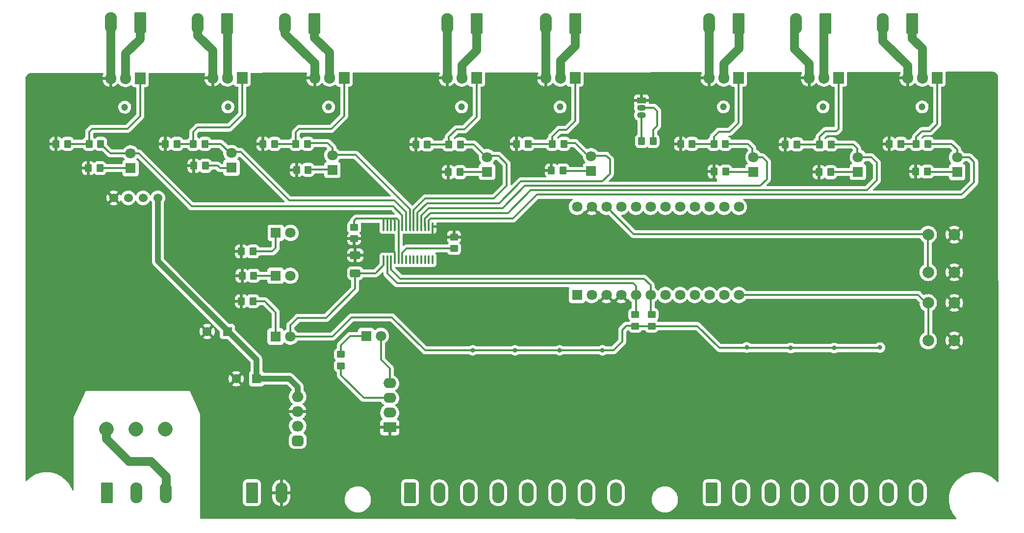
<source format=gbr>
%TF.GenerationSoftware,KiCad,Pcbnew,(6.0.1)*%
%TF.CreationDate,2022-08-22T12:04:23+03:00*%
%TF.ProjectId,lh-dimmer,6c682d64-696d-46d6-9572-2e6b69636164,rev?*%
%TF.SameCoordinates,Original*%
%TF.FileFunction,Copper,L2,Bot*%
%TF.FilePolarity,Positive*%
%FSLAX46Y46*%
G04 Gerber Fmt 4.6, Leading zero omitted, Abs format (unit mm)*
G04 Created by KiCad (PCBNEW (6.0.1)) date 2022-08-22 12:04:23*
%MOMM*%
%LPD*%
G01*
G04 APERTURE LIST*
G04 Aperture macros list*
%AMRoundRect*
0 Rectangle with rounded corners*
0 $1 Rounding radius*
0 $2 $3 $4 $5 $6 $7 $8 $9 X,Y pos of 4 corners*
0 Add a 4 corners polygon primitive as box body*
4,1,4,$2,$3,$4,$5,$6,$7,$8,$9,$2,$3,0*
0 Add four circle primitives for the rounded corners*
1,1,$1+$1,$2,$3*
1,1,$1+$1,$4,$5*
1,1,$1+$1,$6,$7*
1,1,$1+$1,$8,$9*
0 Add four rect primitives between the rounded corners*
20,1,$1+$1,$2,$3,$4,$5,0*
20,1,$1+$1,$4,$5,$6,$7,0*
20,1,$1+$1,$6,$7,$8,$9,0*
20,1,$1+$1,$8,$9,$2,$3,0*%
%AMFreePoly0*
4,1,37,0.217060,1.231010,0.427525,1.174616,0.625000,1.082532,0.803485,0.957556,0.957556,0.803485,1.082532,0.625000,1.174616,0.427525,1.231010,0.217060,1.250000,0.000000,1.231010,-0.217060,1.174616,-0.427525,1.082532,-0.625000,0.957556,-0.803485,0.803485,-0.957556,0.625000,-1.082532,0.427525,-1.174616,0.217060,-1.231010,0.000000,-1.250000,-0.217060,-1.231010,-0.427525,-1.174616,
-0.625000,-1.082532,-0.803485,-0.957556,-0.957556,-0.803485,-1.082532,-0.625000,-1.174616,-0.427525,-1.231010,-0.217060,-1.250000,0.000000,-1.231010,0.217060,-1.174616,0.427525,-1.082532,0.625000,-0.957556,0.803485,-0.803485,0.957556,-0.625000,1.082532,-0.427525,1.174616,-0.217060,1.231010,0.000000,1.250000,0.217060,1.231010,0.217060,1.231010,$1*%
G04 Aperture macros list end*
%TA.AperFunction,ComponentPad*%
%ADD10R,1.800000X1.800000*%
%TD*%
%TA.AperFunction,ComponentPad*%
%ADD11C,1.800000*%
%TD*%
%TA.AperFunction,ComponentPad*%
%ADD12R,1.600000X1.600000*%
%TD*%
%TA.AperFunction,ComponentPad*%
%ADD13C,1.600000*%
%TD*%
%TA.AperFunction,ComponentPad*%
%ADD14RoundRect,0.249999X0.790001X1.550001X-0.790001X1.550001X-0.790001X-1.550001X0.790001X-1.550001X0*%
%TD*%
%TA.AperFunction,ComponentPad*%
%ADD15O,2.080000X3.600000*%
%TD*%
%TA.AperFunction,ComponentPad*%
%ADD16RoundRect,0.249999X-0.790001X-1.550001X0.790001X-1.550001X0.790001X1.550001X-0.790001X1.550001X0*%
%TD*%
%TA.AperFunction,WasherPad*%
%ADD17C,1.200000*%
%TD*%
%TA.AperFunction,ComponentPad*%
%ADD18R,1.905000X2.000000*%
%TD*%
%TA.AperFunction,ComponentPad*%
%ADD19O,1.905000X2.000000*%
%TD*%
%TA.AperFunction,ComponentPad*%
%ADD20R,2.250000X1.750000*%
%TD*%
%TA.AperFunction,ComponentPad*%
%ADD21O,2.250000X1.750000*%
%TD*%
%TA.AperFunction,ComponentPad*%
%ADD22R,1.500000X1.050000*%
%TD*%
%TA.AperFunction,ComponentPad*%
%ADD23O,1.500000X1.050000*%
%TD*%
%TA.AperFunction,ComponentPad*%
%ADD24C,2.000000*%
%TD*%
%TA.AperFunction,ComponentPad*%
%ADD25RoundRect,0.450000X0.550000X-0.450000X0.550000X0.450000X-0.550000X0.450000X-0.550000X-0.450000X0*%
%TD*%
%TA.AperFunction,ComponentPad*%
%ADD26O,2.000000X1.800000*%
%TD*%
%TA.AperFunction,ComponentPad*%
%ADD27C,1.524000*%
%TD*%
%TA.AperFunction,ComponentPad*%
%ADD28FreePoly0,90.000000*%
%TD*%
%TA.AperFunction,SMDPad,CuDef*%
%ADD29RoundRect,0.250000X-0.350000X-0.450000X0.350000X-0.450000X0.350000X0.450000X-0.350000X0.450000X0*%
%TD*%
%TA.AperFunction,SMDPad,CuDef*%
%ADD30RoundRect,0.250000X-0.450000X0.350000X-0.450000X-0.350000X0.450000X-0.350000X0.450000X0.350000X0*%
%TD*%
%TA.AperFunction,SMDPad,CuDef*%
%ADD31RoundRect,0.250000X0.450000X-0.350000X0.450000X0.350000X-0.450000X0.350000X-0.450000X-0.350000X0*%
%TD*%
%TA.AperFunction,SMDPad,CuDef*%
%ADD32RoundRect,0.100000X-0.100000X0.637500X-0.100000X-0.637500X0.100000X-0.637500X0.100000X0.637500X0*%
%TD*%
%TA.AperFunction,SMDPad,CuDef*%
%ADD33RoundRect,0.250000X-0.650000X0.412500X-0.650000X-0.412500X0.650000X-0.412500X0.650000X0.412500X0*%
%TD*%
%TA.AperFunction,ViaPad*%
%ADD34C,0.800000*%
%TD*%
%TA.AperFunction,Conductor*%
%ADD35C,0.350000*%
%TD*%
%TA.AperFunction,Conductor*%
%ADD36C,1.000000*%
%TD*%
%TA.AperFunction,Conductor*%
%ADD37C,1.500000*%
%TD*%
G04 APERTURE END LIST*
D10*
%TO.P,D5,1,K*%
%TO.N,Net-(D5-Pad1)*%
X96300000Y-97400000D03*
D11*
%TO.P,D5,2,A*%
%TO.N,+5V*%
X98840000Y-97400000D03*
%TD*%
D12*
%TO.P,C2,1*%
%TO.N,+5V*%
X87977651Y-96525000D03*
D13*
%TO.P,C2,2*%
%TO.N,GND*%
X84477651Y-96525000D03*
%TD*%
D14*
%TO.P,J9,1,Pin_1*%
%TO.N,Net-(J9-Pad1)*%
X191225000Y-43275000D03*
D15*
%TO.P,J9,2,Pin_2*%
%TO.N,GND*%
X186145000Y-43275000D03*
%TD*%
D14*
%TO.P,J6,1,Pin_1*%
%TO.N,Net-(J6-Pad1)*%
X131000000Y-43300000D03*
D15*
%TO.P,J6,2,Pin_2*%
%TO.N,GND*%
X125920000Y-43300000D03*
%TD*%
D16*
%TO.P,J2,1,Pin_1*%
%TO.N,A+*%
X67200000Y-124390000D03*
D15*
%TO.P,J2,2,Pin_2*%
%TO.N,A-*%
X72280000Y-124390000D03*
%TO.P,J2,3,Pin_3*%
%TO.N,Net-(J2-Pad3)*%
X77360000Y-124390000D03*
%TD*%
D17*
%TO.P,HS5,*%
%TO.N,*%
X145415000Y-57717500D03*
%TD*%
D10*
%TO.P,D27,1,K*%
%TO.N,Net-(R59-Pad2)*%
X213950000Y-68990000D03*
D11*
%TO.P,D27,2,A*%
%TO.N,PWM8*%
X213950000Y-66450000D03*
%TD*%
D18*
%TO.P,Q1,1,G*%
%TO.N,Net-(Q1-Pad1)*%
X72925000Y-52775000D03*
D19*
%TO.P,Q1,2,D*%
%TO.N,Net-(J3-Pad1)*%
X70385000Y-52775000D03*
%TO.P,Q1,3,S*%
%TO.N,GND*%
X67845000Y-52775000D03*
%TD*%
D12*
%TO.P,C1,1*%
%TO.N,+5V*%
X93000000Y-104690000D03*
D13*
%TO.P,C1,2*%
%TO.N,GND*%
X89500000Y-104690000D03*
%TD*%
D16*
%TO.P,J1,1,Pin_1*%
%TO.N,Net-(D1-Pad2)*%
X92200000Y-124390000D03*
D15*
%TO.P,J1,2,Pin_2*%
%TO.N,GND*%
X97280000Y-124390000D03*
%TD*%
D10*
%TO.P,D20,1,K*%
%TO.N,Net-(R36-Pad2)*%
X71250000Y-68290000D03*
D11*
%TO.P,D20,2,A*%
%TO.N,PWM1*%
X71250000Y-65750000D03*
%TD*%
D10*
%TO.P,D4,1,K*%
%TO.N,Net-(D4-Pad1)*%
X96325000Y-79490000D03*
D11*
%TO.P,D4,2,A*%
%TO.N,RX*%
X98865000Y-79490000D03*
%TD*%
D10*
%TO.P,D3,1,K*%
%TO.N,Net-(D3-Pad1)*%
X96300000Y-86890000D03*
D11*
%TO.P,D3,2,A*%
%TO.N,TX*%
X98840000Y-86890000D03*
%TD*%
D20*
%TO.P,PS1,1,-Vin*%
%TO.N,GND*%
X116000000Y-113090000D03*
D21*
%TO.P,PS1,2,+Vin*%
%TO.N,+5V*%
X116000000Y-110550000D03*
%TO.P,PS1,3,-Vout*%
%TO.N,GND_ISO*%
X116000000Y-108010000D03*
%TO.P,PS1,4,+Vout*%
%TO.N,+5V_ISO*%
X116000000Y-105470000D03*
%TD*%
D14*
%TO.P,J3,1,Pin_1*%
%TO.N,Net-(J3-Pad1)*%
X72925000Y-43175000D03*
D15*
%TO.P,J3,2,Pin_2*%
%TO.N,GND*%
X67845000Y-43175000D03*
%TD*%
D17*
%TO.P,HS3,*%
%TO.N,*%
X105450000Y-57717500D03*
%TD*%
%TO.P,HS8,*%
%TO.N,*%
X207915000Y-57717500D03*
%TD*%
D18*
%TO.P,Q5,1,G*%
%TO.N,Net-(Q5-Pad1)*%
X148000000Y-52690000D03*
D19*
%TO.P,Q5,2,D*%
%TO.N,Net-(J7-Pad1)*%
X145460000Y-52690000D03*
%TO.P,Q5,3,S*%
%TO.N,GND*%
X142920000Y-52690000D03*
%TD*%
D10*
%TO.P,D21,1,K*%
%TO.N,Net-(R38-Pad2)*%
X88675000Y-68225000D03*
D11*
%TO.P,D21,2,A*%
%TO.N,PWM2*%
X88675000Y-65685000D03*
%TD*%
D18*
%TO.P,Q3,1,G*%
%TO.N,Net-(Q3-Pad1)*%
X108125000Y-52675000D03*
D19*
%TO.P,Q3,2,D*%
%TO.N,Net-(J5-Pad1)*%
X105585000Y-52675000D03*
%TO.P,Q3,3,S*%
%TO.N,GND*%
X103045000Y-52675000D03*
%TD*%
D10*
%TO.P,D24,1,K*%
%TO.N,Net-(R37-Pad2)*%
X150775000Y-68775000D03*
D11*
%TO.P,D24,2,A*%
%TO.N,PWM5*%
X150775000Y-66235000D03*
%TD*%
D14*
%TO.P,J4,1,Pin_1*%
%TO.N,Net-(J4-Pad1)*%
X87925000Y-43275000D03*
D15*
%TO.P,J4,2,Pin_2*%
%TO.N,GND*%
X82845000Y-43275000D03*
%TD*%
D14*
%TO.P,J5,1,Pin_1*%
%TO.N,Net-(J5-Pad1)*%
X103000000Y-43290000D03*
D15*
%TO.P,J5,2,Pin_2*%
%TO.N,GND*%
X97920000Y-43290000D03*
%TD*%
D18*
%TO.P,Q4,1,G*%
%TO.N,Net-(Q4-Pad1)*%
X131000000Y-52690000D03*
D19*
%TO.P,Q4,2,D*%
%TO.N,Net-(J6-Pad1)*%
X128460000Y-52690000D03*
%TO.P,Q4,3,S*%
%TO.N,GND*%
X125920000Y-52690000D03*
%TD*%
D18*
%TO.P,Q7,1,G*%
%TO.N,Net-(Q7-Pad1)*%
X193500000Y-52690000D03*
D19*
%TO.P,Q7,2,D*%
%TO.N,Net-(J9-Pad1)*%
X190960000Y-52690000D03*
%TO.P,Q7,3,S*%
%TO.N,GND*%
X188420000Y-52690000D03*
%TD*%
D10*
%TO.P,D23,1,K*%
%TO.N,Net-(R58-Pad2)*%
X132800000Y-68925000D03*
D11*
%TO.P,D23,2,A*%
%TO.N,PWM4*%
X132800000Y-66385000D03*
%TD*%
D18*
%TO.P,Q2,1,G*%
%TO.N,Net-(Q2-Pad1)*%
X90525000Y-52675000D03*
D19*
%TO.P,Q2,2,D*%
%TO.N,Net-(J4-Pad1)*%
X87985000Y-52675000D03*
%TO.P,Q2,3,S*%
%TO.N,GND*%
X85445000Y-52675000D03*
%TD*%
D10*
%TO.P,D25,1,K*%
%TO.N,Net-(R39-Pad2)*%
X178800000Y-68950000D03*
D11*
%TO.P,D25,2,A*%
%TO.N,PWM6*%
X178800000Y-66410000D03*
%TD*%
D10*
%TO.P,D26,1,K*%
%TO.N,Net-(R57-Pad2)*%
X196825000Y-68925000D03*
D11*
%TO.P,D26,2,A*%
%TO.N,PWM7*%
X196825000Y-66385000D03*
%TD*%
D18*
%TO.P,Q8,1,G*%
%TO.N,Net-(Q8-Pad1)*%
X210500000Y-52690000D03*
D19*
%TO.P,Q8,2,D*%
%TO.N,Net-(J10-Pad1)*%
X207960000Y-52690000D03*
%TO.P,Q8,3,S*%
%TO.N,GND*%
X205420000Y-52690000D03*
%TD*%
D10*
%TO.P,D22,1,K*%
%TO.N,Net-(R40-Pad2)*%
X106100000Y-68600000D03*
D11*
%TO.P,D22,2,A*%
%TO.N,PWM3*%
X106100000Y-66060000D03*
%TD*%
D10*
%TO.P,D2,1,K*%
%TO.N,Net-(D2-Pad1)*%
X111925000Y-97290000D03*
D11*
%TO.P,D2,2,A*%
%TO.N,+5V_ISO*%
X114465000Y-97290000D03*
%TD*%
D22*
%TO.P,U20,1,GND*%
%TO.N,GND*%
X159450000Y-56590000D03*
D23*
%TO.P,U20,2,DQ*%
%TO.N,TEMP*%
X159450000Y-57860000D03*
%TO.P,U20,3,VDD*%
%TO.N,+5V*%
X159450000Y-59130000D03*
%TD*%
D17*
%TO.P,HS4,*%
%TO.N,*%
X128415000Y-57717500D03*
%TD*%
D14*
%TO.P,J7,1,Pin_1*%
%TO.N,Net-(J7-Pad1)*%
X148000000Y-43267500D03*
D15*
%TO.P,J7,2,Pin_2*%
%TO.N,GND*%
X142920000Y-43267500D03*
%TD*%
D24*
%TO.P,SW2,1,1*%
%TO.N,SW_RESET*%
X208950000Y-91590000D03*
X208950000Y-98090000D03*
%TO.P,SW2,2,2*%
%TO.N,GND*%
X213450000Y-98090000D03*
X213450000Y-91590000D03*
%TD*%
D14*
%TO.P,J10,1,Pin_1*%
%TO.N,Net-(J10-Pad1)*%
X206225000Y-43275000D03*
D15*
%TO.P,J10,2,Pin_2*%
%TO.N,GND*%
X201145000Y-43275000D03*
%TD*%
D17*
%TO.P,HS7,*%
%TO.N,*%
X190815000Y-57717500D03*
%TD*%
D16*
%TO.P,J11,1,Pin_1*%
%TO.N,GND_ISO*%
X171600000Y-124390000D03*
D15*
%TO.P,J11,2,Pin_2*%
%TO.N,Net-(J11-Pad2)*%
X176680000Y-124390000D03*
%TO.P,J11,3,Pin_3*%
%TO.N,GND_ISO*%
X181760000Y-124390000D03*
%TO.P,J11,4,Pin_4*%
%TO.N,Net-(J11-Pad4)*%
X186840000Y-124390000D03*
%TO.P,J11,5,Pin_5*%
%TO.N,GND_ISO*%
X191920000Y-124390000D03*
%TO.P,J11,6,Pin_6*%
%TO.N,Net-(J11-Pad6)*%
X197000000Y-124390000D03*
%TO.P,J11,7,Pin_7*%
%TO.N,GND_ISO*%
X202080000Y-124390000D03*
%TO.P,J11,8,Pin_8*%
%TO.N,Net-(J11-Pad8)*%
X207160000Y-124390000D03*
%TD*%
D17*
%TO.P,HS2,*%
%TO.N,*%
X88050000Y-57717500D03*
%TD*%
%TO.P,HS6,*%
%TO.N,*%
X173615000Y-57717500D03*
%TD*%
D18*
%TO.P,Q6,1,G*%
%TO.N,Net-(Q6-Pad1)*%
X176200000Y-52690000D03*
D19*
%TO.P,Q6,2,D*%
%TO.N,Net-(J8-Pad1)*%
X173660000Y-52690000D03*
%TO.P,Q6,3,S*%
%TO.N,GND*%
X171120000Y-52690000D03*
%TD*%
D14*
%TO.P,J8,1,Pin_1*%
%TO.N,Net-(J8-Pad1)*%
X176200000Y-43290000D03*
D15*
%TO.P,J8,2,Pin_2*%
%TO.N,GND*%
X171120000Y-43290000D03*
%TD*%
D16*
%TO.P,J12,1,Pin_1*%
%TO.N,GND_ISO*%
X119500000Y-124390000D03*
D15*
%TO.P,J12,2,Pin_2*%
%TO.N,Net-(J12-Pad2)*%
X124580000Y-124390000D03*
%TO.P,J12,3,Pin_3*%
%TO.N,GND_ISO*%
X129660000Y-124390000D03*
%TO.P,J12,4,Pin_4*%
%TO.N,Net-(J12-Pad4)*%
X134740000Y-124390000D03*
%TO.P,J12,5,Pin_5*%
%TO.N,GND_ISO*%
X139820000Y-124390000D03*
%TO.P,J12,6,Pin_6*%
%TO.N,Net-(J12-Pad6)*%
X144900000Y-124390000D03*
%TO.P,J12,7,Pin_7*%
%TO.N,GND_ISO*%
X149980000Y-124390000D03*
%TO.P,J12,8,Pin_8*%
%TO.N,Net-(J12-Pad8)*%
X155060000Y-124390000D03*
%TD*%
D24*
%TO.P,SW1,1,1*%
%TO.N,RESET*%
X208950000Y-79790000D03*
X208950000Y-86290000D03*
%TO.P,SW1,2,2*%
%TO.N,GND*%
X213450000Y-79790000D03*
X213450000Y-86290000D03*
%TD*%
D25*
%TO.P,U3,1,EN*%
%TO.N,Net-(D1-Pad1)*%
X100100000Y-115400000D03*
D26*
%TO.P,U3,2,IN+*%
X100100000Y-112860000D03*
%TO.P,U3,3,GND*%
%TO.N,GND*%
X100100000Y-110320000D03*
%TO.P,U3,4,VO+*%
%TO.N,+5V*%
X100100000Y-107780000D03*
%TD*%
D27*
%TO.P,U1,1,Vcc*%
%TO.N,+5V*%
X75955000Y-73435000D03*
%TO.P,U1,2,RxD*%
%TO.N,RX*%
X73415000Y-73435000D03*
%TO.P,U1,3,TxD*%
%TO.N,TX*%
X70875000Y-73435000D03*
%TO.P,U1,4,GND*%
%TO.N,GND*%
X68335000Y-73435000D03*
D28*
%TO.P,U1,5,A+*%
%TO.N,A+*%
X77235000Y-113435000D03*
%TO.P,U1,6,B-*%
%TO.N,A-*%
X72155000Y-113435000D03*
%TO.P,U1,7,GND*%
%TO.N,Net-(J2-Pad3)*%
X67075000Y-113435000D03*
%TD*%
D17*
%TO.P,HS1,*%
%TO.N,*%
X70250000Y-57762500D03*
%TD*%
D10*
%TO.P,U2,1,TX*%
%TO.N,TX*%
X148330000Y-90210000D03*
D11*
%TO.P,U2,2,RX*%
%TO.N,RX*%
X150870000Y-90210000D03*
%TO.P,U2,3,GND*%
%TO.N,GND*%
X153410000Y-90210000D03*
%TO.P,U2,4,GND*%
X155950000Y-90210000D03*
%TO.P,U2,5,SDA*%
%TO.N,SDA*%
X158490000Y-90210000D03*
%TO.P,U2,6,SCL*%
%TO.N,SCL*%
X161030000Y-90210000D03*
%TO.P,U2,7,D4*%
%TO.N,BUT1*%
X163570000Y-90210000D03*
%TO.P,U2,8,C6*%
%TO.N,BUT2*%
X166110000Y-90210000D03*
%TO.P,U2,9,D7*%
%TO.N,BUT3*%
X168650000Y-90210000D03*
%TO.P,U2,10,E6*%
%TO.N,BUT4*%
X171190000Y-90210000D03*
%TO.P,U2,11,B4*%
%TO.N,BUT5*%
X173730000Y-90210000D03*
%TO.P,U2,12,B5*%
%TO.N,SW_RESET*%
X176270000Y-90210000D03*
%TO.P,U2,13,B6*%
%TO.N,TEMP*%
X176270000Y-74970000D03*
%TO.P,U2,14,B2*%
%TO.N,unconnected-(U2-Pad14)*%
X173730000Y-74970000D03*
%TO.P,U2,15,B3*%
%TO.N,unconnected-(U2-Pad15)*%
X171190000Y-74970000D03*
%TO.P,U2,16,B1*%
%TO.N,unconnected-(U2-Pad16)*%
X168650000Y-74970000D03*
%TO.P,U2,17,F7*%
%TO.N,unconnected-(U2-Pad17)*%
X166110000Y-74970000D03*
%TO.P,U2,18,F6*%
%TO.N,BUT8*%
X163570000Y-74970000D03*
%TO.P,U2,19,F5*%
%TO.N,BUT7*%
X161030000Y-74970000D03*
%TO.P,U2,20,F4*%
%TO.N,BUT6*%
X158490000Y-74970000D03*
%TO.P,U2,21,VCC*%
%TO.N,+5V*%
X155950000Y-74970000D03*
%TO.P,U2,22,RST*%
%TO.N,RESET*%
X153410000Y-74970000D03*
%TO.P,U2,23,GND*%
%TO.N,GND*%
X150870000Y-74970000D03*
%TO.P,U2,24,RAW*%
%TO.N,unconnected-(U2-Pad24)*%
X148330000Y-74970000D03*
%TD*%
D29*
%TO.P,R6,1*%
%TO.N,GND*%
X90400000Y-82690000D03*
%TO.P,R6,2*%
%TO.N,Net-(D4-Pad1)*%
X92400000Y-82690000D03*
%TD*%
%TO.P,R38,1*%
%TO.N,GND*%
X82200000Y-67890000D03*
%TO.P,R38,2*%
%TO.N,Net-(R38-Pad2)*%
X84200000Y-67890000D03*
%TD*%
D30*
%TO.P,R2,1*%
%TO.N,GND*%
X127100000Y-80190000D03*
%TO.P,R2,2*%
%TO.N,Net-(R2-Pad2)*%
X127100000Y-82190000D03*
%TD*%
D29*
%TO.P,R61,1*%
%TO.N,+5V*%
X159450000Y-63640000D03*
%TO.P,R61,2*%
%TO.N,TEMP*%
X161450000Y-63640000D03*
%TD*%
D31*
%TO.P,R3,1*%
%TO.N,+5V*%
X161200000Y-95590000D03*
%TO.P,R3,2*%
%TO.N,SCL*%
X161200000Y-93590000D03*
%TD*%
D29*
%TO.P,R29,1*%
%TO.N,GND*%
X137900000Y-64090000D03*
%TO.P,R29,2*%
%TO.N,Net-(Q5-Pad1)*%
X139900000Y-64090000D03*
%TD*%
%TO.P,R5,1*%
%TO.N,GND*%
X90500000Y-86890000D03*
%TO.P,R5,2*%
%TO.N,Net-(D3-Pad1)*%
X92500000Y-86890000D03*
%TD*%
%TO.P,R57,1*%
%TO.N,GND*%
X190100000Y-68990000D03*
%TO.P,R57,2*%
%TO.N,Net-(R57-Pad2)*%
X192100000Y-68990000D03*
%TD*%
%TO.P,R20,1*%
%TO.N,Net-(Q1-Pad1)*%
X64100000Y-64090000D03*
%TO.P,R20,2*%
%TO.N,PWM1*%
X66100000Y-64090000D03*
%TD*%
%TO.P,R40,1*%
%TO.N,GND*%
X99900000Y-68590000D03*
%TO.P,R40,2*%
%TO.N,Net-(R40-Pad2)*%
X101900000Y-68590000D03*
%TD*%
%TO.P,R59,1*%
%TO.N,GND*%
X206800000Y-68890000D03*
%TO.P,R59,2*%
%TO.N,Net-(R59-Pad2)*%
X208800000Y-68890000D03*
%TD*%
%TO.P,R58,1*%
%TO.N,GND*%
X126100000Y-68990000D03*
%TO.P,R58,2*%
%TO.N,Net-(R58-Pad2)*%
X128100000Y-68990000D03*
%TD*%
%TO.P,R27,1*%
%TO.N,GND*%
X120500000Y-64190000D03*
%TO.P,R27,2*%
%TO.N,Net-(Q4-Pad1)*%
X122500000Y-64190000D03*
%TD*%
D31*
%TO.P,R1,1*%
%TO.N,GND_ISO*%
X107600000Y-102490000D03*
%TO.P,R1,2*%
%TO.N,Net-(D2-Pad1)*%
X107600000Y-100490000D03*
%TD*%
D29*
%TO.P,R33,1*%
%TO.N,GND*%
X184300000Y-64190000D03*
%TO.P,R33,2*%
%TO.N,Net-(Q7-Pad1)*%
X186300000Y-64190000D03*
%TD*%
%TO.P,R28,1*%
%TO.N,Net-(Q5-Pad1)*%
X144050000Y-64090000D03*
%TO.P,R28,2*%
%TO.N,PWM5*%
X146050000Y-64090000D03*
%TD*%
%TO.P,R30,1*%
%TO.N,Net-(Q6-Pad1)*%
X171950000Y-64090000D03*
%TO.P,R30,2*%
%TO.N,PWM6*%
X173950000Y-64090000D03*
%TD*%
%TO.P,R32,1*%
%TO.N,Net-(Q7-Pad1)*%
X190200000Y-64190000D03*
%TO.P,R32,2*%
%TO.N,PWM7*%
X192200000Y-64190000D03*
%TD*%
D31*
%TO.P,R7,1*%
%TO.N,GND*%
X109850000Y-80490000D03*
%TO.P,R7,2*%
%TO.N,Net-(R7-Pad2)*%
X109850000Y-78490000D03*
%TD*%
D29*
%TO.P,R31,1*%
%TO.N,GND*%
X166200000Y-64090000D03*
%TO.P,R31,2*%
%TO.N,Net-(Q6-Pad1)*%
X168200000Y-64090000D03*
%TD*%
%TO.P,R24,1*%
%TO.N,Net-(Q3-Pad1)*%
X99800000Y-64090000D03*
%TO.P,R24,2*%
%TO.N,PWM3*%
X101800000Y-64090000D03*
%TD*%
%TO.P,R37,1*%
%TO.N,GND*%
X143900000Y-68690000D03*
%TO.P,R37,2*%
%TO.N,Net-(R37-Pad2)*%
X145900000Y-68690000D03*
%TD*%
D32*
%TO.P,U4,1,A0*%
%TO.N,Net-(R7-Pad2)*%
X114930000Y-78412500D03*
%TO.P,U4,2,A1*%
X115580000Y-78412500D03*
%TO.P,U4,3,A2*%
X116230000Y-78412500D03*
%TO.P,U4,4,A3*%
X116880000Y-78412500D03*
%TO.P,U4,5,A4*%
X117530000Y-78412500D03*
%TO.P,U4,6,LED0*%
%TO.N,PWM1*%
X118180000Y-78412500D03*
%TO.P,U4,7,LED1*%
%TO.N,PWM2*%
X118830000Y-78412500D03*
%TO.P,U4,8,LED2*%
%TO.N,PWM3*%
X119480000Y-78412500D03*
%TO.P,U4,9,LED3*%
%TO.N,PWM4*%
X120130000Y-78412500D03*
%TO.P,U4,10,LED4*%
%TO.N,PWM5*%
X120780000Y-78412500D03*
%TO.P,U4,11,LED5*%
%TO.N,PWM6*%
X121430000Y-78412500D03*
%TO.P,U4,12,LED6*%
%TO.N,PWM7*%
X122080000Y-78412500D03*
%TO.P,U4,13,LED7*%
%TO.N,PWM8*%
X122730000Y-78412500D03*
%TO.P,U4,14,VSS*%
%TO.N,GND*%
X123380000Y-78412500D03*
%TO.P,U4,15,LED8*%
%TO.N,unconnected-(U4-Pad15)*%
X123380000Y-84137500D03*
%TO.P,U4,16,LED9*%
%TO.N,unconnected-(U4-Pad16)*%
X122730000Y-84137500D03*
%TO.P,U4,17,LED10*%
%TO.N,unconnected-(U4-Pad17)*%
X122080000Y-84137500D03*
%TO.P,U4,18,LED11*%
%TO.N,unconnected-(U4-Pad18)*%
X121430000Y-84137500D03*
%TO.P,U4,19,LED12*%
%TO.N,unconnected-(U4-Pad19)*%
X120780000Y-84137500D03*
%TO.P,U4,20,LED13*%
%TO.N,unconnected-(U4-Pad20)*%
X120130000Y-84137500D03*
%TO.P,U4,21,LED14*%
%TO.N,unconnected-(U4-Pad21)*%
X119480000Y-84137500D03*
%TO.P,U4,22,LED15*%
%TO.N,unconnected-(U4-Pad22)*%
X118830000Y-84137500D03*
%TO.P,U4,23,~{OE}*%
%TO.N,Net-(R2-Pad2)*%
X118180000Y-84137500D03*
%TO.P,U4,24,A5*%
%TO.N,Net-(R7-Pad2)*%
X117530000Y-84137500D03*
%TO.P,U4,25,EXTCLK*%
%TO.N,GND*%
X116880000Y-84137500D03*
%TO.P,U4,26,SCL*%
%TO.N,SCL*%
X116230000Y-84137500D03*
%TO.P,U4,27,SDA*%
%TO.N,SDA*%
X115580000Y-84137500D03*
%TO.P,U4,28,VDD*%
%TO.N,+5V*%
X114930000Y-84137500D03*
%TD*%
D29*
%TO.P,R39,1*%
%TO.N,GND*%
X172000000Y-68890000D03*
%TO.P,R39,2*%
%TO.N,Net-(R39-Pad2)*%
X174000000Y-68890000D03*
%TD*%
%TO.P,R34,1*%
%TO.N,Net-(Q8-Pad1)*%
X206900000Y-64090000D03*
%TO.P,R34,2*%
%TO.N,PWM8*%
X208900000Y-64090000D03*
%TD*%
%TO.P,R22,1*%
%TO.N,Net-(Q2-Pad1)*%
X82100000Y-64090000D03*
%TO.P,R22,2*%
%TO.N,PWM2*%
X84100000Y-64090000D03*
%TD*%
%TO.P,R60,1*%
%TO.N,GND*%
X90400000Y-91290000D03*
%TO.P,R60,2*%
%TO.N,Net-(D5-Pad1)*%
X92400000Y-91290000D03*
%TD*%
%TO.P,R36,1*%
%TO.N,GND*%
X63950000Y-68290000D03*
%TO.P,R36,2*%
%TO.N,Net-(R36-Pad2)*%
X65950000Y-68290000D03*
%TD*%
%TO.P,R21,1*%
%TO.N,GND*%
X58400000Y-64090000D03*
%TO.P,R21,2*%
%TO.N,Net-(Q1-Pad1)*%
X60400000Y-64090000D03*
%TD*%
D31*
%TO.P,R4,1*%
%TO.N,+5V*%
X158400000Y-95590000D03*
%TO.P,R4,2*%
%TO.N,SDA*%
X158400000Y-93590000D03*
%TD*%
D33*
%TO.P,C4,1*%
%TO.N,GND*%
X110050000Y-83327500D03*
%TO.P,C4,2*%
%TO.N,+5V*%
X110050000Y-86452500D03*
%TD*%
D29*
%TO.P,R23,1*%
%TO.N,GND*%
X77250000Y-64090000D03*
%TO.P,R23,2*%
%TO.N,Net-(Q2-Pad1)*%
X79250000Y-64090000D03*
%TD*%
%TO.P,R35,1*%
%TO.N,GND*%
X202250000Y-64090000D03*
%TO.P,R35,2*%
%TO.N,Net-(Q8-Pad1)*%
X204250000Y-64090000D03*
%TD*%
%TO.P,R25,1*%
%TO.N,GND*%
X94100000Y-64090000D03*
%TO.P,R25,2*%
%TO.N,Net-(Q3-Pad1)*%
X96100000Y-64090000D03*
%TD*%
%TO.P,R26,1*%
%TO.N,Net-(Q4-Pad1)*%
X126200000Y-64190000D03*
%TO.P,R26,2*%
%TO.N,PWM4*%
X128200000Y-64190000D03*
%TD*%
D34*
%TO.N,+5V*%
X130325000Y-99775000D03*
X137625000Y-99775000D03*
X185225000Y-99375000D03*
X200625000Y-99290000D03*
X145325000Y-99775000D03*
X152725000Y-99775000D03*
X177625000Y-99275000D03*
X192725000Y-99375000D03*
%TO.N,GND*%
X57800000Y-79190000D03*
X116125000Y-55375000D03*
X57800000Y-73490000D03*
X165625000Y-102275000D03*
X216000000Y-108090000D03*
X57800000Y-76290000D03*
X153400000Y-82590000D03*
X57800000Y-74890000D03*
X153400000Y-84890000D03*
X116125000Y-57775000D03*
X87925000Y-78675000D03*
X116125000Y-62175000D03*
X85600000Y-78690000D03*
X216000000Y-112690000D03*
X153400000Y-80290000D03*
X116125000Y-59975000D03*
X165625000Y-97675000D03*
X83425000Y-78675000D03*
X165625000Y-99975000D03*
X216000000Y-110390000D03*
X57800000Y-77690000D03*
%TD*%
D35*
%TO.N,+5V*%
X172950000Y-99390000D02*
X169150000Y-95590000D01*
D36*
X98700000Y-104690000D02*
X93000000Y-104690000D01*
D35*
X116400000Y-94090000D02*
X109400000Y-94090000D01*
X122085000Y-99775000D02*
X116400000Y-94090000D01*
X177625000Y-99275000D02*
X177510000Y-99390000D01*
D36*
X93000000Y-104690000D02*
X93000000Y-101390000D01*
D35*
X113537500Y-86452500D02*
X114925000Y-85065000D01*
X185225000Y-99375000D02*
X185240000Y-99390000D01*
D36*
X100100000Y-107780000D02*
X100100000Y-106090000D01*
D35*
X154625000Y-99775000D02*
X156125000Y-98275000D01*
X152725000Y-99775000D02*
X145325000Y-99775000D01*
X200525000Y-99390000D02*
X200625000Y-99290000D01*
X114925000Y-85065000D02*
X114925000Y-84102500D01*
X156125000Y-98275000D02*
X156125000Y-96275000D01*
X109400000Y-94090000D02*
X106100000Y-97390000D01*
X110050000Y-86452500D02*
X113537500Y-86452500D01*
X185210000Y-99390000D02*
X177740000Y-99390000D01*
X185240000Y-99390000D02*
X192710000Y-99390000D01*
D36*
X75955000Y-84345000D02*
X75955000Y-73435000D01*
D35*
X156125000Y-96275000D02*
X156860000Y-95540000D01*
X137625000Y-99775000D02*
X130325000Y-99775000D01*
X98865000Y-95425000D02*
X98865000Y-97390000D01*
X156860000Y-95540000D02*
X158350000Y-95540000D01*
X130325000Y-99775000D02*
X122085000Y-99775000D01*
X100100000Y-94190000D02*
X98865000Y-95425000D01*
X192710000Y-99390000D02*
X192725000Y-99375000D01*
X110050000Y-89140000D02*
X105000000Y-94190000D01*
D36*
X93000000Y-101390000D02*
X75955000Y-84345000D01*
D35*
X159450000Y-59130000D02*
X159450000Y-63640000D01*
D36*
X100100000Y-106090000D02*
X98700000Y-104690000D01*
D35*
X192725000Y-99375000D02*
X192740000Y-99390000D01*
X106100000Y-97390000D02*
X98840000Y-97390000D01*
X161200000Y-95590000D02*
X158400000Y-95590000D01*
X105000000Y-94190000D02*
X100100000Y-94190000D01*
X177510000Y-99390000D02*
X172950000Y-99390000D01*
X185225000Y-99375000D02*
X185210000Y-99390000D01*
X110050000Y-86452500D02*
X110050000Y-89140000D01*
X192740000Y-99390000D02*
X200525000Y-99390000D01*
X169150000Y-95590000D02*
X161200000Y-95590000D01*
X152725000Y-99775000D02*
X154625000Y-99775000D01*
X137625000Y-99775000D02*
X145325000Y-99775000D01*
X177740000Y-99390000D02*
X177625000Y-99275000D01*
%TO.N,GND*%
X111562500Y-83327500D02*
X110050000Y-83327500D01*
D37*
X185900000Y-43520000D02*
X186145000Y-43275000D01*
D35*
X123800000Y-80190000D02*
X123375000Y-79765000D01*
D37*
X85445000Y-52675000D02*
X85445000Y-47995000D01*
X188420000Y-50220000D02*
X185900000Y-47700000D01*
X85445000Y-47995000D02*
X82845000Y-45395000D01*
X142920000Y-52690000D02*
X142920000Y-43347500D01*
D35*
X127100000Y-80190000D02*
X123800000Y-80190000D01*
D37*
X171120000Y-52690000D02*
X171120000Y-43310000D01*
D35*
X123375000Y-79765000D02*
X123375000Y-78377500D01*
D37*
X103045000Y-50195000D02*
X97920000Y-45070000D01*
X67825000Y-52755000D02*
X67825000Y-43195000D01*
D35*
X116400000Y-82390000D02*
X112500000Y-82390000D01*
D37*
X142920000Y-43347500D02*
X143000000Y-43267500D01*
X205420000Y-50620000D02*
X201145000Y-46345000D01*
D35*
X116875000Y-84102500D02*
X116875000Y-82865000D01*
D37*
X205420000Y-52690000D02*
X205420000Y-50620000D01*
X67845000Y-52775000D02*
X67825000Y-52755000D01*
D35*
X116875000Y-82865000D02*
X116400000Y-82390000D01*
D37*
X201145000Y-46345000D02*
X201145000Y-43275000D01*
X97920000Y-43310000D02*
X97900000Y-43290000D01*
X125920000Y-52690000D02*
X125920000Y-43300000D01*
X188420000Y-52690000D02*
X188420000Y-50220000D01*
X67825000Y-43195000D02*
X67845000Y-43175000D01*
X171120000Y-43310000D02*
X171100000Y-43290000D01*
X82845000Y-45395000D02*
X82845000Y-43275000D01*
X185900000Y-47700000D02*
X185900000Y-43520000D01*
X97920000Y-45070000D02*
X97920000Y-43310000D01*
D35*
X112500000Y-82390000D02*
X111562500Y-83327500D01*
D37*
X103045000Y-52675000D02*
X103045000Y-50195000D01*
D35*
%TO.N,Net-(D2-Pad1)*%
X107600000Y-100490000D02*
X107600000Y-98890000D01*
X107600000Y-98890000D02*
X109200000Y-97290000D01*
X109200000Y-97290000D02*
X111925000Y-97290000D01*
%TO.N,Net-(D3-Pad1)*%
X92500000Y-86890000D02*
X96300000Y-86890000D01*
%TO.N,Net-(D4-Pad1)*%
X96325000Y-79490000D02*
X96325000Y-82065000D01*
X95700000Y-82690000D02*
X92400000Y-82690000D01*
X96325000Y-82065000D02*
X95700000Y-82690000D01*
%TO.N,Net-(R36-Pad2)*%
X65950000Y-68290000D02*
X71250000Y-68290000D01*
D37*
%TO.N,Net-(J3-Pad1)*%
X70425000Y-48475000D02*
X72925000Y-45975000D01*
X70425000Y-52735000D02*
X70425000Y-48475000D01*
X72925000Y-45975000D02*
X72925000Y-43175000D01*
X70385000Y-52775000D02*
X70425000Y-52735000D01*
%TO.N,Net-(J4-Pad1)*%
X88025000Y-43375000D02*
X87925000Y-43275000D01*
X87985000Y-52675000D02*
X88025000Y-52635000D01*
X88025000Y-52635000D02*
X88025000Y-43375000D01*
%TO.N,Net-(J5-Pad1)*%
X103000000Y-43290000D02*
X103000000Y-45750000D01*
X105585000Y-48335000D02*
X105585000Y-52675000D01*
X103000000Y-45750000D02*
X105585000Y-48335000D01*
%TO.N,Net-(J6-Pad1)*%
X131000000Y-47990000D02*
X131000000Y-43300000D01*
X128460000Y-50530000D02*
X131000000Y-47990000D01*
X128460000Y-52690000D02*
X128460000Y-50530000D01*
%TO.N,Net-(J7-Pad1)*%
X148000000Y-47190000D02*
X148000000Y-43267500D01*
X145460000Y-52690000D02*
X145460000Y-49730000D01*
X145460000Y-49730000D02*
X148000000Y-47190000D01*
%TO.N,Net-(J8-Pad1)*%
X176300000Y-43390000D02*
X176200000Y-43290000D01*
X173660000Y-52690000D02*
X173660000Y-50230000D01*
X173660000Y-50230000D02*
X176300000Y-47590000D01*
X176300000Y-47590000D02*
X176300000Y-43390000D01*
D35*
%TO.N,SCL*%
X159900000Y-87390000D02*
X161030000Y-88520000D01*
X161030000Y-88520000D02*
X161030000Y-90210000D01*
X161030000Y-93420000D02*
X161030000Y-90210000D01*
X117800000Y-87390000D02*
X159900000Y-87390000D01*
X116225000Y-84102500D02*
X116225000Y-85815000D01*
X116225000Y-85815000D02*
X117800000Y-87390000D01*
%TO.N,SDA*%
X115575000Y-86475000D02*
X115575000Y-84102500D01*
X158000000Y-88200000D02*
X117300000Y-88200000D01*
X158490000Y-93500000D02*
X158490000Y-90210000D01*
X117300000Y-88200000D02*
X115575000Y-86475000D01*
X158490000Y-90210000D02*
X158490000Y-88690000D01*
X158490000Y-88690000D02*
X158000000Y-88200000D01*
%TO.N,PWM1*%
X67785000Y-65775000D02*
X66100000Y-64090000D01*
X118175000Y-78377500D02*
X118175000Y-76465000D01*
X118175000Y-76465000D02*
X116600000Y-74890000D01*
X81800000Y-74890000D02*
X72685000Y-65775000D01*
X72685000Y-65775000D02*
X67785000Y-65775000D01*
X116600000Y-74890000D02*
X81800000Y-74890000D01*
%TO.N,PWM3*%
X110135000Y-66025000D02*
X106100000Y-66025000D01*
X106100000Y-64790000D02*
X105300000Y-63990000D01*
X119475000Y-75415000D02*
X119500000Y-75390000D01*
X105300000Y-63990000D02*
X101900000Y-63990000D01*
X119500000Y-75390000D02*
X110135000Y-66025000D01*
X106100000Y-66025000D02*
X106100000Y-64790000D01*
X119475000Y-78377500D02*
X119475000Y-75415000D01*
%TO.N,PWM5*%
X154000000Y-69290000D02*
X152700000Y-70590000D01*
X150740000Y-66190000D02*
X153400000Y-66190000D01*
X134900000Y-74340000D02*
X122450000Y-74340000D01*
X148065000Y-63990000D02*
X146150000Y-63990000D01*
X138650000Y-70590000D02*
X134900000Y-74340000D01*
X122450000Y-74340000D02*
X120775000Y-76015000D01*
X120775000Y-76015000D02*
X120775000Y-78377500D01*
X150300000Y-66225000D02*
X148065000Y-63990000D01*
X154000000Y-66790000D02*
X154000000Y-69290000D01*
X153400000Y-66190000D02*
X154000000Y-66790000D01*
X152700000Y-70590000D02*
X138650000Y-70590000D01*
%TO.N,PWM7*%
X200100000Y-70390000D02*
X200100000Y-67390000D01*
X200100000Y-67390000D02*
X199135000Y-66425000D01*
X196000000Y-64190000D02*
X192200000Y-64190000D01*
X122075000Y-78377500D02*
X122075000Y-77015000D01*
X122075000Y-77015000D02*
X123050000Y-76040000D01*
X198400000Y-72090000D02*
X200100000Y-70390000D01*
X196700000Y-64890000D02*
X196000000Y-64190000D01*
X136400000Y-76040000D02*
X140350000Y-72090000D01*
X196700000Y-66425000D02*
X196700000Y-64890000D01*
X199135000Y-66425000D02*
X196700000Y-66425000D01*
X140350000Y-72090000D02*
X198400000Y-72090000D01*
X123050000Y-76040000D02*
X136400000Y-76040000D01*
%TO.N,PWM8*%
X122725000Y-77315000D02*
X122725000Y-78377500D01*
X216900000Y-67240000D02*
X216900000Y-70740000D01*
X123050000Y-76990000D02*
X122725000Y-77315000D01*
X216110000Y-66450000D02*
X216900000Y-67240000D01*
X213950000Y-66450000D02*
X216110000Y-66450000D01*
X216900000Y-70740000D02*
X214750000Y-72890000D01*
X137300000Y-76990000D02*
X123050000Y-76990000D01*
X141400000Y-72890000D02*
X137300000Y-76990000D01*
X214750000Y-72890000D02*
X141400000Y-72890000D01*
X213000000Y-64090000D02*
X208900000Y-64090000D01*
X213950000Y-66450000D02*
X213950000Y-65040000D01*
X213950000Y-65040000D02*
X213000000Y-64090000D01*
%TO.N,PWM4*%
X134800000Y-66190000D02*
X132800000Y-66190000D01*
X130465000Y-64190000D02*
X132700000Y-66425000D01*
X133950000Y-73540000D02*
X136200000Y-71290000D01*
X122150000Y-73540000D02*
X133950000Y-73540000D01*
X136200000Y-67590000D02*
X134800000Y-66190000D01*
X136200000Y-71290000D02*
X136200000Y-67590000D01*
X120125000Y-78377500D02*
X120125000Y-75565000D01*
X128200000Y-64190000D02*
X130465000Y-64190000D01*
X120125000Y-75565000D02*
X122150000Y-73540000D01*
%TO.N,PWM2*%
X84100000Y-64090000D02*
X86840000Y-64090000D01*
X88600000Y-65490000D02*
X90250000Y-65490000D01*
X86840000Y-64090000D02*
X88500000Y-65750000D01*
X98650000Y-73890000D02*
X116800000Y-73890000D01*
X90250000Y-65490000D02*
X98650000Y-73890000D01*
X116800000Y-73890000D02*
X118850000Y-75940000D01*
X118850000Y-75940000D02*
X118850000Y-78352500D01*
%TO.N,PWM6*%
X121425000Y-78377500D02*
X121425000Y-76465000D01*
X122700000Y-75190000D02*
X135500000Y-75190000D01*
X181100000Y-70197731D02*
X181100000Y-67190000D01*
X177800000Y-64090000D02*
X173950000Y-64090000D01*
X178600000Y-64890000D02*
X177800000Y-64090000D01*
X121425000Y-76465000D02*
X122700000Y-75190000D01*
X139350000Y-71340000D02*
X179957731Y-71340000D01*
X178600000Y-66450000D02*
X178600000Y-64890000D01*
X180360000Y-66450000D02*
X178600000Y-66450000D01*
X179957731Y-71340000D02*
X181100000Y-70197731D01*
X135500000Y-75190000D02*
X139350000Y-71340000D01*
X181100000Y-67190000D02*
X180360000Y-66450000D01*
%TO.N,RESET*%
X208785000Y-79675000D02*
X208900000Y-79790000D01*
X158115000Y-79675000D02*
X208785000Y-79675000D01*
X208900000Y-86290000D02*
X208900000Y-79790000D01*
X153410000Y-74970000D02*
X158115000Y-79675000D01*
D37*
%TO.N,Net-(J9-Pad1)*%
X190960000Y-43540000D02*
X191225000Y-43275000D01*
X190960000Y-52690000D02*
X190960000Y-43540000D01*
%TO.N,Net-(J2-Pad3)*%
X67075000Y-113435000D02*
X67075000Y-115065000D01*
X74800000Y-118990000D02*
X77400000Y-121590000D01*
X77400000Y-124190000D02*
X77200000Y-124390000D01*
X77400000Y-121590000D02*
X77400000Y-124190000D01*
X71000000Y-118990000D02*
X74800000Y-118990000D01*
X67075000Y-115065000D02*
X71000000Y-118990000D01*
D35*
%TO.N,+5V_ISO*%
X116000000Y-102890000D02*
X116000000Y-105470000D01*
X114465000Y-101355000D02*
X116000000Y-102890000D01*
X114465000Y-97290000D02*
X114465000Y-101355000D01*
%TO.N,GND_ISO*%
X111520000Y-108010000D02*
X107600000Y-104090000D01*
X107600000Y-104090000D02*
X107600000Y-102490000D01*
X116000000Y-108010000D02*
X111520000Y-108010000D01*
D37*
%TO.N,Net-(J10-Pad1)*%
X207960000Y-47660000D02*
X206225000Y-45925000D01*
X207960000Y-52690000D02*
X207960000Y-47660000D01*
X206225000Y-45925000D02*
X206225000Y-43275000D01*
D35*
%TO.N,Net-(Q1-Pad1)*%
X64600000Y-61490000D02*
X70710000Y-61490000D01*
X72925000Y-59275000D02*
X72925000Y-52775000D01*
X70710000Y-61490000D02*
X72925000Y-59275000D01*
X64100000Y-61990000D02*
X64600000Y-61490000D01*
X64100000Y-64090000D02*
X64100000Y-61990000D01*
X60400000Y-64090000D02*
X64100000Y-64090000D01*
%TO.N,Net-(Q2-Pad1)*%
X88310000Y-61290000D02*
X90525000Y-59075000D01*
X82100000Y-61990000D02*
X82800000Y-61290000D01*
X79250000Y-64090000D02*
X82100000Y-64090000D01*
X90525000Y-59075000D02*
X90525000Y-52675000D01*
X82800000Y-61290000D02*
X88310000Y-61290000D01*
X82100000Y-64090000D02*
X82100000Y-61990000D01*
%TO.N,Net-(Q3-Pad1)*%
X99800000Y-64090000D02*
X99800000Y-62090000D01*
X100400000Y-61490000D02*
X105910000Y-61490000D01*
X108125000Y-59275000D02*
X108125000Y-52675000D01*
X99800000Y-62090000D02*
X100400000Y-61490000D01*
X99800000Y-64090000D02*
X96100000Y-64090000D01*
X105910000Y-61490000D02*
X108125000Y-59275000D01*
%TO.N,Net-(Q4-Pad1)*%
X127500000Y-61590000D02*
X128900000Y-61590000D01*
X128900000Y-61590000D02*
X131000000Y-59490000D01*
X126200000Y-64190000D02*
X126200000Y-62890000D01*
X126200000Y-62890000D02*
X127500000Y-61590000D01*
X126200000Y-64190000D02*
X122500000Y-64190000D01*
X131000000Y-59490000D02*
X131000000Y-52690000D01*
%TO.N,Net-(Q5-Pad1)*%
X144050000Y-62840000D02*
X145200000Y-61690000D01*
X145200000Y-61690000D02*
X146500000Y-61690000D01*
X144050000Y-64090000D02*
X144050000Y-62840000D01*
X148000000Y-60190000D02*
X148000000Y-52690000D01*
X146500000Y-61690000D02*
X148000000Y-60190000D01*
X144050000Y-64090000D02*
X139900000Y-64090000D01*
%TO.N,Net-(Q6-Pad1)*%
X171950000Y-64090000D02*
X171950000Y-62840000D01*
X171950000Y-64090000D02*
X168200000Y-64090000D01*
X171950000Y-62840000D02*
X172800000Y-61990000D01*
X174700000Y-61990000D02*
X176225000Y-60465000D01*
X176225000Y-52715000D02*
X176200000Y-52690000D01*
X172800000Y-61990000D02*
X174700000Y-61990000D01*
X176225000Y-60465000D02*
X176225000Y-52715000D01*
%TO.N,Net-(Q7-Pad1)*%
X190200000Y-64190000D02*
X190200000Y-62890000D01*
X193500000Y-61490000D02*
X193500000Y-52690000D01*
X190200000Y-64190000D02*
X186300000Y-64190000D01*
X193100000Y-61890000D02*
X193500000Y-61490000D01*
X190200000Y-62890000D02*
X191200000Y-61890000D01*
X191200000Y-61890000D02*
X193100000Y-61890000D01*
%TO.N,Net-(Q8-Pad1)*%
X206900000Y-62890000D02*
X207900000Y-61890000D01*
X210500000Y-60690000D02*
X210500000Y-52690000D01*
X209300000Y-61890000D02*
X210500000Y-60690000D01*
X206900000Y-64090000D02*
X206900000Y-62890000D01*
X206900000Y-64090000D02*
X204250000Y-64090000D01*
X207900000Y-61890000D02*
X209300000Y-61890000D01*
%TO.N,Net-(R2-Pad2)*%
X118175000Y-82915000D02*
X118175000Y-84102500D01*
X127100000Y-82190000D02*
X118900000Y-82190000D01*
X118900000Y-82190000D02*
X118175000Y-82915000D01*
%TO.N,Net-(R7-Pad2)*%
X109850000Y-77390000D02*
X109850000Y-78490000D01*
X116875000Y-77315000D02*
X116600000Y-77040000D01*
X110200000Y-77040000D02*
X109850000Y-77390000D01*
X117525000Y-78377500D02*
X117525000Y-77315000D01*
X117525000Y-77315000D02*
X117250000Y-77040000D01*
X117525000Y-84102500D02*
X117525000Y-78377500D01*
X115700000Y-77040000D02*
X115000000Y-77040000D01*
X114925000Y-77115000D02*
X115000000Y-77040000D01*
X116100000Y-77040000D02*
X115700000Y-77040000D01*
X116225000Y-78377500D02*
X116225000Y-77165000D01*
X116875000Y-78377500D02*
X116875000Y-77315000D01*
X116225000Y-77165000D02*
X116100000Y-77040000D01*
X115575000Y-78377500D02*
X115575000Y-77165000D01*
X115000000Y-77040000D02*
X110200000Y-77040000D01*
X116600000Y-77040000D02*
X116100000Y-77040000D01*
X114925000Y-78377500D02*
X114925000Y-77115000D01*
X117250000Y-77040000D02*
X116600000Y-77040000D01*
X115575000Y-77165000D02*
X115700000Y-77040000D01*
%TO.N,SW_RESET*%
X207220000Y-90210000D02*
X176270000Y-90210000D01*
X209000000Y-91990000D02*
X207220000Y-90210000D01*
X209000000Y-91990000D02*
X209000000Y-98490000D01*
%TO.N,Net-(R37-Pad2)*%
X145975000Y-68765000D02*
X150300000Y-68765000D01*
%TO.N,Net-(R38-Pad2)*%
X86700000Y-68290000D02*
X86300000Y-67890000D01*
X86300000Y-67890000D02*
X84200000Y-67890000D01*
X88500000Y-68290000D02*
X86700000Y-68290000D01*
%TO.N,Net-(R39-Pad2)*%
X178600000Y-68990000D02*
X174100000Y-68990000D01*
%TO.N,Net-(R40-Pad2)*%
X101925000Y-68565000D02*
X106100000Y-68565000D01*
%TO.N,Net-(R57-Pad2)*%
X192125000Y-68965000D02*
X196700000Y-68965000D01*
%TO.N,Net-(R58-Pad2)*%
X132700000Y-68965000D02*
X128125000Y-68965000D01*
%TO.N,Net-(R59-Pad2)*%
X208900000Y-68990000D02*
X213950000Y-68990000D01*
%TO.N,Net-(D5-Pad1)*%
X94400000Y-91290000D02*
X92400000Y-91290000D01*
X96325000Y-97390000D02*
X96325000Y-93215000D01*
X96325000Y-93215000D02*
X94400000Y-91290000D01*
%TO.N,TEMP*%
X162150000Y-58420000D02*
X161590000Y-57860000D01*
X161590000Y-57860000D02*
X159450000Y-57860000D01*
X161450000Y-63640000D02*
X161450000Y-61690000D01*
X161450000Y-61670000D02*
X162150000Y-60970000D01*
X162150000Y-60970000D02*
X162150000Y-58420000D01*
%TD*%
%TA.AperFunction,Conductor*%
%TO.N,GND*%
G36*
X220055319Y-51627088D02*
G01*
X220134288Y-51634751D01*
X220232021Y-51644235D01*
X220256267Y-51649023D01*
X220420264Y-51698533D01*
X220443108Y-51707961D01*
X220594285Y-51788529D01*
X220614847Y-51802233D01*
X220747396Y-51910766D01*
X220764889Y-51928222D01*
X220873694Y-52060528D01*
X220887444Y-52081063D01*
X220968335Y-52232069D01*
X220977812Y-52254892D01*
X221027672Y-52418785D01*
X221032511Y-52443015D01*
X221050036Y-52619683D01*
X221050651Y-52632040D01*
X221095711Y-122352539D01*
X221095777Y-122455243D01*
X221075819Y-122523376D01*
X221022193Y-122569904D01*
X220951926Y-122580053D01*
X220887326Y-122550602D01*
X220869684Y-122531858D01*
X220860773Y-122520202D01*
X220571314Y-122205418D01*
X220254516Y-121918163D01*
X219912988Y-121660804D01*
X219685588Y-121519809D01*
X219551961Y-121436956D01*
X219551953Y-121436952D01*
X219549541Y-121435456D01*
X219167165Y-121243977D01*
X218911218Y-121143672D01*
X218771663Y-121088981D01*
X218771661Y-121088980D01*
X218769009Y-121087941D01*
X218766282Y-121087149D01*
X218766271Y-121087145D01*
X218361093Y-120969431D01*
X218361089Y-120969430D01*
X218358349Y-120968634D01*
X217938567Y-120887036D01*
X217734381Y-120866296D01*
X217515404Y-120844053D01*
X217515393Y-120844052D01*
X217513116Y-120843821D01*
X217430029Y-120841500D01*
X217139253Y-120841500D01*
X217137853Y-120841564D01*
X217137834Y-120841564D01*
X216986382Y-120848442D01*
X216822801Y-120855870D01*
X216819981Y-120856256D01*
X216819973Y-120856257D01*
X216565796Y-120891075D01*
X216399118Y-120913907D01*
X216396349Y-120914546D01*
X216396345Y-120914547D01*
X216164430Y-120968089D01*
X215982439Y-121010105D01*
X215979715Y-121011001D01*
X215979710Y-121011002D01*
X215742536Y-121088981D01*
X215576193Y-121143672D01*
X215573579Y-121144803D01*
X215573569Y-121144807D01*
X215379959Y-121228590D01*
X215183725Y-121313508D01*
X214977572Y-121425907D01*
X214810777Y-121516846D01*
X214810770Y-121516850D01*
X214808265Y-121518216D01*
X214682824Y-121602191D01*
X214455280Y-121754518D01*
X214455269Y-121754526D01*
X214452903Y-121756110D01*
X214120565Y-122025232D01*
X214118516Y-122027225D01*
X214118511Y-122027229D01*
X213816031Y-122321377D01*
X213813985Y-122323367D01*
X213812135Y-122325525D01*
X213812126Y-122325535D01*
X213581590Y-122594507D01*
X213535688Y-122648062D01*
X213534031Y-122650393D01*
X213534026Y-122650400D01*
X213426758Y-122801342D01*
X213287965Y-122996643D01*
X213281330Y-123008043D01*
X213085864Y-123343888D01*
X213072854Y-123366241D01*
X213071648Y-123368827D01*
X213071645Y-123368833D01*
X212893335Y-123751218D01*
X212893331Y-123751228D01*
X212892125Y-123753814D01*
X212891154Y-123756511D01*
X212755132Y-124134329D01*
X212747268Y-124156172D01*
X212639473Y-124570002D01*
X212569628Y-124991899D01*
X212538309Y-125418391D01*
X212541361Y-125593234D01*
X212544555Y-125776217D01*
X212545772Y-125845965D01*
X212546080Y-125848798D01*
X212546080Y-125848802D01*
X212570797Y-126076325D01*
X212591957Y-126271103D01*
X212676483Y-126690306D01*
X212677298Y-126693039D01*
X212677299Y-126693044D01*
X212741708Y-126909097D01*
X212798655Y-127100122D01*
X212799719Y-127102783D01*
X212799720Y-127102785D01*
X212839687Y-127202710D01*
X212957466Y-127497180D01*
X212958764Y-127499727D01*
X213116021Y-127808361D01*
X213151610Y-127878209D01*
X213379489Y-128240075D01*
X213639227Y-128579798D01*
X213641171Y-128581912D01*
X213818103Y-128774324D01*
X213849489Y-128838006D01*
X213841463Y-128908547D01*
X213796574Y-128963552D01*
X213725280Y-128985610D01*
X83425925Y-128908051D01*
X83357816Y-128888008D01*
X83311355Y-128834325D01*
X83300000Y-128782051D01*
X83300000Y-122789599D01*
X90651500Y-122789599D01*
X90651501Y-125990400D01*
X90662474Y-126096167D01*
X90664658Y-126102713D01*
X90715730Y-126255792D01*
X90718450Y-126263946D01*
X90811521Y-126414349D01*
X90816703Y-126419522D01*
X90819661Y-126422475D01*
X90936697Y-126539306D01*
X90957928Y-126552393D01*
X91041597Y-126603967D01*
X91087261Y-126632115D01*
X91142742Y-126650517D01*
X91248610Y-126685632D01*
X91248612Y-126685632D01*
X91255138Y-126687797D01*
X91261974Y-126688497D01*
X91261977Y-126688498D01*
X91305030Y-126692909D01*
X91359599Y-126698500D01*
X92193519Y-126698500D01*
X93040400Y-126698499D01*
X93146167Y-126687526D01*
X93245766Y-126654297D01*
X93307002Y-126633867D01*
X93307004Y-126633866D01*
X93313946Y-126631550D01*
X93464349Y-126538479D01*
X93589306Y-126413303D01*
X93675224Y-126273919D01*
X93678275Y-126268969D01*
X93678276Y-126268967D01*
X93682115Y-126262739D01*
X93737797Y-126094862D01*
X93748500Y-125990401D01*
X93748500Y-125210072D01*
X95732000Y-125210072D01*
X95732202Y-125215104D01*
X95746536Y-125393259D01*
X95748148Y-125403212D01*
X95805154Y-125635300D01*
X95808337Y-125644870D01*
X95901718Y-125864860D01*
X95906392Y-125873799D01*
X96033739Y-126076024D01*
X96039780Y-126084099D01*
X96197827Y-126263368D01*
X96205079Y-126270371D01*
X96389750Y-126422062D01*
X96398033Y-126427818D01*
X96604579Y-126548031D01*
X96613684Y-126552393D01*
X96836785Y-126638034D01*
X96846474Y-126640885D01*
X97008264Y-126674685D01*
X97022325Y-126673562D01*
X97026000Y-126663454D01*
X97026000Y-126660858D01*
X97534000Y-126660858D01*
X97538136Y-126674944D01*
X97551114Y-126676993D01*
X97576631Y-126674040D01*
X97586521Y-126672081D01*
X97816476Y-126607011D01*
X97825927Y-126603497D01*
X98042528Y-126502494D01*
X98051292Y-126497515D01*
X98248951Y-126363186D01*
X98256815Y-126356862D01*
X98430451Y-126192664D01*
X98437210Y-126185157D01*
X98582357Y-125995312D01*
X98587821Y-125986833D01*
X98700752Y-125776217D01*
X98704792Y-125766971D01*
X98763179Y-125597404D01*
X108236941Y-125597404D01*
X108237304Y-125601552D01*
X108237304Y-125601556D01*
X108240270Y-125635459D01*
X108263091Y-125896292D01*
X108264001Y-125900364D01*
X108264002Y-125900369D01*
X108327628Y-126185016D01*
X108328540Y-126189095D01*
X108432140Y-126470671D01*
X108434084Y-126474359D01*
X108434088Y-126474367D01*
X108570116Y-126732367D01*
X108572069Y-126736071D01*
X108745871Y-126980633D01*
X108950490Y-127200061D01*
X109182333Y-127390498D01*
X109437325Y-127548600D01*
X109710988Y-127671589D01*
X109885368Y-127723574D01*
X109994514Y-127756112D01*
X109994516Y-127756112D01*
X109998513Y-127757304D01*
X110002633Y-127757957D01*
X110002635Y-127757957D01*
X110121509Y-127776785D01*
X110294848Y-127804239D01*
X110337577Y-127806179D01*
X110387262Y-127808436D01*
X110387281Y-127808436D01*
X110388681Y-127808500D01*
X110576107Y-127808500D01*
X110799370Y-127793671D01*
X110803464Y-127792846D01*
X110803468Y-127792845D01*
X110944513Y-127764405D01*
X111093480Y-127734368D01*
X111377163Y-127636688D01*
X111380896Y-127634819D01*
X111380900Y-127634817D01*
X111641691Y-127504222D01*
X111641693Y-127504221D01*
X111645435Y-127502347D01*
X111813915Y-127387849D01*
X111890125Y-127336057D01*
X111890128Y-127336055D01*
X111893584Y-127333706D01*
X112117248Y-127133726D01*
X112146050Y-127100122D01*
X112309779Y-126909097D01*
X112309782Y-126909093D01*
X112312499Y-126905923D01*
X112314773Y-126902421D01*
X112314777Y-126902416D01*
X112473628Y-126657807D01*
X112473631Y-126657802D01*
X112475907Y-126654297D01*
X112482276Y-126640885D01*
X112550146Y-126497950D01*
X112604600Y-126383270D01*
X112610923Y-126363578D01*
X112695038Y-126101591D01*
X112695038Y-126101590D01*
X112696318Y-126097604D01*
X112714723Y-125995312D01*
X112748709Y-125806425D01*
X112748710Y-125806420D01*
X112749448Y-125802316D01*
X112750625Y-125776418D01*
X112762870Y-125506766D01*
X112762870Y-125506760D01*
X112763059Y-125502596D01*
X112736909Y-125203708D01*
X112692832Y-125006515D01*
X112672372Y-124914984D01*
X112672371Y-124914981D01*
X112671460Y-124910905D01*
X112567860Y-124629329D01*
X112565916Y-124625641D01*
X112565912Y-124625633D01*
X112429884Y-124367633D01*
X112429883Y-124367632D01*
X112427931Y-124363929D01*
X112254129Y-124119367D01*
X112049510Y-123899939D01*
X111817667Y-123709502D01*
X111562675Y-123551400D01*
X111289012Y-123428411D01*
X111072172Y-123363768D01*
X111005486Y-123343888D01*
X111005484Y-123343888D01*
X111001487Y-123342696D01*
X110997367Y-123342043D01*
X110997365Y-123342043D01*
X110878491Y-123323215D01*
X110705152Y-123295761D01*
X110662423Y-123293821D01*
X110612738Y-123291564D01*
X110612719Y-123291564D01*
X110611319Y-123291500D01*
X110423893Y-123291500D01*
X110200630Y-123306329D01*
X110196536Y-123307154D01*
X110196532Y-123307155D01*
X110055487Y-123335595D01*
X109906520Y-123365632D01*
X109622837Y-123463312D01*
X109619104Y-123465181D01*
X109619100Y-123465183D01*
X109409984Y-123569901D01*
X109354565Y-123597653D01*
X109351100Y-123600008D01*
X109124780Y-123753814D01*
X109106416Y-123766294D01*
X108882752Y-123966274D01*
X108880035Y-123969444D01*
X108880034Y-123969445D01*
X108719990Y-124156172D01*
X108687501Y-124194077D01*
X108685227Y-124197579D01*
X108685223Y-124197584D01*
X108526372Y-124442193D01*
X108524093Y-124445703D01*
X108395400Y-124716730D01*
X108303682Y-125002396D01*
X108302941Y-125006515D01*
X108256908Y-125262360D01*
X108250552Y-125297684D01*
X108250363Y-125301851D01*
X108250362Y-125301858D01*
X108239496Y-125541138D01*
X108236941Y-125597404D01*
X98763179Y-125597404D01*
X98782596Y-125541013D01*
X98785107Y-125531232D01*
X98825969Y-125294666D01*
X98826824Y-125286794D01*
X98827936Y-125262315D01*
X98828000Y-125259482D01*
X98828000Y-124662115D01*
X98823525Y-124646876D01*
X98822135Y-124645671D01*
X98814452Y-124644000D01*
X97552115Y-124644000D01*
X97536876Y-124648475D01*
X97535671Y-124649865D01*
X97534000Y-124657548D01*
X97534000Y-126660858D01*
X97026000Y-126660858D01*
X97026000Y-124662115D01*
X97021525Y-124646876D01*
X97020135Y-124645671D01*
X97012452Y-124644000D01*
X95750115Y-124644000D01*
X95734876Y-124648475D01*
X95733671Y-124649865D01*
X95732000Y-124657548D01*
X95732000Y-125210072D01*
X93748500Y-125210072D01*
X93748499Y-124117885D01*
X95732000Y-124117885D01*
X95736475Y-124133124D01*
X95737865Y-124134329D01*
X95745548Y-124136000D01*
X97007885Y-124136000D01*
X97023124Y-124131525D01*
X97024329Y-124130135D01*
X97026000Y-124122452D01*
X97026000Y-124117885D01*
X97534000Y-124117885D01*
X97538475Y-124133124D01*
X97539865Y-124134329D01*
X97547548Y-124136000D01*
X98809885Y-124136000D01*
X98825124Y-124131525D01*
X98826329Y-124130135D01*
X98828000Y-124122452D01*
X98828000Y-123569928D01*
X98827798Y-123564896D01*
X98813464Y-123386741D01*
X98811852Y-123376788D01*
X98754846Y-123144700D01*
X98751663Y-123135130D01*
X98658282Y-122915140D01*
X98653608Y-122906201D01*
X98580180Y-122789599D01*
X117951500Y-122789599D01*
X117951501Y-125990400D01*
X117962474Y-126096167D01*
X117964658Y-126102713D01*
X118015730Y-126255792D01*
X118018450Y-126263946D01*
X118111521Y-126414349D01*
X118116703Y-126419522D01*
X118119661Y-126422475D01*
X118236697Y-126539306D01*
X118257928Y-126552393D01*
X118341597Y-126603967D01*
X118387261Y-126632115D01*
X118442742Y-126650517D01*
X118548610Y-126685632D01*
X118548612Y-126685632D01*
X118555138Y-126687797D01*
X118561974Y-126688497D01*
X118561977Y-126688498D01*
X118605030Y-126692909D01*
X118659599Y-126698500D01*
X119493519Y-126698500D01*
X120340400Y-126698499D01*
X120446167Y-126687526D01*
X120545766Y-126654297D01*
X120607002Y-126633867D01*
X120607004Y-126633866D01*
X120613946Y-126631550D01*
X120764349Y-126538479D01*
X120889306Y-126413303D01*
X120975224Y-126273919D01*
X120978275Y-126268969D01*
X120978276Y-126268967D01*
X120982115Y-126262739D01*
X121037797Y-126094862D01*
X121048500Y-125990401D01*
X121048500Y-125212618D01*
X123031500Y-125212618D01*
X123031702Y-125215126D01*
X123031702Y-125215131D01*
X123046034Y-125393259D01*
X123046446Y-125398382D01*
X123047651Y-125403290D01*
X123047652Y-125403293D01*
X123073068Y-125506766D01*
X123105885Y-125640373D01*
X123107860Y-125645025D01*
X123107861Y-125645029D01*
X123193154Y-125845965D01*
X123203249Y-125869748D01*
X123205947Y-125874032D01*
X123333148Y-126076024D01*
X123336033Y-126080606D01*
X123500822Y-126267522D01*
X123693375Y-126425687D01*
X123908738Y-126551031D01*
X124025055Y-126595681D01*
X124136643Y-126638516D01*
X124136646Y-126638517D01*
X124141372Y-126640331D01*
X124385290Y-126691288D01*
X124390339Y-126691517D01*
X124390345Y-126691518D01*
X124504004Y-126696679D01*
X124634218Y-126702592D01*
X124639238Y-126702011D01*
X124639242Y-126702011D01*
X124756026Y-126688498D01*
X124881750Y-126673951D01*
X124886624Y-126672572D01*
X124886628Y-126672571D01*
X125116651Y-126607481D01*
X125116653Y-126607480D01*
X125121520Y-126606103D01*
X125126095Y-126603969D01*
X125126102Y-126603967D01*
X125342776Y-126502929D01*
X125347357Y-126500793D01*
X125351537Y-126497952D01*
X125351541Y-126497950D01*
X125549264Y-126363578D01*
X125549265Y-126363577D01*
X125553453Y-126360731D01*
X125557545Y-126356862D01*
X125730824Y-126193000D01*
X125734504Y-126189520D01*
X125800873Y-126102713D01*
X125882779Y-125995584D01*
X125882782Y-125995580D01*
X125885852Y-125991564D01*
X126003604Y-125771957D01*
X126048913Y-125640373D01*
X126083082Y-125541138D01*
X126084731Y-125536349D01*
X126105597Y-125415545D01*
X126126469Y-125294711D01*
X126126470Y-125294705D01*
X126127144Y-125290801D01*
X126128500Y-125260941D01*
X126128500Y-125212618D01*
X128111500Y-125212618D01*
X128111702Y-125215126D01*
X128111702Y-125215131D01*
X128126034Y-125393259D01*
X128126446Y-125398382D01*
X128127651Y-125403290D01*
X128127652Y-125403293D01*
X128153068Y-125506766D01*
X128185885Y-125640373D01*
X128187860Y-125645025D01*
X128187861Y-125645029D01*
X128273154Y-125845965D01*
X128283249Y-125869748D01*
X128285947Y-125874032D01*
X128413148Y-126076024D01*
X128416033Y-126080606D01*
X128580822Y-126267522D01*
X128773375Y-126425687D01*
X128988738Y-126551031D01*
X129105055Y-126595681D01*
X129216643Y-126638516D01*
X129216646Y-126638517D01*
X129221372Y-126640331D01*
X129465290Y-126691288D01*
X129470339Y-126691517D01*
X129470345Y-126691518D01*
X129584004Y-126696679D01*
X129714218Y-126702592D01*
X129719238Y-126702011D01*
X129719242Y-126702011D01*
X129836026Y-126688498D01*
X129961750Y-126673951D01*
X129966624Y-126672572D01*
X129966628Y-126672571D01*
X130196651Y-126607481D01*
X130196653Y-126607480D01*
X130201520Y-126606103D01*
X130206095Y-126603969D01*
X130206102Y-126603967D01*
X130422776Y-126502929D01*
X130427357Y-126500793D01*
X130431537Y-126497952D01*
X130431541Y-126497950D01*
X130629264Y-126363578D01*
X130629265Y-126363577D01*
X130633453Y-126360731D01*
X130637545Y-126356862D01*
X130810824Y-126193000D01*
X130814504Y-126189520D01*
X130880873Y-126102713D01*
X130962779Y-125995584D01*
X130962782Y-125995580D01*
X130965852Y-125991564D01*
X131083604Y-125771957D01*
X131128913Y-125640373D01*
X131163082Y-125541138D01*
X131164731Y-125536349D01*
X131185597Y-125415545D01*
X131206469Y-125294711D01*
X131206470Y-125294705D01*
X131207144Y-125290801D01*
X131208500Y-125260941D01*
X131208500Y-125212618D01*
X133191500Y-125212618D01*
X133191702Y-125215126D01*
X133191702Y-125215131D01*
X133206034Y-125393259D01*
X133206446Y-125398382D01*
X133207651Y-125403290D01*
X133207652Y-125403293D01*
X133233068Y-125506766D01*
X133265885Y-125640373D01*
X133267860Y-125645025D01*
X133267861Y-125645029D01*
X133353154Y-125845965D01*
X133363249Y-125869748D01*
X133365947Y-125874032D01*
X133493148Y-126076024D01*
X133496033Y-126080606D01*
X133660822Y-126267522D01*
X133853375Y-126425687D01*
X134068738Y-126551031D01*
X134185055Y-126595681D01*
X134296643Y-126638516D01*
X134296646Y-126638517D01*
X134301372Y-126640331D01*
X134545290Y-126691288D01*
X134550339Y-126691517D01*
X134550345Y-126691518D01*
X134664004Y-126696679D01*
X134794218Y-126702592D01*
X134799238Y-126702011D01*
X134799242Y-126702011D01*
X134916026Y-126688498D01*
X135041750Y-126673951D01*
X135046624Y-126672572D01*
X135046628Y-126672571D01*
X135276651Y-126607481D01*
X135276653Y-126607480D01*
X135281520Y-126606103D01*
X135286095Y-126603969D01*
X135286102Y-126603967D01*
X135502776Y-126502929D01*
X135507357Y-126500793D01*
X135511537Y-126497952D01*
X135511541Y-126497950D01*
X135709264Y-126363578D01*
X135709265Y-126363577D01*
X135713453Y-126360731D01*
X135717545Y-126356862D01*
X135890824Y-126193000D01*
X135894504Y-126189520D01*
X135960873Y-126102713D01*
X136042779Y-125995584D01*
X136042782Y-125995580D01*
X136045852Y-125991564D01*
X136163604Y-125771957D01*
X136208913Y-125640373D01*
X136243082Y-125541138D01*
X136244731Y-125536349D01*
X136265597Y-125415545D01*
X136286469Y-125294711D01*
X136286470Y-125294705D01*
X136287144Y-125290801D01*
X136288500Y-125260941D01*
X136288500Y-125212618D01*
X138271500Y-125212618D01*
X138271702Y-125215126D01*
X138271702Y-125215131D01*
X138286034Y-125393259D01*
X138286446Y-125398382D01*
X138287651Y-125403290D01*
X138287652Y-125403293D01*
X138313068Y-125506766D01*
X138345885Y-125640373D01*
X138347860Y-125645025D01*
X138347861Y-125645029D01*
X138433154Y-125845965D01*
X138443249Y-125869748D01*
X138445947Y-125874032D01*
X138573148Y-126076024D01*
X138576033Y-126080606D01*
X138740822Y-126267522D01*
X138933375Y-126425687D01*
X139148738Y-126551031D01*
X139265055Y-126595681D01*
X139376643Y-126638516D01*
X139376646Y-126638517D01*
X139381372Y-126640331D01*
X139625290Y-126691288D01*
X139630339Y-126691517D01*
X139630345Y-126691518D01*
X139744004Y-126696679D01*
X139874218Y-126702592D01*
X139879238Y-126702011D01*
X139879242Y-126702011D01*
X139996026Y-126688498D01*
X140121750Y-126673951D01*
X140126624Y-126672572D01*
X140126628Y-126672571D01*
X140356651Y-126607481D01*
X140356653Y-126607480D01*
X140361520Y-126606103D01*
X140366095Y-126603969D01*
X140366102Y-126603967D01*
X140582776Y-126502929D01*
X140587357Y-126500793D01*
X140591537Y-126497952D01*
X140591541Y-126497950D01*
X140789264Y-126363578D01*
X140789265Y-126363577D01*
X140793453Y-126360731D01*
X140797545Y-126356862D01*
X140970824Y-126193000D01*
X140974504Y-126189520D01*
X141040873Y-126102713D01*
X141122779Y-125995584D01*
X141122782Y-125995580D01*
X141125852Y-125991564D01*
X141243604Y-125771957D01*
X141288913Y-125640373D01*
X141323082Y-125541138D01*
X141324731Y-125536349D01*
X141345597Y-125415545D01*
X141366469Y-125294711D01*
X141366470Y-125294705D01*
X141367144Y-125290801D01*
X141368500Y-125260941D01*
X141368500Y-125212618D01*
X143351500Y-125212618D01*
X143351702Y-125215126D01*
X143351702Y-125215131D01*
X143366034Y-125393259D01*
X143366446Y-125398382D01*
X143367651Y-125403290D01*
X143367652Y-125403293D01*
X143393068Y-125506766D01*
X143425885Y-125640373D01*
X143427860Y-125645025D01*
X143427861Y-125645029D01*
X143513154Y-125845965D01*
X143523249Y-125869748D01*
X143525947Y-125874032D01*
X143653148Y-126076024D01*
X143656033Y-126080606D01*
X143820822Y-126267522D01*
X144013375Y-126425687D01*
X144228738Y-126551031D01*
X144345055Y-126595681D01*
X144456643Y-126638516D01*
X144456646Y-126638517D01*
X144461372Y-126640331D01*
X144705290Y-126691288D01*
X144710339Y-126691517D01*
X144710345Y-126691518D01*
X144824004Y-126696679D01*
X144954218Y-126702592D01*
X144959238Y-126702011D01*
X144959242Y-126702011D01*
X145076026Y-126688498D01*
X145201750Y-126673951D01*
X145206624Y-126672572D01*
X145206628Y-126672571D01*
X145436651Y-126607481D01*
X145436653Y-126607480D01*
X145441520Y-126606103D01*
X145446095Y-126603969D01*
X145446102Y-126603967D01*
X145662776Y-126502929D01*
X145667357Y-126500793D01*
X145671537Y-126497952D01*
X145671541Y-126497950D01*
X145869264Y-126363578D01*
X145869265Y-126363577D01*
X145873453Y-126360731D01*
X145877545Y-126356862D01*
X146050824Y-126193000D01*
X146054504Y-126189520D01*
X146120873Y-126102713D01*
X146202779Y-125995584D01*
X146202782Y-125995580D01*
X146205852Y-125991564D01*
X146323604Y-125771957D01*
X146368913Y-125640373D01*
X146403082Y-125541138D01*
X146404731Y-125536349D01*
X146425597Y-125415545D01*
X146446469Y-125294711D01*
X146446470Y-125294705D01*
X146447144Y-125290801D01*
X146448500Y-125260941D01*
X146448500Y-125212618D01*
X148431500Y-125212618D01*
X148431702Y-125215126D01*
X148431702Y-125215131D01*
X148446034Y-125393259D01*
X148446446Y-125398382D01*
X148447651Y-125403290D01*
X148447652Y-125403293D01*
X148473068Y-125506766D01*
X148505885Y-125640373D01*
X148507860Y-125645025D01*
X148507861Y-125645029D01*
X148593154Y-125845965D01*
X148603249Y-125869748D01*
X148605947Y-125874032D01*
X148733148Y-126076024D01*
X148736033Y-126080606D01*
X148900822Y-126267522D01*
X149093375Y-126425687D01*
X149308738Y-126551031D01*
X149425055Y-126595681D01*
X149536643Y-126638516D01*
X149536646Y-126638517D01*
X149541372Y-126640331D01*
X149785290Y-126691288D01*
X149790339Y-126691517D01*
X149790345Y-126691518D01*
X149904004Y-126696679D01*
X150034218Y-126702592D01*
X150039238Y-126702011D01*
X150039242Y-126702011D01*
X150156026Y-126688498D01*
X150281750Y-126673951D01*
X150286624Y-126672572D01*
X150286628Y-126672571D01*
X150516651Y-126607481D01*
X150516653Y-126607480D01*
X150521520Y-126606103D01*
X150526095Y-126603969D01*
X150526102Y-126603967D01*
X150742776Y-126502929D01*
X150747357Y-126500793D01*
X150751537Y-126497952D01*
X150751541Y-126497950D01*
X150949264Y-126363578D01*
X150949265Y-126363577D01*
X150953453Y-126360731D01*
X150957545Y-126356862D01*
X151130824Y-126193000D01*
X151134504Y-126189520D01*
X151200873Y-126102713D01*
X151282779Y-125995584D01*
X151282782Y-125995580D01*
X151285852Y-125991564D01*
X151403604Y-125771957D01*
X151448913Y-125640373D01*
X151483082Y-125541138D01*
X151484731Y-125536349D01*
X151505597Y-125415545D01*
X151526469Y-125294711D01*
X151526470Y-125294705D01*
X151527144Y-125290801D01*
X151528500Y-125260941D01*
X151528500Y-125212618D01*
X153511500Y-125212618D01*
X153511702Y-125215126D01*
X153511702Y-125215131D01*
X153526034Y-125393259D01*
X153526446Y-125398382D01*
X153527651Y-125403290D01*
X153527652Y-125403293D01*
X153553068Y-125506766D01*
X153585885Y-125640373D01*
X153587860Y-125645025D01*
X153587861Y-125645029D01*
X153673154Y-125845965D01*
X153683249Y-125869748D01*
X153685947Y-125874032D01*
X153813148Y-126076024D01*
X153816033Y-126080606D01*
X153980822Y-126267522D01*
X154173375Y-126425687D01*
X154388738Y-126551031D01*
X154505055Y-126595681D01*
X154616643Y-126638516D01*
X154616646Y-126638517D01*
X154621372Y-126640331D01*
X154865290Y-126691288D01*
X154870339Y-126691517D01*
X154870345Y-126691518D01*
X154984004Y-126696679D01*
X155114218Y-126702592D01*
X155119238Y-126702011D01*
X155119242Y-126702011D01*
X155236026Y-126688498D01*
X155361750Y-126673951D01*
X155366624Y-126672572D01*
X155366628Y-126672571D01*
X155596651Y-126607481D01*
X155596653Y-126607480D01*
X155601520Y-126606103D01*
X155606095Y-126603969D01*
X155606102Y-126603967D01*
X155822776Y-126502929D01*
X155827357Y-126500793D01*
X155831537Y-126497952D01*
X155831541Y-126497950D01*
X156029264Y-126363578D01*
X156029265Y-126363577D01*
X156033453Y-126360731D01*
X156037545Y-126356862D01*
X156210824Y-126193000D01*
X156214504Y-126189520D01*
X156280873Y-126102713D01*
X156362779Y-125995584D01*
X156362782Y-125995580D01*
X156365852Y-125991564D01*
X156483604Y-125771957D01*
X156528913Y-125640373D01*
X156543708Y-125597404D01*
X161236941Y-125597404D01*
X161237304Y-125601552D01*
X161237304Y-125601556D01*
X161240270Y-125635459D01*
X161263091Y-125896292D01*
X161264001Y-125900364D01*
X161264002Y-125900369D01*
X161327628Y-126185016D01*
X161328540Y-126189095D01*
X161432140Y-126470671D01*
X161434084Y-126474359D01*
X161434088Y-126474367D01*
X161570116Y-126732367D01*
X161572069Y-126736071D01*
X161745871Y-126980633D01*
X161950490Y-127200061D01*
X162182333Y-127390498D01*
X162437325Y-127548600D01*
X162710988Y-127671589D01*
X162885368Y-127723574D01*
X162994514Y-127756112D01*
X162994516Y-127756112D01*
X162998513Y-127757304D01*
X163002633Y-127757957D01*
X163002635Y-127757957D01*
X163121509Y-127776785D01*
X163294848Y-127804239D01*
X163337577Y-127806179D01*
X163387262Y-127808436D01*
X163387281Y-127808436D01*
X163388681Y-127808500D01*
X163576107Y-127808500D01*
X163799370Y-127793671D01*
X163803464Y-127792846D01*
X163803468Y-127792845D01*
X163944513Y-127764405D01*
X164093480Y-127734368D01*
X164377163Y-127636688D01*
X164380896Y-127634819D01*
X164380900Y-127634817D01*
X164641691Y-127504222D01*
X164641693Y-127504221D01*
X164645435Y-127502347D01*
X164813915Y-127387849D01*
X164890125Y-127336057D01*
X164890128Y-127336055D01*
X164893584Y-127333706D01*
X165117248Y-127133726D01*
X165146050Y-127100122D01*
X165309779Y-126909097D01*
X165309782Y-126909093D01*
X165312499Y-126905923D01*
X165314773Y-126902421D01*
X165314777Y-126902416D01*
X165473628Y-126657807D01*
X165473631Y-126657802D01*
X165475907Y-126654297D01*
X165482276Y-126640885D01*
X165550146Y-126497950D01*
X165604600Y-126383270D01*
X165610923Y-126363578D01*
X165695038Y-126101591D01*
X165695038Y-126101590D01*
X165696318Y-126097604D01*
X165714723Y-125995312D01*
X165748709Y-125806425D01*
X165748710Y-125806420D01*
X165749448Y-125802316D01*
X165750625Y-125776418D01*
X165762870Y-125506766D01*
X165762870Y-125506760D01*
X165763059Y-125502596D01*
X165736909Y-125203708D01*
X165692832Y-125006515D01*
X165672372Y-124914984D01*
X165672371Y-124914981D01*
X165671460Y-124910905D01*
X165567860Y-124629329D01*
X165565916Y-124625641D01*
X165565912Y-124625633D01*
X165429884Y-124367633D01*
X165429883Y-124367632D01*
X165427931Y-124363929D01*
X165254129Y-124119367D01*
X165049510Y-123899939D01*
X164817667Y-123709502D01*
X164562675Y-123551400D01*
X164289012Y-123428411D01*
X164072172Y-123363768D01*
X164005486Y-123343888D01*
X164005484Y-123343888D01*
X164001487Y-123342696D01*
X163997367Y-123342043D01*
X163997365Y-123342043D01*
X163878491Y-123323215D01*
X163705152Y-123295761D01*
X163662423Y-123293821D01*
X163612738Y-123291564D01*
X163612719Y-123291564D01*
X163611319Y-123291500D01*
X163423893Y-123291500D01*
X163200630Y-123306329D01*
X163196536Y-123307154D01*
X163196532Y-123307155D01*
X163055487Y-123335595D01*
X162906520Y-123365632D01*
X162622837Y-123463312D01*
X162619104Y-123465181D01*
X162619100Y-123465183D01*
X162409984Y-123569901D01*
X162354565Y-123597653D01*
X162351100Y-123600008D01*
X162124780Y-123753814D01*
X162106416Y-123766294D01*
X161882752Y-123966274D01*
X161880035Y-123969444D01*
X161880034Y-123969445D01*
X161719990Y-124156172D01*
X161687501Y-124194077D01*
X161685227Y-124197579D01*
X161685223Y-124197584D01*
X161526372Y-124442193D01*
X161524093Y-124445703D01*
X161395400Y-124716730D01*
X161303682Y-125002396D01*
X161302941Y-125006515D01*
X161256908Y-125262360D01*
X161250552Y-125297684D01*
X161250363Y-125301851D01*
X161250362Y-125301858D01*
X161239496Y-125541138D01*
X161236941Y-125597404D01*
X156543708Y-125597404D01*
X156563082Y-125541138D01*
X156564731Y-125536349D01*
X156585597Y-125415545D01*
X156606469Y-125294711D01*
X156606470Y-125294705D01*
X156607144Y-125290801D01*
X156608500Y-125260941D01*
X156608500Y-123567382D01*
X156607076Y-123549683D01*
X156593960Y-123386659D01*
X156593959Y-123386654D01*
X156593554Y-123381618D01*
X156589628Y-123365632D01*
X156535322Y-123144541D01*
X156534115Y-123139627D01*
X156436751Y-122910252D01*
X156360772Y-122789599D01*
X170051500Y-122789599D01*
X170051501Y-125990400D01*
X170062474Y-126096167D01*
X170064658Y-126102713D01*
X170115730Y-126255792D01*
X170118450Y-126263946D01*
X170211521Y-126414349D01*
X170216703Y-126419522D01*
X170219661Y-126422475D01*
X170336697Y-126539306D01*
X170357928Y-126552393D01*
X170441597Y-126603967D01*
X170487261Y-126632115D01*
X170542742Y-126650517D01*
X170648610Y-126685632D01*
X170648612Y-126685632D01*
X170655138Y-126687797D01*
X170661974Y-126688497D01*
X170661977Y-126688498D01*
X170705030Y-126692909D01*
X170759599Y-126698500D01*
X171593519Y-126698500D01*
X172440400Y-126698499D01*
X172546167Y-126687526D01*
X172645766Y-126654297D01*
X172707002Y-126633867D01*
X172707004Y-126633866D01*
X172713946Y-126631550D01*
X172864349Y-126538479D01*
X172989306Y-126413303D01*
X173075224Y-126273919D01*
X173078275Y-126268969D01*
X173078276Y-126268967D01*
X173082115Y-126262739D01*
X173137797Y-126094862D01*
X173148500Y-125990401D01*
X173148500Y-125212618D01*
X175131500Y-125212618D01*
X175131702Y-125215126D01*
X175131702Y-125215131D01*
X175146034Y-125393259D01*
X175146446Y-125398382D01*
X175147651Y-125403290D01*
X175147652Y-125403293D01*
X175173068Y-125506766D01*
X175205885Y-125640373D01*
X175207860Y-125645025D01*
X175207861Y-125645029D01*
X175293154Y-125845965D01*
X175303249Y-125869748D01*
X175305947Y-125874032D01*
X175433148Y-126076024D01*
X175436033Y-126080606D01*
X175600822Y-126267522D01*
X175793375Y-126425687D01*
X176008738Y-126551031D01*
X176125055Y-126595681D01*
X176236643Y-126638516D01*
X176236646Y-126638517D01*
X176241372Y-126640331D01*
X176485290Y-126691288D01*
X176490339Y-126691517D01*
X176490345Y-126691518D01*
X176604004Y-126696679D01*
X176734218Y-126702592D01*
X176739238Y-126702011D01*
X176739242Y-126702011D01*
X176856026Y-126688498D01*
X176981750Y-126673951D01*
X176986624Y-126672572D01*
X176986628Y-126672571D01*
X177216651Y-126607481D01*
X177216653Y-126607480D01*
X177221520Y-126606103D01*
X177226095Y-126603969D01*
X177226102Y-126603967D01*
X177442776Y-126502929D01*
X177447357Y-126500793D01*
X177451537Y-126497952D01*
X177451541Y-126497950D01*
X177649264Y-126363578D01*
X177649265Y-126363577D01*
X177653453Y-126360731D01*
X177657545Y-126356862D01*
X177830824Y-126193000D01*
X177834504Y-126189520D01*
X177900873Y-126102713D01*
X177982779Y-125995584D01*
X177982782Y-125995580D01*
X177985852Y-125991564D01*
X178103604Y-125771957D01*
X178148913Y-125640373D01*
X178183082Y-125541138D01*
X178184731Y-125536349D01*
X178205597Y-125415545D01*
X178226469Y-125294711D01*
X178226470Y-125294705D01*
X178227144Y-125290801D01*
X178228500Y-125260941D01*
X178228500Y-125212618D01*
X180211500Y-125212618D01*
X180211702Y-125215126D01*
X180211702Y-125215131D01*
X180226034Y-125393259D01*
X180226446Y-125398382D01*
X180227651Y-125403290D01*
X180227652Y-125403293D01*
X180253068Y-125506766D01*
X180285885Y-125640373D01*
X180287860Y-125645025D01*
X180287861Y-125645029D01*
X180373154Y-125845965D01*
X180383249Y-125869748D01*
X180385947Y-125874032D01*
X180513148Y-126076024D01*
X180516033Y-126080606D01*
X180680822Y-126267522D01*
X180873375Y-126425687D01*
X181088738Y-126551031D01*
X181205055Y-126595681D01*
X181316643Y-126638516D01*
X181316646Y-126638517D01*
X181321372Y-126640331D01*
X181565290Y-126691288D01*
X181570339Y-126691517D01*
X181570345Y-126691518D01*
X181684004Y-126696679D01*
X181814218Y-126702592D01*
X181819238Y-126702011D01*
X181819242Y-126702011D01*
X181936026Y-126688498D01*
X182061750Y-126673951D01*
X182066624Y-126672572D01*
X182066628Y-126672571D01*
X182296651Y-126607481D01*
X182296653Y-126607480D01*
X182301520Y-126606103D01*
X182306095Y-126603969D01*
X182306102Y-126603967D01*
X182522776Y-126502929D01*
X182527357Y-126500793D01*
X182531537Y-126497952D01*
X182531541Y-126497950D01*
X182729264Y-126363578D01*
X182729265Y-126363577D01*
X182733453Y-126360731D01*
X182737545Y-126356862D01*
X182910824Y-126193000D01*
X182914504Y-126189520D01*
X182980873Y-126102713D01*
X183062779Y-125995584D01*
X183062782Y-125995580D01*
X183065852Y-125991564D01*
X183183604Y-125771957D01*
X183228913Y-125640373D01*
X183263082Y-125541138D01*
X183264731Y-125536349D01*
X183285597Y-125415545D01*
X183306469Y-125294711D01*
X183306470Y-125294705D01*
X183307144Y-125290801D01*
X183308500Y-125260941D01*
X183308500Y-125212618D01*
X185291500Y-125212618D01*
X185291702Y-125215126D01*
X185291702Y-125215131D01*
X185306034Y-125393259D01*
X185306446Y-125398382D01*
X185307651Y-125403290D01*
X185307652Y-125403293D01*
X185333068Y-125506766D01*
X185365885Y-125640373D01*
X185367860Y-125645025D01*
X185367861Y-125645029D01*
X185453154Y-125845965D01*
X185463249Y-125869748D01*
X185465947Y-125874032D01*
X185593148Y-126076024D01*
X185596033Y-126080606D01*
X185760822Y-126267522D01*
X185953375Y-126425687D01*
X186168738Y-126551031D01*
X186285055Y-126595681D01*
X186396643Y-126638516D01*
X186396646Y-126638517D01*
X186401372Y-126640331D01*
X186645290Y-126691288D01*
X186650339Y-126691517D01*
X186650345Y-126691518D01*
X186764004Y-126696679D01*
X186894218Y-126702592D01*
X186899238Y-126702011D01*
X186899242Y-126702011D01*
X187016026Y-126688498D01*
X187141750Y-126673951D01*
X187146624Y-126672572D01*
X187146628Y-126672571D01*
X187376651Y-126607481D01*
X187376653Y-126607480D01*
X187381520Y-126606103D01*
X187386095Y-126603969D01*
X187386102Y-126603967D01*
X187602776Y-126502929D01*
X187607357Y-126500793D01*
X187611537Y-126497952D01*
X187611541Y-126497950D01*
X187809264Y-126363578D01*
X187809265Y-126363577D01*
X187813453Y-126360731D01*
X187817545Y-126356862D01*
X187990824Y-126193000D01*
X187994504Y-126189520D01*
X188060873Y-126102713D01*
X188142779Y-125995584D01*
X188142782Y-125995580D01*
X188145852Y-125991564D01*
X188263604Y-125771957D01*
X188308913Y-125640373D01*
X188343082Y-125541138D01*
X188344731Y-125536349D01*
X188365597Y-125415545D01*
X188386469Y-125294711D01*
X188386470Y-125294705D01*
X188387144Y-125290801D01*
X188388500Y-125260941D01*
X188388500Y-125212618D01*
X190371500Y-125212618D01*
X190371702Y-125215126D01*
X190371702Y-125215131D01*
X190386034Y-125393259D01*
X190386446Y-125398382D01*
X190387651Y-125403290D01*
X190387652Y-125403293D01*
X190413068Y-125506766D01*
X190445885Y-125640373D01*
X190447860Y-125645025D01*
X190447861Y-125645029D01*
X190533154Y-125845965D01*
X190543249Y-125869748D01*
X190545947Y-125874032D01*
X190673148Y-126076024D01*
X190676033Y-126080606D01*
X190840822Y-126267522D01*
X191033375Y-126425687D01*
X191248738Y-126551031D01*
X191365055Y-126595681D01*
X191476643Y-126638516D01*
X191476646Y-126638517D01*
X191481372Y-126640331D01*
X191725290Y-126691288D01*
X191730339Y-126691517D01*
X191730345Y-126691518D01*
X191844004Y-126696679D01*
X191974218Y-126702592D01*
X191979238Y-126702011D01*
X191979242Y-126702011D01*
X192096026Y-126688498D01*
X192221750Y-126673951D01*
X192226624Y-126672572D01*
X192226628Y-126672571D01*
X192456651Y-126607481D01*
X192456653Y-126607480D01*
X192461520Y-126606103D01*
X192466095Y-126603969D01*
X192466102Y-126603967D01*
X192682776Y-126502929D01*
X192687357Y-126500793D01*
X192691537Y-126497952D01*
X192691541Y-126497950D01*
X192889264Y-126363578D01*
X192889265Y-126363577D01*
X192893453Y-126360731D01*
X192897545Y-126356862D01*
X193070824Y-126193000D01*
X193074504Y-126189520D01*
X193140873Y-126102713D01*
X193222779Y-125995584D01*
X193222782Y-125995580D01*
X193225852Y-125991564D01*
X193343604Y-125771957D01*
X193388913Y-125640373D01*
X193423082Y-125541138D01*
X193424731Y-125536349D01*
X193445597Y-125415545D01*
X193466469Y-125294711D01*
X193466470Y-125294705D01*
X193467144Y-125290801D01*
X193468500Y-125260941D01*
X193468500Y-125212618D01*
X195451500Y-125212618D01*
X195451702Y-125215126D01*
X195451702Y-125215131D01*
X195466034Y-125393259D01*
X195466446Y-125398382D01*
X195467651Y-125403290D01*
X195467652Y-125403293D01*
X195493068Y-125506766D01*
X195525885Y-125640373D01*
X195527860Y-125645025D01*
X195527861Y-125645029D01*
X195613154Y-125845965D01*
X195623249Y-125869748D01*
X195625947Y-125874032D01*
X195753148Y-126076024D01*
X195756033Y-126080606D01*
X195920822Y-126267522D01*
X196113375Y-126425687D01*
X196328738Y-126551031D01*
X196445055Y-126595681D01*
X196556643Y-126638516D01*
X196556646Y-126638517D01*
X196561372Y-126640331D01*
X196805290Y-126691288D01*
X196810339Y-126691517D01*
X196810345Y-126691518D01*
X196924004Y-126696679D01*
X197054218Y-126702592D01*
X197059238Y-126702011D01*
X197059242Y-126702011D01*
X197176026Y-126688498D01*
X197301750Y-126673951D01*
X197306624Y-126672572D01*
X197306628Y-126672571D01*
X197536651Y-126607481D01*
X197536653Y-126607480D01*
X197541520Y-126606103D01*
X197546095Y-126603969D01*
X197546102Y-126603967D01*
X197762776Y-126502929D01*
X197767357Y-126500793D01*
X197771537Y-126497952D01*
X197771541Y-126497950D01*
X197969264Y-126363578D01*
X197969265Y-126363577D01*
X197973453Y-126360731D01*
X197977545Y-126356862D01*
X198150824Y-126193000D01*
X198154504Y-126189520D01*
X198220873Y-126102713D01*
X198302779Y-125995584D01*
X198302782Y-125995580D01*
X198305852Y-125991564D01*
X198423604Y-125771957D01*
X198468913Y-125640373D01*
X198503082Y-125541138D01*
X198504731Y-125536349D01*
X198525597Y-125415545D01*
X198546469Y-125294711D01*
X198546470Y-125294705D01*
X198547144Y-125290801D01*
X198548500Y-125260941D01*
X198548500Y-125212618D01*
X200531500Y-125212618D01*
X200531702Y-125215126D01*
X200531702Y-125215131D01*
X200546034Y-125393259D01*
X200546446Y-125398382D01*
X200547651Y-125403290D01*
X200547652Y-125403293D01*
X200573068Y-125506766D01*
X200605885Y-125640373D01*
X200607860Y-125645025D01*
X200607861Y-125645029D01*
X200693154Y-125845965D01*
X200703249Y-125869748D01*
X200705947Y-125874032D01*
X200833148Y-126076024D01*
X200836033Y-126080606D01*
X201000822Y-126267522D01*
X201193375Y-126425687D01*
X201408738Y-126551031D01*
X201525055Y-126595681D01*
X201636643Y-126638516D01*
X201636646Y-126638517D01*
X201641372Y-126640331D01*
X201885290Y-126691288D01*
X201890339Y-126691517D01*
X201890345Y-126691518D01*
X202004004Y-126696679D01*
X202134218Y-126702592D01*
X202139238Y-126702011D01*
X202139242Y-126702011D01*
X202256026Y-126688498D01*
X202381750Y-126673951D01*
X202386624Y-126672572D01*
X202386628Y-126672571D01*
X202616651Y-126607481D01*
X202616653Y-126607480D01*
X202621520Y-126606103D01*
X202626095Y-126603969D01*
X202626102Y-126603967D01*
X202842776Y-126502929D01*
X202847357Y-126500793D01*
X202851537Y-126497952D01*
X202851541Y-126497950D01*
X203049264Y-126363578D01*
X203049265Y-126363577D01*
X203053453Y-126360731D01*
X203057545Y-126356862D01*
X203230824Y-126193000D01*
X203234504Y-126189520D01*
X203300873Y-126102713D01*
X203382779Y-125995584D01*
X203382782Y-125995580D01*
X203385852Y-125991564D01*
X203503604Y-125771957D01*
X203548913Y-125640373D01*
X203583082Y-125541138D01*
X203584731Y-125536349D01*
X203605597Y-125415545D01*
X203626469Y-125294711D01*
X203626470Y-125294705D01*
X203627144Y-125290801D01*
X203628500Y-125260941D01*
X203628500Y-125212618D01*
X205611500Y-125212618D01*
X205611702Y-125215126D01*
X205611702Y-125215131D01*
X205626034Y-125393259D01*
X205626446Y-125398382D01*
X205627651Y-125403290D01*
X205627652Y-125403293D01*
X205653068Y-125506766D01*
X205685885Y-125640373D01*
X205687860Y-125645025D01*
X205687861Y-125645029D01*
X205773154Y-125845965D01*
X205783249Y-125869748D01*
X205785947Y-125874032D01*
X205913148Y-126076024D01*
X205916033Y-126080606D01*
X206080822Y-126267522D01*
X206273375Y-126425687D01*
X206488738Y-126551031D01*
X206605055Y-126595681D01*
X206716643Y-126638516D01*
X206716646Y-126638517D01*
X206721372Y-126640331D01*
X206965290Y-126691288D01*
X206970339Y-126691517D01*
X206970345Y-126691518D01*
X207084004Y-126696679D01*
X207214218Y-126702592D01*
X207219238Y-126702011D01*
X207219242Y-126702011D01*
X207336026Y-126688498D01*
X207461750Y-126673951D01*
X207466624Y-126672572D01*
X207466628Y-126672571D01*
X207696651Y-126607481D01*
X207696653Y-126607480D01*
X207701520Y-126606103D01*
X207706095Y-126603969D01*
X207706102Y-126603967D01*
X207922776Y-126502929D01*
X207927357Y-126500793D01*
X207931537Y-126497952D01*
X207931541Y-126497950D01*
X208129264Y-126363578D01*
X208129265Y-126363577D01*
X208133453Y-126360731D01*
X208137545Y-126356862D01*
X208310824Y-126193000D01*
X208314504Y-126189520D01*
X208380873Y-126102713D01*
X208462779Y-125995584D01*
X208462782Y-125995580D01*
X208465852Y-125991564D01*
X208583604Y-125771957D01*
X208628913Y-125640373D01*
X208663082Y-125541138D01*
X208664731Y-125536349D01*
X208685597Y-125415545D01*
X208706469Y-125294711D01*
X208706470Y-125294705D01*
X208707144Y-125290801D01*
X208708500Y-125260941D01*
X208708500Y-123567382D01*
X208707076Y-123549683D01*
X208693960Y-123386659D01*
X208693959Y-123386654D01*
X208693554Y-123381618D01*
X208689628Y-123365632D01*
X208635322Y-123144541D01*
X208634115Y-123139627D01*
X208536751Y-122910252D01*
X208449998Y-122772490D01*
X208406663Y-122703675D01*
X208406662Y-122703674D01*
X208403967Y-122699394D01*
X208239178Y-122512478D01*
X208046625Y-122354313D01*
X207831262Y-122228969D01*
X207687795Y-122173897D01*
X207603357Y-122141484D01*
X207603354Y-122141483D01*
X207598628Y-122139669D01*
X207354710Y-122088712D01*
X207349661Y-122088483D01*
X207349655Y-122088482D01*
X207235996Y-122083321D01*
X207105782Y-122077408D01*
X207100762Y-122077989D01*
X207100758Y-122077989D01*
X207010074Y-122088482D01*
X206858250Y-122106049D01*
X206853376Y-122107428D01*
X206853372Y-122107429D01*
X206623349Y-122172519D01*
X206623347Y-122172520D01*
X206618480Y-122173897D01*
X206613905Y-122176031D01*
X206613898Y-122176033D01*
X206464143Y-122245866D01*
X206392643Y-122279207D01*
X206388463Y-122282048D01*
X206388459Y-122282050D01*
X206190736Y-122416422D01*
X206186547Y-122419269D01*
X206182872Y-122422744D01*
X206182871Y-122422745D01*
X206077401Y-122522483D01*
X206005496Y-122590480D01*
X206002418Y-122594506D01*
X206002417Y-122594507D01*
X205857221Y-122784416D01*
X205857218Y-122784420D01*
X205854148Y-122788436D01*
X205736396Y-123008043D01*
X205734750Y-123012824D01*
X205734748Y-123012828D01*
X205689341Y-123144700D01*
X205655269Y-123243651D01*
X205654407Y-123248643D01*
X205630568Y-123386659D01*
X205612856Y-123489199D01*
X205611500Y-123519059D01*
X205611500Y-125212618D01*
X203628500Y-125212618D01*
X203628500Y-123567382D01*
X203627076Y-123549683D01*
X203613960Y-123386659D01*
X203613959Y-123386654D01*
X203613554Y-123381618D01*
X203609628Y-123365632D01*
X203555322Y-123144541D01*
X203554115Y-123139627D01*
X203456751Y-122910252D01*
X203369998Y-122772490D01*
X203326663Y-122703675D01*
X203326662Y-122703674D01*
X203323967Y-122699394D01*
X203159178Y-122512478D01*
X202966625Y-122354313D01*
X202751262Y-122228969D01*
X202607795Y-122173897D01*
X202523357Y-122141484D01*
X202523354Y-122141483D01*
X202518628Y-122139669D01*
X202274710Y-122088712D01*
X202269661Y-122088483D01*
X202269655Y-122088482D01*
X202155996Y-122083321D01*
X202025782Y-122077408D01*
X202020762Y-122077989D01*
X202020758Y-122077989D01*
X201930074Y-122088482D01*
X201778250Y-122106049D01*
X201773376Y-122107428D01*
X201773372Y-122107429D01*
X201543349Y-122172519D01*
X201543347Y-122172520D01*
X201538480Y-122173897D01*
X201533905Y-122176031D01*
X201533898Y-122176033D01*
X201384143Y-122245866D01*
X201312643Y-122279207D01*
X201308463Y-122282048D01*
X201308459Y-122282050D01*
X201110736Y-122416422D01*
X201106547Y-122419269D01*
X201102872Y-122422744D01*
X201102871Y-122422745D01*
X200997401Y-122522483D01*
X200925496Y-122590480D01*
X200922418Y-122594506D01*
X200922417Y-122594507D01*
X200777221Y-122784416D01*
X200777218Y-122784420D01*
X200774148Y-122788436D01*
X200656396Y-123008043D01*
X200654750Y-123012824D01*
X200654748Y-123012828D01*
X200609341Y-123144700D01*
X200575269Y-123243651D01*
X200574407Y-123248643D01*
X200550568Y-123386659D01*
X200532856Y-123489199D01*
X200531500Y-123519059D01*
X200531500Y-125212618D01*
X198548500Y-125212618D01*
X198548500Y-123567382D01*
X198547076Y-123549683D01*
X198533960Y-123386659D01*
X198533959Y-123386654D01*
X198533554Y-123381618D01*
X198529628Y-123365632D01*
X198475322Y-123144541D01*
X198474115Y-123139627D01*
X198376751Y-122910252D01*
X198289998Y-122772490D01*
X198246663Y-122703675D01*
X198246662Y-122703674D01*
X198243967Y-122699394D01*
X198079178Y-122512478D01*
X197886625Y-122354313D01*
X197671262Y-122228969D01*
X197527795Y-122173897D01*
X197443357Y-122141484D01*
X197443354Y-122141483D01*
X197438628Y-122139669D01*
X197194710Y-122088712D01*
X197189661Y-122088483D01*
X197189655Y-122088482D01*
X197075996Y-122083321D01*
X196945782Y-122077408D01*
X196940762Y-122077989D01*
X196940758Y-122077989D01*
X196850074Y-122088482D01*
X196698250Y-122106049D01*
X196693376Y-122107428D01*
X196693372Y-122107429D01*
X196463349Y-122172519D01*
X196463347Y-122172520D01*
X196458480Y-122173897D01*
X196453905Y-122176031D01*
X196453898Y-122176033D01*
X196304143Y-122245866D01*
X196232643Y-122279207D01*
X196228463Y-122282048D01*
X196228459Y-122282050D01*
X196030736Y-122416422D01*
X196026547Y-122419269D01*
X196022872Y-122422744D01*
X196022871Y-122422745D01*
X195917401Y-122522483D01*
X195845496Y-122590480D01*
X195842418Y-122594506D01*
X195842417Y-122594507D01*
X195697221Y-122784416D01*
X195697218Y-122784420D01*
X195694148Y-122788436D01*
X195576396Y-123008043D01*
X195574750Y-123012824D01*
X195574748Y-123012828D01*
X195529341Y-123144700D01*
X195495269Y-123243651D01*
X195494407Y-123248643D01*
X195470568Y-123386659D01*
X195452856Y-123489199D01*
X195451500Y-123519059D01*
X195451500Y-125212618D01*
X193468500Y-125212618D01*
X193468500Y-123567382D01*
X193467076Y-123549683D01*
X193453960Y-123386659D01*
X193453959Y-123386654D01*
X193453554Y-123381618D01*
X193449628Y-123365632D01*
X193395322Y-123144541D01*
X193394115Y-123139627D01*
X193296751Y-122910252D01*
X193209998Y-122772490D01*
X193166663Y-122703675D01*
X193166662Y-122703674D01*
X193163967Y-122699394D01*
X192999178Y-122512478D01*
X192806625Y-122354313D01*
X192591262Y-122228969D01*
X192447795Y-122173897D01*
X192363357Y-122141484D01*
X192363354Y-122141483D01*
X192358628Y-122139669D01*
X192114710Y-122088712D01*
X192109661Y-122088483D01*
X192109655Y-122088482D01*
X191995996Y-122083321D01*
X191865782Y-122077408D01*
X191860762Y-122077989D01*
X191860758Y-122077989D01*
X191770074Y-122088482D01*
X191618250Y-122106049D01*
X191613376Y-122107428D01*
X191613372Y-122107429D01*
X191383349Y-122172519D01*
X191383347Y-122172520D01*
X191378480Y-122173897D01*
X191373905Y-122176031D01*
X191373898Y-122176033D01*
X191224143Y-122245866D01*
X191152643Y-122279207D01*
X191148463Y-122282048D01*
X191148459Y-122282050D01*
X190950736Y-122416422D01*
X190946547Y-122419269D01*
X190942872Y-122422744D01*
X190942871Y-122422745D01*
X190837401Y-122522483D01*
X190765496Y-122590480D01*
X190762418Y-122594506D01*
X190762417Y-122594507D01*
X190617221Y-122784416D01*
X190617218Y-122784420D01*
X190614148Y-122788436D01*
X190496396Y-123008043D01*
X190494750Y-123012824D01*
X190494748Y-123012828D01*
X190449341Y-123144700D01*
X190415269Y-123243651D01*
X190414407Y-123248643D01*
X190390568Y-123386659D01*
X190372856Y-123489199D01*
X190371500Y-123519059D01*
X190371500Y-125212618D01*
X188388500Y-125212618D01*
X188388500Y-123567382D01*
X188387076Y-123549683D01*
X188373960Y-123386659D01*
X188373959Y-123386654D01*
X188373554Y-123381618D01*
X188369628Y-123365632D01*
X188315322Y-123144541D01*
X188314115Y-123139627D01*
X188216751Y-122910252D01*
X188129998Y-122772490D01*
X188086663Y-122703675D01*
X188086662Y-122703674D01*
X188083967Y-122699394D01*
X187919178Y-122512478D01*
X187726625Y-122354313D01*
X187511262Y-122228969D01*
X187367795Y-122173897D01*
X187283357Y-122141484D01*
X187283354Y-122141483D01*
X187278628Y-122139669D01*
X187034710Y-122088712D01*
X187029661Y-122088483D01*
X187029655Y-122088482D01*
X186915996Y-122083321D01*
X186785782Y-122077408D01*
X186780762Y-122077989D01*
X186780758Y-122077989D01*
X186690074Y-122088482D01*
X186538250Y-122106049D01*
X186533376Y-122107428D01*
X186533372Y-122107429D01*
X186303349Y-122172519D01*
X186303347Y-122172520D01*
X186298480Y-122173897D01*
X186293905Y-122176031D01*
X186293898Y-122176033D01*
X186144143Y-122245866D01*
X186072643Y-122279207D01*
X186068463Y-122282048D01*
X186068459Y-122282050D01*
X185870736Y-122416422D01*
X185866547Y-122419269D01*
X185862872Y-122422744D01*
X185862871Y-122422745D01*
X185757401Y-122522483D01*
X185685496Y-122590480D01*
X185682418Y-122594506D01*
X185682417Y-122594507D01*
X185537221Y-122784416D01*
X185537218Y-122784420D01*
X185534148Y-122788436D01*
X185416396Y-123008043D01*
X185414750Y-123012824D01*
X185414748Y-123012828D01*
X185369341Y-123144700D01*
X185335269Y-123243651D01*
X185334407Y-123248643D01*
X185310568Y-123386659D01*
X185292856Y-123489199D01*
X185291500Y-123519059D01*
X185291500Y-125212618D01*
X183308500Y-125212618D01*
X183308500Y-123567382D01*
X183307076Y-123549683D01*
X183293960Y-123386659D01*
X183293959Y-123386654D01*
X183293554Y-123381618D01*
X183289628Y-123365632D01*
X183235322Y-123144541D01*
X183234115Y-123139627D01*
X183136751Y-122910252D01*
X183049998Y-122772490D01*
X183006663Y-122703675D01*
X183006662Y-122703674D01*
X183003967Y-122699394D01*
X182839178Y-122512478D01*
X182646625Y-122354313D01*
X182431262Y-122228969D01*
X182287795Y-122173897D01*
X182203357Y-122141484D01*
X182203354Y-122141483D01*
X182198628Y-122139669D01*
X181954710Y-122088712D01*
X181949661Y-122088483D01*
X181949655Y-122088482D01*
X181835996Y-122083321D01*
X181705782Y-122077408D01*
X181700762Y-122077989D01*
X181700758Y-122077989D01*
X181610074Y-122088482D01*
X181458250Y-122106049D01*
X181453376Y-122107428D01*
X181453372Y-122107429D01*
X181223349Y-122172519D01*
X181223347Y-122172520D01*
X181218480Y-122173897D01*
X181213905Y-122176031D01*
X181213898Y-122176033D01*
X181064143Y-122245866D01*
X180992643Y-122279207D01*
X180988463Y-122282048D01*
X180988459Y-122282050D01*
X180790736Y-122416422D01*
X180786547Y-122419269D01*
X180782872Y-122422744D01*
X180782871Y-122422745D01*
X180677401Y-122522483D01*
X180605496Y-122590480D01*
X180602418Y-122594506D01*
X180602417Y-122594507D01*
X180457221Y-122784416D01*
X180457218Y-122784420D01*
X180454148Y-122788436D01*
X180336396Y-123008043D01*
X180334750Y-123012824D01*
X180334748Y-123012828D01*
X180289341Y-123144700D01*
X180255269Y-123243651D01*
X180254407Y-123248643D01*
X180230568Y-123386659D01*
X180212856Y-123489199D01*
X180211500Y-123519059D01*
X180211500Y-125212618D01*
X178228500Y-125212618D01*
X178228500Y-123567382D01*
X178227076Y-123549683D01*
X178213960Y-123386659D01*
X178213959Y-123386654D01*
X178213554Y-123381618D01*
X178209628Y-123365632D01*
X178155322Y-123144541D01*
X178154115Y-123139627D01*
X178056751Y-122910252D01*
X177969998Y-122772490D01*
X177926663Y-122703675D01*
X177926662Y-122703674D01*
X177923967Y-122699394D01*
X177759178Y-122512478D01*
X177566625Y-122354313D01*
X177351262Y-122228969D01*
X177207795Y-122173897D01*
X177123357Y-122141484D01*
X177123354Y-122141483D01*
X177118628Y-122139669D01*
X176874710Y-122088712D01*
X176869661Y-122088483D01*
X176869655Y-122088482D01*
X176755996Y-122083321D01*
X176625782Y-122077408D01*
X176620762Y-122077989D01*
X176620758Y-122077989D01*
X176530074Y-122088482D01*
X176378250Y-122106049D01*
X176373376Y-122107428D01*
X176373372Y-122107429D01*
X176143349Y-122172519D01*
X176143347Y-122172520D01*
X176138480Y-122173897D01*
X176133905Y-122176031D01*
X176133898Y-122176033D01*
X175984143Y-122245866D01*
X175912643Y-122279207D01*
X175908463Y-122282048D01*
X175908459Y-122282050D01*
X175710736Y-122416422D01*
X175706547Y-122419269D01*
X175702872Y-122422744D01*
X175702871Y-122422745D01*
X175597401Y-122522483D01*
X175525496Y-122590480D01*
X175522418Y-122594506D01*
X175522417Y-122594507D01*
X175377221Y-122784416D01*
X175377218Y-122784420D01*
X175374148Y-122788436D01*
X175256396Y-123008043D01*
X175254750Y-123012824D01*
X175254748Y-123012828D01*
X175209341Y-123144700D01*
X175175269Y-123243651D01*
X175174407Y-123248643D01*
X175150568Y-123386659D01*
X175132856Y-123489199D01*
X175131500Y-123519059D01*
X175131500Y-125212618D01*
X173148500Y-125212618D01*
X173148499Y-122789600D01*
X173137526Y-122683833D01*
X173093076Y-122550602D01*
X173083867Y-122522998D01*
X173083866Y-122522996D01*
X173081550Y-122516054D01*
X172988479Y-122365651D01*
X172980753Y-122357938D01*
X172901883Y-122279207D01*
X172863303Y-122240694D01*
X172759166Y-122176503D01*
X172718969Y-122151725D01*
X172718967Y-122151724D01*
X172712739Y-122147885D01*
X172592245Y-122107919D01*
X172551390Y-122094368D01*
X172551388Y-122094368D01*
X172544862Y-122092203D01*
X172538026Y-122091503D01*
X172538023Y-122091502D01*
X172494970Y-122087091D01*
X172440401Y-122081500D01*
X171606481Y-122081500D01*
X170759600Y-122081501D01*
X170653833Y-122092474D01*
X170647286Y-122094658D01*
X170647287Y-122094658D01*
X170492998Y-122146133D01*
X170492996Y-122146134D01*
X170486054Y-122148450D01*
X170335651Y-122241521D01*
X170210694Y-122366697D01*
X170117885Y-122517261D01*
X170115581Y-122524208D01*
X170075222Y-122645888D01*
X170062203Y-122685138D01*
X170051500Y-122789599D01*
X156360772Y-122789599D01*
X156349998Y-122772490D01*
X156306663Y-122703675D01*
X156306662Y-122703674D01*
X156303967Y-122699394D01*
X156139178Y-122512478D01*
X155946625Y-122354313D01*
X155731262Y-122228969D01*
X155587795Y-122173897D01*
X155503357Y-122141484D01*
X155503354Y-122141483D01*
X155498628Y-122139669D01*
X155254710Y-122088712D01*
X155249661Y-122088483D01*
X155249655Y-122088482D01*
X155135996Y-122083321D01*
X155005782Y-122077408D01*
X155000762Y-122077989D01*
X155000758Y-122077989D01*
X154910074Y-122088482D01*
X154758250Y-122106049D01*
X154753376Y-122107428D01*
X154753372Y-122107429D01*
X154523349Y-122172519D01*
X154523347Y-122172520D01*
X154518480Y-122173897D01*
X154513905Y-122176031D01*
X154513898Y-122176033D01*
X154364143Y-122245866D01*
X154292643Y-122279207D01*
X154288463Y-122282048D01*
X154288459Y-122282050D01*
X154090736Y-122416422D01*
X154086547Y-122419269D01*
X154082872Y-122422744D01*
X154082871Y-122422745D01*
X153977401Y-122522483D01*
X153905496Y-122590480D01*
X153902418Y-122594506D01*
X153902417Y-122594507D01*
X153757221Y-122784416D01*
X153757218Y-122784420D01*
X153754148Y-122788436D01*
X153636396Y-123008043D01*
X153634750Y-123012824D01*
X153634748Y-123012828D01*
X153589341Y-123144700D01*
X153555269Y-123243651D01*
X153554407Y-123248643D01*
X153530568Y-123386659D01*
X153512856Y-123489199D01*
X153511500Y-123519059D01*
X153511500Y-125212618D01*
X151528500Y-125212618D01*
X151528500Y-123567382D01*
X151527076Y-123549683D01*
X151513960Y-123386659D01*
X151513959Y-123386654D01*
X151513554Y-123381618D01*
X151509628Y-123365632D01*
X151455322Y-123144541D01*
X151454115Y-123139627D01*
X151356751Y-122910252D01*
X151269998Y-122772490D01*
X151226663Y-122703675D01*
X151226662Y-122703674D01*
X151223967Y-122699394D01*
X151059178Y-122512478D01*
X150866625Y-122354313D01*
X150651262Y-122228969D01*
X150507795Y-122173897D01*
X150423357Y-122141484D01*
X150423354Y-122141483D01*
X150418628Y-122139669D01*
X150174710Y-122088712D01*
X150169661Y-122088483D01*
X150169655Y-122088482D01*
X150055996Y-122083321D01*
X149925782Y-122077408D01*
X149920762Y-122077989D01*
X149920758Y-122077989D01*
X149830074Y-122088482D01*
X149678250Y-122106049D01*
X149673376Y-122107428D01*
X149673372Y-122107429D01*
X149443349Y-122172519D01*
X149443347Y-122172520D01*
X149438480Y-122173897D01*
X149433905Y-122176031D01*
X149433898Y-122176033D01*
X149284143Y-122245866D01*
X149212643Y-122279207D01*
X149208463Y-122282048D01*
X149208459Y-122282050D01*
X149010736Y-122416422D01*
X149006547Y-122419269D01*
X149002872Y-122422744D01*
X149002871Y-122422745D01*
X148897401Y-122522483D01*
X148825496Y-122590480D01*
X148822418Y-122594506D01*
X148822417Y-122594507D01*
X148677221Y-122784416D01*
X148677218Y-122784420D01*
X148674148Y-122788436D01*
X148556396Y-123008043D01*
X148554750Y-123012824D01*
X148554748Y-123012828D01*
X148509341Y-123144700D01*
X148475269Y-123243651D01*
X148474407Y-123248643D01*
X148450568Y-123386659D01*
X148432856Y-123489199D01*
X148431500Y-123519059D01*
X148431500Y-125212618D01*
X146448500Y-125212618D01*
X146448500Y-123567382D01*
X146447076Y-123549683D01*
X146433960Y-123386659D01*
X146433959Y-123386654D01*
X146433554Y-123381618D01*
X146429628Y-123365632D01*
X146375322Y-123144541D01*
X146374115Y-123139627D01*
X146276751Y-122910252D01*
X146189998Y-122772490D01*
X146146663Y-122703675D01*
X146146662Y-122703674D01*
X146143967Y-122699394D01*
X145979178Y-122512478D01*
X145786625Y-122354313D01*
X145571262Y-122228969D01*
X145427795Y-122173897D01*
X145343357Y-122141484D01*
X145343354Y-122141483D01*
X145338628Y-122139669D01*
X145094710Y-122088712D01*
X145089661Y-122088483D01*
X145089655Y-122088482D01*
X144975996Y-122083321D01*
X144845782Y-122077408D01*
X144840762Y-122077989D01*
X144840758Y-122077989D01*
X144750074Y-122088482D01*
X144598250Y-122106049D01*
X144593376Y-122107428D01*
X144593372Y-122107429D01*
X144363349Y-122172519D01*
X144363347Y-122172520D01*
X144358480Y-122173897D01*
X144353905Y-122176031D01*
X144353898Y-122176033D01*
X144204143Y-122245866D01*
X144132643Y-122279207D01*
X144128463Y-122282048D01*
X144128459Y-122282050D01*
X143930736Y-122416422D01*
X143926547Y-122419269D01*
X143922872Y-122422744D01*
X143922871Y-122422745D01*
X143817401Y-122522483D01*
X143745496Y-122590480D01*
X143742418Y-122594506D01*
X143742417Y-122594507D01*
X143597221Y-122784416D01*
X143597218Y-122784420D01*
X143594148Y-122788436D01*
X143476396Y-123008043D01*
X143474750Y-123012824D01*
X143474748Y-123012828D01*
X143429341Y-123144700D01*
X143395269Y-123243651D01*
X143394407Y-123248643D01*
X143370568Y-123386659D01*
X143352856Y-123489199D01*
X143351500Y-123519059D01*
X143351500Y-125212618D01*
X141368500Y-125212618D01*
X141368500Y-123567382D01*
X141367076Y-123549683D01*
X141353960Y-123386659D01*
X141353959Y-123386654D01*
X141353554Y-123381618D01*
X141349628Y-123365632D01*
X141295322Y-123144541D01*
X141294115Y-123139627D01*
X141196751Y-122910252D01*
X141109998Y-122772490D01*
X141066663Y-122703675D01*
X141066662Y-122703674D01*
X141063967Y-122699394D01*
X140899178Y-122512478D01*
X140706625Y-122354313D01*
X140491262Y-122228969D01*
X140347795Y-122173897D01*
X140263357Y-122141484D01*
X140263354Y-122141483D01*
X140258628Y-122139669D01*
X140014710Y-122088712D01*
X140009661Y-122088483D01*
X140009655Y-122088482D01*
X139895996Y-122083321D01*
X139765782Y-122077408D01*
X139760762Y-122077989D01*
X139760758Y-122077989D01*
X139670074Y-122088482D01*
X139518250Y-122106049D01*
X139513376Y-122107428D01*
X139513372Y-122107429D01*
X139283349Y-122172519D01*
X139283347Y-122172520D01*
X139278480Y-122173897D01*
X139273905Y-122176031D01*
X139273898Y-122176033D01*
X139124143Y-122245866D01*
X139052643Y-122279207D01*
X139048463Y-122282048D01*
X139048459Y-122282050D01*
X138850736Y-122416422D01*
X138846547Y-122419269D01*
X138842872Y-122422744D01*
X138842871Y-122422745D01*
X138737401Y-122522483D01*
X138665496Y-122590480D01*
X138662418Y-122594506D01*
X138662417Y-122594507D01*
X138517221Y-122784416D01*
X138517218Y-122784420D01*
X138514148Y-122788436D01*
X138396396Y-123008043D01*
X138394750Y-123012824D01*
X138394748Y-123012828D01*
X138349341Y-123144700D01*
X138315269Y-123243651D01*
X138314407Y-123248643D01*
X138290568Y-123386659D01*
X138272856Y-123489199D01*
X138271500Y-123519059D01*
X138271500Y-125212618D01*
X136288500Y-125212618D01*
X136288500Y-123567382D01*
X136287076Y-123549683D01*
X136273960Y-123386659D01*
X136273959Y-123386654D01*
X136273554Y-123381618D01*
X136269628Y-123365632D01*
X136215322Y-123144541D01*
X136214115Y-123139627D01*
X136116751Y-122910252D01*
X136029998Y-122772490D01*
X135986663Y-122703675D01*
X135986662Y-122703674D01*
X135983967Y-122699394D01*
X135819178Y-122512478D01*
X135626625Y-122354313D01*
X135411262Y-122228969D01*
X135267795Y-122173897D01*
X135183357Y-122141484D01*
X135183354Y-122141483D01*
X135178628Y-122139669D01*
X134934710Y-122088712D01*
X134929661Y-122088483D01*
X134929655Y-122088482D01*
X134815996Y-122083321D01*
X134685782Y-122077408D01*
X134680762Y-122077989D01*
X134680758Y-122077989D01*
X134590074Y-122088482D01*
X134438250Y-122106049D01*
X134433376Y-122107428D01*
X134433372Y-122107429D01*
X134203349Y-122172519D01*
X134203347Y-122172520D01*
X134198480Y-122173897D01*
X134193905Y-122176031D01*
X134193898Y-122176033D01*
X134044143Y-122245866D01*
X133972643Y-122279207D01*
X133968463Y-122282048D01*
X133968459Y-122282050D01*
X133770736Y-122416422D01*
X133766547Y-122419269D01*
X133762872Y-122422744D01*
X133762871Y-122422745D01*
X133657401Y-122522483D01*
X133585496Y-122590480D01*
X133582418Y-122594506D01*
X133582417Y-122594507D01*
X133437221Y-122784416D01*
X133437218Y-122784420D01*
X133434148Y-122788436D01*
X133316396Y-123008043D01*
X133314750Y-123012824D01*
X133314748Y-123012828D01*
X133269341Y-123144700D01*
X133235269Y-123243651D01*
X133234407Y-123248643D01*
X133210568Y-123386659D01*
X133192856Y-123489199D01*
X133191500Y-123519059D01*
X133191500Y-125212618D01*
X131208500Y-125212618D01*
X131208500Y-123567382D01*
X131207076Y-123549683D01*
X131193960Y-123386659D01*
X131193959Y-123386654D01*
X131193554Y-123381618D01*
X131189628Y-123365632D01*
X131135322Y-123144541D01*
X131134115Y-123139627D01*
X131036751Y-122910252D01*
X130949998Y-122772490D01*
X130906663Y-122703675D01*
X130906662Y-122703674D01*
X130903967Y-122699394D01*
X130739178Y-122512478D01*
X130546625Y-122354313D01*
X130331262Y-122228969D01*
X130187795Y-122173897D01*
X130103357Y-122141484D01*
X130103354Y-122141483D01*
X130098628Y-122139669D01*
X129854710Y-122088712D01*
X129849661Y-122088483D01*
X129849655Y-122088482D01*
X129735996Y-122083321D01*
X129605782Y-122077408D01*
X129600762Y-122077989D01*
X129600758Y-122077989D01*
X129510074Y-122088482D01*
X129358250Y-122106049D01*
X129353376Y-122107428D01*
X129353372Y-122107429D01*
X129123349Y-122172519D01*
X129123347Y-122172520D01*
X129118480Y-122173897D01*
X129113905Y-122176031D01*
X129113898Y-122176033D01*
X128964143Y-122245866D01*
X128892643Y-122279207D01*
X128888463Y-122282048D01*
X128888459Y-122282050D01*
X128690736Y-122416422D01*
X128686547Y-122419269D01*
X128682872Y-122422744D01*
X128682871Y-122422745D01*
X128577401Y-122522483D01*
X128505496Y-122590480D01*
X128502418Y-122594506D01*
X128502417Y-122594507D01*
X128357221Y-122784416D01*
X128357218Y-122784420D01*
X128354148Y-122788436D01*
X128236396Y-123008043D01*
X128234750Y-123012824D01*
X128234748Y-123012828D01*
X128189341Y-123144700D01*
X128155269Y-123243651D01*
X128154407Y-123248643D01*
X128130568Y-123386659D01*
X128112856Y-123489199D01*
X128111500Y-123519059D01*
X128111500Y-125212618D01*
X126128500Y-125212618D01*
X126128500Y-123567382D01*
X126127076Y-123549683D01*
X126113960Y-123386659D01*
X126113959Y-123386654D01*
X126113554Y-123381618D01*
X126109628Y-123365632D01*
X126055322Y-123144541D01*
X126054115Y-123139627D01*
X125956751Y-122910252D01*
X125869998Y-122772490D01*
X125826663Y-122703675D01*
X125826662Y-122703674D01*
X125823967Y-122699394D01*
X125659178Y-122512478D01*
X125466625Y-122354313D01*
X125251262Y-122228969D01*
X125107795Y-122173897D01*
X125023357Y-122141484D01*
X125023354Y-122141483D01*
X125018628Y-122139669D01*
X124774710Y-122088712D01*
X124769661Y-122088483D01*
X124769655Y-122088482D01*
X124655996Y-122083321D01*
X124525782Y-122077408D01*
X124520762Y-122077989D01*
X124520758Y-122077989D01*
X124430074Y-122088482D01*
X124278250Y-122106049D01*
X124273376Y-122107428D01*
X124273372Y-122107429D01*
X124043349Y-122172519D01*
X124043347Y-122172520D01*
X124038480Y-122173897D01*
X124033905Y-122176031D01*
X124033898Y-122176033D01*
X123884143Y-122245866D01*
X123812643Y-122279207D01*
X123808463Y-122282048D01*
X123808459Y-122282050D01*
X123610736Y-122416422D01*
X123606547Y-122419269D01*
X123602872Y-122422744D01*
X123602871Y-122422745D01*
X123497401Y-122522483D01*
X123425496Y-122590480D01*
X123422418Y-122594506D01*
X123422417Y-122594507D01*
X123277221Y-122784416D01*
X123277218Y-122784420D01*
X123274148Y-122788436D01*
X123156396Y-123008043D01*
X123154750Y-123012824D01*
X123154748Y-123012828D01*
X123109341Y-123144700D01*
X123075269Y-123243651D01*
X123074407Y-123248643D01*
X123050568Y-123386659D01*
X123032856Y-123489199D01*
X123031500Y-123519059D01*
X123031500Y-125212618D01*
X121048500Y-125212618D01*
X121048499Y-122789600D01*
X121037526Y-122683833D01*
X120993076Y-122550602D01*
X120983867Y-122522998D01*
X120983866Y-122522996D01*
X120981550Y-122516054D01*
X120888479Y-122365651D01*
X120880753Y-122357938D01*
X120801883Y-122279207D01*
X120763303Y-122240694D01*
X120659166Y-122176503D01*
X120618969Y-122151725D01*
X120618967Y-122151724D01*
X120612739Y-122147885D01*
X120492245Y-122107919D01*
X120451390Y-122094368D01*
X120451388Y-122094368D01*
X120444862Y-122092203D01*
X120438026Y-122091503D01*
X120438023Y-122091502D01*
X120394970Y-122087091D01*
X120340401Y-122081500D01*
X119506481Y-122081500D01*
X118659600Y-122081501D01*
X118553833Y-122092474D01*
X118547286Y-122094658D01*
X118547287Y-122094658D01*
X118392998Y-122146133D01*
X118392996Y-122146134D01*
X118386054Y-122148450D01*
X118235651Y-122241521D01*
X118110694Y-122366697D01*
X118017885Y-122517261D01*
X118015581Y-122524208D01*
X117975222Y-122645888D01*
X117962203Y-122685138D01*
X117951500Y-122789599D01*
X98580180Y-122789599D01*
X98526261Y-122703976D01*
X98520220Y-122695901D01*
X98362173Y-122516632D01*
X98354921Y-122509629D01*
X98170250Y-122357938D01*
X98161967Y-122352182D01*
X97955421Y-122231969D01*
X97946316Y-122227607D01*
X97723215Y-122141966D01*
X97713526Y-122139115D01*
X97551736Y-122105315D01*
X97537675Y-122106438D01*
X97534000Y-122116546D01*
X97534000Y-124117885D01*
X97026000Y-124117885D01*
X97026000Y-122119142D01*
X97021864Y-122105056D01*
X97008886Y-122103007D01*
X96983369Y-122105960D01*
X96973479Y-122107919D01*
X96743524Y-122172989D01*
X96734073Y-122176503D01*
X96517472Y-122277506D01*
X96508708Y-122282485D01*
X96311049Y-122416814D01*
X96303185Y-122423138D01*
X96129549Y-122587336D01*
X96122790Y-122594843D01*
X95977643Y-122784688D01*
X95972179Y-122793167D01*
X95859248Y-123003783D01*
X95855208Y-123013029D01*
X95777404Y-123238987D01*
X95774893Y-123248768D01*
X95734031Y-123485334D01*
X95733176Y-123493206D01*
X95732064Y-123517685D01*
X95732000Y-123520518D01*
X95732000Y-124117885D01*
X93748499Y-124117885D01*
X93748499Y-122789600D01*
X93737526Y-122683833D01*
X93693076Y-122550602D01*
X93683867Y-122522998D01*
X93683866Y-122522996D01*
X93681550Y-122516054D01*
X93588479Y-122365651D01*
X93580753Y-122357938D01*
X93501883Y-122279207D01*
X93463303Y-122240694D01*
X93359166Y-122176503D01*
X93318969Y-122151725D01*
X93318967Y-122151724D01*
X93312739Y-122147885D01*
X93192245Y-122107919D01*
X93151390Y-122094368D01*
X93151388Y-122094368D01*
X93144862Y-122092203D01*
X93138026Y-122091503D01*
X93138023Y-122091502D01*
X93094970Y-122087091D01*
X93040401Y-122081500D01*
X92206481Y-122081500D01*
X91359600Y-122081501D01*
X91253833Y-122092474D01*
X91247286Y-122094658D01*
X91247287Y-122094658D01*
X91092998Y-122146133D01*
X91092996Y-122146134D01*
X91086054Y-122148450D01*
X90935651Y-122241521D01*
X90810694Y-122366697D01*
X90717885Y-122517261D01*
X90715581Y-122524208D01*
X90675222Y-122645888D01*
X90662203Y-122685138D01*
X90651500Y-122789599D01*
X83300000Y-122789599D01*
X83300000Y-112793411D01*
X98587977Y-112793411D01*
X98596945Y-113032274D01*
X98646030Y-113266211D01*
X98733829Y-113488533D01*
X98857832Y-113692883D01*
X98861329Y-113696913D01*
X98951090Y-113800353D01*
X99014493Y-113873419D01*
X99018624Y-113876806D01*
X99071911Y-113920499D01*
X99111906Y-113979159D01*
X99113837Y-114050129D01*
X99077093Y-114110877D01*
X99050396Y-114129594D01*
X99025301Y-114142714D01*
X99019643Y-114145672D01*
X98868743Y-114268743D01*
X98745672Y-114419643D01*
X98655457Y-114592208D01*
X98601784Y-114779389D01*
X98591500Y-114894616D01*
X98591500Y-115905384D01*
X98601784Y-116020611D01*
X98655457Y-116207792D01*
X98745672Y-116380357D01*
X98868743Y-116531257D01*
X99019643Y-116654328D01*
X99192208Y-116744543D01*
X99379389Y-116798216D01*
X99411556Y-116801087D01*
X99491823Y-116808251D01*
X99491829Y-116808251D01*
X99494616Y-116808500D01*
X100705384Y-116808500D01*
X100708171Y-116808251D01*
X100708177Y-116808251D01*
X100788444Y-116801087D01*
X100820611Y-116798216D01*
X101007792Y-116744543D01*
X101180357Y-116654328D01*
X101331257Y-116531257D01*
X101454328Y-116380357D01*
X101544543Y-116207792D01*
X101598216Y-116020611D01*
X101608500Y-115905384D01*
X101608500Y-114894616D01*
X101598216Y-114779389D01*
X101544543Y-114592208D01*
X101454328Y-114419643D01*
X101331257Y-114268743D01*
X101180357Y-114145672D01*
X101174699Y-114142714D01*
X101150470Y-114130047D01*
X101099369Y-114080760D01*
X101083026Y-114011670D01*
X101083731Y-114009669D01*
X114367001Y-114009669D01*
X114367371Y-114016490D01*
X114372895Y-114067352D01*
X114376521Y-114082604D01*
X114421676Y-114203054D01*
X114430214Y-114218649D01*
X114506715Y-114320724D01*
X114519276Y-114333285D01*
X114621351Y-114409786D01*
X114636946Y-114418324D01*
X114757394Y-114463478D01*
X114772649Y-114467105D01*
X114823514Y-114472631D01*
X114830328Y-114473000D01*
X115727885Y-114473000D01*
X115743124Y-114468525D01*
X115744329Y-114467135D01*
X115746000Y-114459452D01*
X115746000Y-114454884D01*
X116254000Y-114454884D01*
X116258475Y-114470123D01*
X116259865Y-114471328D01*
X116267548Y-114472999D01*
X117169669Y-114472999D01*
X117176490Y-114472629D01*
X117227352Y-114467105D01*
X117242604Y-114463479D01*
X117363054Y-114418324D01*
X117378649Y-114409786D01*
X117480724Y-114333285D01*
X117493285Y-114320724D01*
X117569786Y-114218649D01*
X117578324Y-114203054D01*
X117623478Y-114082606D01*
X117627105Y-114067351D01*
X117632631Y-114016486D01*
X117633000Y-114009672D01*
X117633000Y-113362115D01*
X117628525Y-113346876D01*
X117627135Y-113345671D01*
X117619452Y-113344000D01*
X116272115Y-113344000D01*
X116256876Y-113348475D01*
X116255671Y-113349865D01*
X116254000Y-113357548D01*
X116254000Y-114454884D01*
X115746000Y-114454884D01*
X115746000Y-113362115D01*
X115741525Y-113346876D01*
X115740135Y-113345671D01*
X115732452Y-113344000D01*
X114385116Y-113344000D01*
X114369877Y-113348475D01*
X114368672Y-113349865D01*
X114367001Y-113357548D01*
X114367001Y-114009669D01*
X101083731Y-114009669D01*
X101106631Y-113944712D01*
X101121875Y-113927216D01*
X101174718Y-113876806D01*
X101258718Y-113796674D01*
X101401402Y-113604900D01*
X101509733Y-113391828D01*
X101550361Y-113260984D01*
X101579032Y-113168651D01*
X101579033Y-113168645D01*
X101580616Y-113163548D01*
X101612023Y-112926589D01*
X101603055Y-112687726D01*
X101553970Y-112453789D01*
X101466171Y-112231467D01*
X101342168Y-112027117D01*
X101285099Y-111961351D01*
X101189007Y-111850614D01*
X101189005Y-111850612D01*
X101185507Y-111846581D01*
X101181381Y-111843198D01*
X101181377Y-111843194D01*
X101004795Y-111698407D01*
X101000667Y-111695022D01*
X100996027Y-111692381D01*
X100993663Y-111690756D01*
X100948852Y-111635688D01*
X100940927Y-111565135D01*
X100972403Y-111501498D01*
X100994662Y-111482396D01*
X101081029Y-111424249D01*
X101089307Y-111417594D01*
X101254478Y-111260029D01*
X101261530Y-111252058D01*
X101397790Y-111068918D01*
X101403394Y-111059881D01*
X101506851Y-110856394D01*
X101510852Y-110846541D01*
X101578544Y-110628539D01*
X101580828Y-110618152D01*
X101584300Y-110591957D01*
X101582104Y-110577793D01*
X101568919Y-110574000D01*
X98632718Y-110574000D01*
X98619187Y-110577973D01*
X98617662Y-110588580D01*
X98645413Y-110720840D01*
X98648473Y-110731037D01*
X98732315Y-110943340D01*
X98737049Y-110952876D01*
X98855468Y-111148025D01*
X98861734Y-111156618D01*
X99011342Y-111329027D01*
X99018972Y-111336447D01*
X99195489Y-111481181D01*
X99206344Y-111488642D01*
X99251153Y-111543712D01*
X99259076Y-111614265D01*
X99227598Y-111677901D01*
X99205341Y-111697000D01*
X99114238Y-111758334D01*
X99110381Y-111762013D01*
X99110379Y-111762015D01*
X99059605Y-111810451D01*
X98941282Y-111923326D01*
X98798598Y-112115100D01*
X98796182Y-112119851D01*
X98796180Y-112119855D01*
X98770517Y-112170331D01*
X98690267Y-112328172D01*
X98654825Y-112442312D01*
X98620968Y-112551349D01*
X98620967Y-112551355D01*
X98619384Y-112556452D01*
X98587977Y-112793411D01*
X83300000Y-112793411D01*
X83300000Y-110890000D01*
X82639566Y-109385679D01*
X81507283Y-106806588D01*
X81507282Y-106806587D01*
X81500000Y-106790000D01*
X63500000Y-106790000D01*
X63492475Y-106806483D01*
X61405622Y-111377684D01*
X61405622Y-111377686D01*
X61400000Y-111390000D01*
X61400000Y-123842242D01*
X61379998Y-123910363D01*
X61326342Y-123956856D01*
X61256068Y-123966960D01*
X61191488Y-123937466D01*
X61157011Y-123889034D01*
X61043598Y-123605480D01*
X61043597Y-123605478D01*
X61042534Y-123602820D01*
X60932436Y-123386741D01*
X60849686Y-123224334D01*
X60849683Y-123224329D01*
X60848390Y-123221791D01*
X60620511Y-122859925D01*
X60360773Y-122520202D01*
X60071314Y-122205418D01*
X59754516Y-121918163D01*
X59412988Y-121660804D01*
X59185588Y-121519809D01*
X59051961Y-121436956D01*
X59051953Y-121436952D01*
X59049541Y-121435456D01*
X58667165Y-121243977D01*
X58411218Y-121143672D01*
X58271663Y-121088981D01*
X58271661Y-121088980D01*
X58269009Y-121087941D01*
X58266282Y-121087149D01*
X58266271Y-121087145D01*
X57861093Y-120969431D01*
X57861089Y-120969430D01*
X57858349Y-120968634D01*
X57438567Y-120887036D01*
X57234381Y-120866296D01*
X57015404Y-120844053D01*
X57015393Y-120844052D01*
X57013116Y-120843821D01*
X56930029Y-120841500D01*
X56639253Y-120841500D01*
X56637853Y-120841564D01*
X56637834Y-120841564D01*
X56486382Y-120848442D01*
X56322801Y-120855870D01*
X56319981Y-120856256D01*
X56319973Y-120856257D01*
X56065796Y-120891075D01*
X55899118Y-120913907D01*
X55896349Y-120914546D01*
X55896345Y-120914547D01*
X55664430Y-120968089D01*
X55482439Y-121010105D01*
X55479715Y-121011001D01*
X55479710Y-121011002D01*
X55242536Y-121088981D01*
X55076193Y-121143672D01*
X55073579Y-121144803D01*
X55073569Y-121144807D01*
X54879959Y-121228590D01*
X54683725Y-121313508D01*
X54477572Y-121425907D01*
X54310777Y-121516846D01*
X54310770Y-121516850D01*
X54308265Y-121518216D01*
X54182824Y-121602191D01*
X53955280Y-121754518D01*
X53955269Y-121754526D01*
X53952903Y-121756110D01*
X53620565Y-122025232D01*
X53618516Y-122027225D01*
X53618511Y-122027229D01*
X53361592Y-122277071D01*
X53313985Y-122323367D01*
X53312975Y-122322329D01*
X53256551Y-122355427D01*
X53185613Y-122352539D01*
X53127498Y-122311757D01*
X53100656Y-122246030D01*
X53100000Y-122233187D01*
X53100000Y-105776062D01*
X88778493Y-105776062D01*
X88787789Y-105788077D01*
X88838994Y-105823931D01*
X88848489Y-105829414D01*
X89045947Y-105921490D01*
X89056239Y-105925236D01*
X89266688Y-105981625D01*
X89277481Y-105983528D01*
X89494525Y-106002517D01*
X89505475Y-106002517D01*
X89722519Y-105983528D01*
X89733312Y-105981625D01*
X89943761Y-105925236D01*
X89954053Y-105921490D01*
X90151511Y-105829414D01*
X90161006Y-105823931D01*
X90213048Y-105787491D01*
X90221424Y-105777012D01*
X90214356Y-105763566D01*
X89512812Y-105062022D01*
X89498868Y-105054408D01*
X89497035Y-105054539D01*
X89490420Y-105058790D01*
X88784923Y-105764287D01*
X88778493Y-105776062D01*
X53100000Y-105776062D01*
X53100000Y-104695475D01*
X88187483Y-104695475D01*
X88206472Y-104912519D01*
X88208375Y-104923312D01*
X88264764Y-105133761D01*
X88268510Y-105144053D01*
X88360586Y-105341511D01*
X88366069Y-105351006D01*
X88402509Y-105403048D01*
X88412988Y-105411424D01*
X88426434Y-105404356D01*
X89127978Y-104702812D01*
X89134356Y-104691132D01*
X89864408Y-104691132D01*
X89864539Y-104692965D01*
X89868790Y-104699580D01*
X90574287Y-105405077D01*
X90586062Y-105411507D01*
X90598077Y-105402211D01*
X90633931Y-105351006D01*
X90639414Y-105341511D01*
X90731490Y-105144053D01*
X90735236Y-105133761D01*
X90791625Y-104923312D01*
X90793528Y-104912519D01*
X90812517Y-104695475D01*
X90812517Y-104684525D01*
X90793528Y-104467481D01*
X90791625Y-104456688D01*
X90735236Y-104246239D01*
X90731490Y-104235947D01*
X90639414Y-104038489D01*
X90633931Y-104028994D01*
X90597491Y-103976952D01*
X90587012Y-103968576D01*
X90573566Y-103975644D01*
X89872022Y-104677188D01*
X89864408Y-104691132D01*
X89134356Y-104691132D01*
X89135592Y-104688868D01*
X89135461Y-104687035D01*
X89131210Y-104680420D01*
X88425713Y-103974923D01*
X88413938Y-103968493D01*
X88401923Y-103977789D01*
X88366069Y-104028994D01*
X88360586Y-104038489D01*
X88268510Y-104235947D01*
X88264764Y-104246239D01*
X88208375Y-104456688D01*
X88206472Y-104467481D01*
X88187483Y-104684525D01*
X88187483Y-104695475D01*
X53100000Y-104695475D01*
X53100000Y-103602988D01*
X88778576Y-103602988D01*
X88785644Y-103616434D01*
X89487188Y-104317978D01*
X89501132Y-104325592D01*
X89502965Y-104325461D01*
X89509580Y-104321210D01*
X90215077Y-103615713D01*
X90221507Y-103603938D01*
X90212211Y-103591923D01*
X90161006Y-103556069D01*
X90151511Y-103550586D01*
X89954053Y-103458510D01*
X89943761Y-103454764D01*
X89733312Y-103398375D01*
X89722519Y-103396472D01*
X89505475Y-103377483D01*
X89494525Y-103377483D01*
X89277481Y-103396472D01*
X89266688Y-103398375D01*
X89056239Y-103454764D01*
X89045947Y-103458510D01*
X88848489Y-103550586D01*
X88838994Y-103556069D01*
X88786952Y-103592509D01*
X88778576Y-103602988D01*
X53100000Y-103602988D01*
X53100000Y-97611062D01*
X83756144Y-97611062D01*
X83765440Y-97623077D01*
X83816645Y-97658931D01*
X83826140Y-97664414D01*
X84023598Y-97756490D01*
X84033890Y-97760236D01*
X84244339Y-97816625D01*
X84255132Y-97818528D01*
X84472176Y-97837517D01*
X84483126Y-97837517D01*
X84700170Y-97818528D01*
X84710963Y-97816625D01*
X84921412Y-97760236D01*
X84931704Y-97756490D01*
X85129162Y-97664414D01*
X85138657Y-97658931D01*
X85190699Y-97622491D01*
X85199075Y-97612012D01*
X85192007Y-97598566D01*
X84490463Y-96897022D01*
X84476519Y-96889408D01*
X84474686Y-96889539D01*
X84468071Y-96893790D01*
X83762574Y-97599287D01*
X83756144Y-97611062D01*
X53100000Y-97611062D01*
X53100000Y-96530475D01*
X83165134Y-96530475D01*
X83184123Y-96747519D01*
X83186026Y-96758312D01*
X83242415Y-96968761D01*
X83246161Y-96979053D01*
X83338237Y-97176511D01*
X83343720Y-97186006D01*
X83380160Y-97238048D01*
X83390639Y-97246424D01*
X83404085Y-97239356D01*
X84105629Y-96537812D01*
X84112007Y-96526132D01*
X84842059Y-96526132D01*
X84842190Y-96527965D01*
X84846441Y-96534580D01*
X85551938Y-97240077D01*
X85563713Y-97246507D01*
X85575728Y-97237211D01*
X85611582Y-97186006D01*
X85617065Y-97176511D01*
X85709141Y-96979053D01*
X85712887Y-96968761D01*
X85769276Y-96758312D01*
X85771179Y-96747519D01*
X85790168Y-96530475D01*
X85790168Y-96519525D01*
X85771179Y-96302481D01*
X85769276Y-96291688D01*
X85712887Y-96081239D01*
X85709141Y-96070947D01*
X85617065Y-95873489D01*
X85611582Y-95863994D01*
X85575142Y-95811952D01*
X85564663Y-95803576D01*
X85551217Y-95810644D01*
X84849673Y-96512188D01*
X84842059Y-96526132D01*
X84112007Y-96526132D01*
X84113243Y-96523868D01*
X84113112Y-96522035D01*
X84108861Y-96515420D01*
X83403364Y-95809923D01*
X83391589Y-95803493D01*
X83379574Y-95812789D01*
X83343720Y-95863994D01*
X83338237Y-95873489D01*
X83246161Y-96070947D01*
X83242415Y-96081239D01*
X83186026Y-96291688D01*
X83184123Y-96302481D01*
X83165134Y-96519525D01*
X83165134Y-96530475D01*
X53100000Y-96530475D01*
X53100000Y-95437988D01*
X83756227Y-95437988D01*
X83763295Y-95451434D01*
X84464839Y-96152978D01*
X84478783Y-96160592D01*
X84480616Y-96160461D01*
X84487231Y-96156210D01*
X85192728Y-95450713D01*
X85199158Y-95438938D01*
X85189862Y-95426923D01*
X85138657Y-95391069D01*
X85129162Y-95385586D01*
X84931704Y-95293510D01*
X84921412Y-95289764D01*
X84710963Y-95233375D01*
X84700170Y-95231472D01*
X84483126Y-95212483D01*
X84472176Y-95212483D01*
X84255132Y-95231472D01*
X84244339Y-95233375D01*
X84033890Y-95289764D01*
X84023598Y-95293510D01*
X83826140Y-95385586D01*
X83816645Y-95391069D01*
X83764603Y-95427509D01*
X83756227Y-95437988D01*
X53100000Y-95437988D01*
X53100000Y-74493777D01*
X67640777Y-74493777D01*
X67650074Y-74505793D01*
X67693069Y-74535898D01*
X67702555Y-74541376D01*
X67893993Y-74630645D01*
X67904285Y-74634391D01*
X68108309Y-74689059D01*
X68119104Y-74690962D01*
X68329525Y-74709372D01*
X68340475Y-74709372D01*
X68550896Y-74690962D01*
X68561691Y-74689059D01*
X68765715Y-74634391D01*
X68776007Y-74630645D01*
X68967445Y-74541376D01*
X68976931Y-74535898D01*
X69020764Y-74505207D01*
X69029139Y-74494729D01*
X69022071Y-74481281D01*
X68347812Y-73807022D01*
X68333868Y-73799408D01*
X68332035Y-73799539D01*
X68325420Y-73803790D01*
X67647207Y-74482003D01*
X67640777Y-74493777D01*
X53100000Y-74493777D01*
X53100000Y-73440475D01*
X67060628Y-73440475D01*
X67079038Y-73650896D01*
X67080941Y-73661691D01*
X67135609Y-73865715D01*
X67139355Y-73876007D01*
X67228623Y-74067441D01*
X67234103Y-74076932D01*
X67264794Y-74120765D01*
X67275271Y-74129140D01*
X67288718Y-74122072D01*
X67962978Y-73447812D01*
X67969356Y-73436132D01*
X68699408Y-73436132D01*
X68699539Y-73437965D01*
X68703790Y-73444580D01*
X69382003Y-74122793D01*
X69393777Y-74129223D01*
X69405793Y-74119926D01*
X69435897Y-74076932D01*
X69441377Y-74067441D01*
X69490529Y-73962035D01*
X69537447Y-73908750D01*
X69605724Y-73889289D01*
X69673684Y-73909831D01*
X69718919Y-73962035D01*
X69768186Y-74067689D01*
X69768189Y-74067694D01*
X69770512Y-74072676D01*
X69773668Y-74077183D01*
X69773669Y-74077185D01*
X69894318Y-74249489D01*
X69898023Y-74254781D01*
X70055219Y-74411977D01*
X70059727Y-74415134D01*
X70059730Y-74415136D01*
X70135495Y-74468187D01*
X70237323Y-74539488D01*
X70242305Y-74541811D01*
X70242310Y-74541814D01*
X70432810Y-74630645D01*
X70438804Y-74633440D01*
X70444112Y-74634862D01*
X70444114Y-74634863D01*
X70509949Y-74652503D01*
X70653537Y-74690978D01*
X70875000Y-74710353D01*
X71096463Y-74690978D01*
X71240051Y-74652503D01*
X71305886Y-74634863D01*
X71305888Y-74634862D01*
X71311196Y-74633440D01*
X71317190Y-74630645D01*
X71507690Y-74541814D01*
X71507695Y-74541811D01*
X71512677Y-74539488D01*
X71614505Y-74468187D01*
X71690270Y-74415136D01*
X71690273Y-74415134D01*
X71694781Y-74411977D01*
X71851977Y-74254781D01*
X71855683Y-74249489D01*
X71976331Y-74077185D01*
X71976332Y-74077183D01*
X71979488Y-74072676D01*
X71981811Y-74067694D01*
X71981814Y-74067689D01*
X72030805Y-73962627D01*
X72077723Y-73909342D01*
X72146000Y-73889881D01*
X72213960Y-73910423D01*
X72259195Y-73962627D01*
X72308186Y-74067689D01*
X72308189Y-74067694D01*
X72310512Y-74072676D01*
X72313668Y-74077183D01*
X72313669Y-74077185D01*
X72434318Y-74249489D01*
X72438023Y-74254781D01*
X72595219Y-74411977D01*
X72599727Y-74415134D01*
X72599730Y-74415136D01*
X72675495Y-74468187D01*
X72777323Y-74539488D01*
X72782305Y-74541811D01*
X72782310Y-74541814D01*
X72972810Y-74630645D01*
X72978804Y-74633440D01*
X72984112Y-74634862D01*
X72984114Y-74634863D01*
X73049949Y-74652503D01*
X73193537Y-74690978D01*
X73415000Y-74710353D01*
X73636463Y-74690978D01*
X73780051Y-74652503D01*
X73845886Y-74634863D01*
X73845888Y-74634862D01*
X73851196Y-74633440D01*
X73857190Y-74630645D01*
X74047690Y-74541814D01*
X74047695Y-74541811D01*
X74052677Y-74539488D01*
X74154505Y-74468187D01*
X74230270Y-74415136D01*
X74230273Y-74415134D01*
X74234781Y-74411977D01*
X74391977Y-74254781D01*
X74395683Y-74249489D01*
X74516331Y-74077185D01*
X74516332Y-74077183D01*
X74519488Y-74072676D01*
X74521811Y-74067694D01*
X74521814Y-74067689D01*
X74570805Y-73962627D01*
X74617723Y-73909342D01*
X74686000Y-73889881D01*
X74753960Y-73910423D01*
X74799195Y-73962627D01*
X74848186Y-74067689D01*
X74848189Y-74067694D01*
X74850512Y-74072676D01*
X74853668Y-74077183D01*
X74853669Y-74077185D01*
X74923713Y-74177218D01*
X74946500Y-74249489D01*
X74946500Y-84283157D01*
X74945763Y-84296764D01*
X74941676Y-84334388D01*
X74942408Y-84342751D01*
X74946050Y-84384388D01*
X74946379Y-84389214D01*
X74946500Y-84391686D01*
X74946500Y-84394769D01*
X74946801Y-84397837D01*
X74950690Y-84437506D01*
X74950812Y-84438819D01*
X74958913Y-84531413D01*
X74960400Y-84536532D01*
X74960920Y-84541833D01*
X74987791Y-84630834D01*
X74988126Y-84631967D01*
X75014091Y-84721336D01*
X75016544Y-84726068D01*
X75018084Y-84731169D01*
X75020978Y-84736612D01*
X75061731Y-84813260D01*
X75062343Y-84814426D01*
X75074788Y-84838434D01*
X75105108Y-84896926D01*
X75108431Y-84901089D01*
X75110934Y-84905796D01*
X75169755Y-84977918D01*
X75170446Y-84978774D01*
X75201738Y-85017973D01*
X75204242Y-85020477D01*
X75204884Y-85021195D01*
X75208585Y-85025528D01*
X75235935Y-85059062D01*
X75240682Y-85062989D01*
X75240684Y-85062991D01*
X75271262Y-85088287D01*
X75280042Y-85096277D01*
X80970204Y-90786438D01*
X86632246Y-96448480D01*
X86666272Y-96510792D01*
X86669151Y-96537575D01*
X86669151Y-97373134D01*
X86675906Y-97435316D01*
X86727036Y-97571705D01*
X86814390Y-97688261D01*
X86930946Y-97775615D01*
X87067335Y-97826745D01*
X87129517Y-97833500D01*
X87965076Y-97833500D01*
X88033197Y-97853502D01*
X88054171Y-97870405D01*
X91954595Y-101770829D01*
X91988621Y-101833141D01*
X91991500Y-101859924D01*
X91991500Y-103347725D01*
X91971498Y-103415846D01*
X91941065Y-103448551D01*
X91836739Y-103526739D01*
X91749385Y-103643295D01*
X91698255Y-103779684D01*
X91691500Y-103841866D01*
X91691500Y-105538134D01*
X91698255Y-105600316D01*
X91749385Y-105736705D01*
X91836739Y-105853261D01*
X91953295Y-105940615D01*
X92089684Y-105991745D01*
X92151866Y-105998500D01*
X93848134Y-105998500D01*
X93910316Y-105991745D01*
X94046705Y-105940615D01*
X94163261Y-105853261D01*
X94241449Y-105748935D01*
X94298308Y-105706420D01*
X94342275Y-105698500D01*
X98230074Y-105698500D01*
X98298195Y-105718502D01*
X98319169Y-105735404D01*
X99054595Y-106470829D01*
X99088620Y-106533142D01*
X99091500Y-106559925D01*
X99091500Y-106646086D01*
X99071498Y-106714207D01*
X99052472Y-106737256D01*
X98941282Y-106843326D01*
X98798598Y-107035100D01*
X98690267Y-107248172D01*
X98654825Y-107362312D01*
X98620968Y-107471349D01*
X98620967Y-107471355D01*
X98619384Y-107476452D01*
X98587977Y-107713411D01*
X98596945Y-107952274D01*
X98646030Y-108186211D01*
X98733829Y-108408533D01*
X98857832Y-108612883D01*
X98861329Y-108616913D01*
X98951090Y-108720353D01*
X99014493Y-108793419D01*
X99018619Y-108796802D01*
X99018623Y-108796806D01*
X99061709Y-108832134D01*
X99199333Y-108944978D01*
X99203973Y-108947619D01*
X99206337Y-108949244D01*
X99251148Y-109004312D01*
X99259073Y-109074865D01*
X99227597Y-109138502D01*
X99205338Y-109157604D01*
X99118971Y-109215751D01*
X99110693Y-109222406D01*
X98945522Y-109379971D01*
X98938470Y-109387942D01*
X98802210Y-109571082D01*
X98796606Y-109580119D01*
X98693149Y-109783606D01*
X98689148Y-109793459D01*
X98621456Y-110011461D01*
X98619172Y-110021848D01*
X98615700Y-110048043D01*
X98617896Y-110062207D01*
X98631081Y-110066000D01*
X101567282Y-110066000D01*
X101580813Y-110062027D01*
X101582338Y-110051420D01*
X101554587Y-109919160D01*
X101551527Y-109908963D01*
X101467685Y-109696660D01*
X101462951Y-109687124D01*
X101344532Y-109491975D01*
X101338266Y-109483382D01*
X101188658Y-109310973D01*
X101181028Y-109303553D01*
X101004511Y-109158819D01*
X100993656Y-109151358D01*
X100948847Y-109096288D01*
X100940924Y-109025735D01*
X100972402Y-108962099D01*
X100994659Y-108943000D01*
X101020250Y-108925771D01*
X101085762Y-108881666D01*
X101258718Y-108716674D01*
X101275805Y-108693709D01*
X101335941Y-108612883D01*
X101401402Y-108524900D01*
X101509733Y-108311828D01*
X101550361Y-108180984D01*
X101579032Y-108088651D01*
X101579033Y-108088645D01*
X101580616Y-108083548D01*
X101612023Y-107846589D01*
X101603055Y-107607726D01*
X101574440Y-107471349D01*
X101555067Y-107379016D01*
X101555066Y-107379013D01*
X101553970Y-107373789D01*
X101466171Y-107151467D01*
X101342168Y-106947117D01*
X101271517Y-106865699D01*
X101189007Y-106770614D01*
X101189005Y-106770612D01*
X101185507Y-106766581D01*
X101154609Y-106741246D01*
X101114614Y-106682586D01*
X101108500Y-106643812D01*
X101108500Y-106151843D01*
X101109237Y-106138236D01*
X101112659Y-106106738D01*
X101112659Y-106106733D01*
X101113324Y-106100612D01*
X101108950Y-106050612D01*
X101108621Y-106045786D01*
X101108500Y-106043314D01*
X101108500Y-106040231D01*
X101104802Y-106002517D01*
X101104310Y-105997494D01*
X101104188Y-105996181D01*
X101096623Y-105909718D01*
X101096087Y-105903587D01*
X101094600Y-105898468D01*
X101094080Y-105893167D01*
X101067209Y-105804166D01*
X101066874Y-105803033D01*
X101042630Y-105719586D01*
X101042628Y-105719582D01*
X101040909Y-105713664D01*
X101038456Y-105708932D01*
X101036916Y-105703831D01*
X101005335Y-105644434D01*
X100993269Y-105621740D01*
X100992657Y-105620574D01*
X100952729Y-105543547D01*
X100949892Y-105538074D01*
X100946569Y-105533911D01*
X100944066Y-105529204D01*
X100885245Y-105457082D01*
X100884554Y-105456226D01*
X100853262Y-105417027D01*
X100850758Y-105414523D01*
X100850116Y-105413805D01*
X100846415Y-105409472D01*
X100819065Y-105375938D01*
X100783737Y-105346712D01*
X100774958Y-105338723D01*
X99456855Y-104020621D01*
X99447753Y-104010478D01*
X99427897Y-103985782D01*
X99424032Y-103980975D01*
X99385578Y-103948708D01*
X99381931Y-103945528D01*
X99380119Y-103943885D01*
X99377925Y-103941691D01*
X99344651Y-103914358D01*
X99343853Y-103913696D01*
X99272526Y-103853846D01*
X99267856Y-103851278D01*
X99263739Y-103847897D01*
X99205855Y-103816860D01*
X99181914Y-103804023D01*
X99180755Y-103803394D01*
X99104619Y-103761538D01*
X99104611Y-103761535D01*
X99099213Y-103758567D01*
X99094131Y-103756955D01*
X99089437Y-103754438D01*
X99000469Y-103727238D01*
X98999441Y-103726918D01*
X98910694Y-103698765D01*
X98905398Y-103698171D01*
X98900302Y-103696613D01*
X98807743Y-103687210D01*
X98806607Y-103687089D01*
X98772992Y-103683319D01*
X98760270Y-103681892D01*
X98760266Y-103681892D01*
X98756773Y-103681500D01*
X98753246Y-103681500D01*
X98752261Y-103681445D01*
X98746581Y-103680998D01*
X98717175Y-103678011D01*
X98709663Y-103677248D01*
X98709661Y-103677248D01*
X98703538Y-103676626D01*
X98661259Y-103680623D01*
X98657891Y-103680941D01*
X98646033Y-103681500D01*
X94342275Y-103681500D01*
X94274154Y-103661498D01*
X94241449Y-103631065D01*
X94229943Y-103615713D01*
X94163261Y-103526739D01*
X94058935Y-103448551D01*
X94016420Y-103391692D01*
X94008500Y-103347725D01*
X94008500Y-102890400D01*
X106391500Y-102890400D01*
X106391837Y-102893646D01*
X106391837Y-102893650D01*
X106394370Y-102918056D01*
X106402474Y-102996166D01*
X106458450Y-103163946D01*
X106551522Y-103314348D01*
X106676697Y-103439305D01*
X106682927Y-103443145D01*
X106682928Y-103443146D01*
X106820090Y-103527694D01*
X106827262Y-103532115D01*
X106834209Y-103534419D01*
X106840844Y-103537513D01*
X106839801Y-103539749D01*
X106888538Y-103573523D01*
X106915766Y-103639091D01*
X106916500Y-103652672D01*
X106916500Y-104061955D01*
X106916208Y-104070523D01*
X106912424Y-104126034D01*
X106913729Y-104133511D01*
X106913729Y-104133514D01*
X106923002Y-104186647D01*
X106923965Y-104193171D01*
X106931355Y-104254235D01*
X106934042Y-104261345D01*
X106935246Y-104266248D01*
X106938114Y-104276734D01*
X106939561Y-104281526D01*
X106940866Y-104289004D01*
X106943918Y-104295956D01*
X106943918Y-104295957D01*
X106965595Y-104345341D01*
X106968086Y-104351446D01*
X106987145Y-104401882D01*
X106989831Y-104408989D01*
X106994131Y-104415246D01*
X106996467Y-104419714D01*
X107001725Y-104429160D01*
X107004307Y-104433526D01*
X107007362Y-104440485D01*
X107044823Y-104489304D01*
X107048686Y-104494623D01*
X107075283Y-104533321D01*
X107083534Y-104545326D01*
X107089203Y-104550377D01*
X107128323Y-104585232D01*
X107133598Y-104590213D01*
X111016844Y-108473459D01*
X111022698Y-108479724D01*
X111059290Y-108521670D01*
X111109655Y-108557066D01*
X111114920Y-108560978D01*
X111163328Y-108598935D01*
X111170252Y-108602061D01*
X111174561Y-108604671D01*
X111183976Y-108610042D01*
X111188424Y-108612427D01*
X111194639Y-108616795D01*
X111201716Y-108619554D01*
X111251957Y-108639142D01*
X111258029Y-108641694D01*
X111314105Y-108667014D01*
X111321582Y-108668400D01*
X111326402Y-108669910D01*
X111336835Y-108672882D01*
X111341696Y-108674130D01*
X111348772Y-108676889D01*
X111409020Y-108684820D01*
X111409762Y-108684918D01*
X111416278Y-108685950D01*
X111452916Y-108692740D01*
X111476767Y-108697161D01*
X111484347Y-108696724D01*
X111484348Y-108696724D01*
X111536642Y-108693709D01*
X111543894Y-108693500D01*
X114475502Y-108693500D01*
X114543623Y-108713502D01*
X114583221Y-108754135D01*
X114625334Y-108823536D01*
X114625337Y-108823540D01*
X114628104Y-108828100D01*
X114781985Y-109005432D01*
X114786117Y-109008820D01*
X114959416Y-109150917D01*
X114959422Y-109150921D01*
X114963544Y-109154301D01*
X114968180Y-109156940D01*
X114968183Y-109156942D01*
X114994034Y-109171657D01*
X115043341Y-109222740D01*
X115057202Y-109292370D01*
X115031219Y-109358441D01*
X115002070Y-109385678D01*
X114879959Y-109467888D01*
X114710073Y-109629951D01*
X114569922Y-109818321D01*
X114567506Y-109823072D01*
X114567504Y-109823076D01*
X114465931Y-110022856D01*
X114463513Y-110027612D01*
X114393889Y-110251840D01*
X114393188Y-110257129D01*
X114376092Y-110386116D01*
X114363039Y-110484593D01*
X114371848Y-110719216D01*
X114372943Y-110724434D01*
X114397794Y-110842871D01*
X114420062Y-110949001D01*
X114506302Y-111167377D01*
X114628104Y-111368100D01*
X114769156Y-111530648D01*
X114798694Y-111595205D01*
X114788640Y-111665487D01*
X114742185Y-111719175D01*
X114718219Y-111731208D01*
X114636946Y-111761676D01*
X114621351Y-111770214D01*
X114519276Y-111846715D01*
X114506715Y-111859276D01*
X114430214Y-111961351D01*
X114421676Y-111976946D01*
X114376522Y-112097394D01*
X114372895Y-112112649D01*
X114367369Y-112163514D01*
X114367000Y-112170328D01*
X114367000Y-112817885D01*
X114371475Y-112833124D01*
X114372865Y-112834329D01*
X114380548Y-112836000D01*
X117614884Y-112836000D01*
X117630123Y-112831525D01*
X117631328Y-112830135D01*
X117632999Y-112822452D01*
X117632999Y-112170331D01*
X117632629Y-112163510D01*
X117627105Y-112112648D01*
X117623479Y-112097396D01*
X117578324Y-111976946D01*
X117569786Y-111961351D01*
X117493285Y-111859276D01*
X117480724Y-111846715D01*
X117378649Y-111770214D01*
X117363054Y-111761676D01*
X117279176Y-111730231D01*
X117222412Y-111687589D01*
X117197712Y-111621027D01*
X117212920Y-111551679D01*
X117236434Y-111521079D01*
X117276984Y-111482396D01*
X117289927Y-111470049D01*
X117430078Y-111281679D01*
X117441086Y-111260029D01*
X117534069Y-111077144D01*
X117534069Y-111077143D01*
X117536487Y-111072388D01*
X117606111Y-110848160D01*
X117622510Y-110724434D01*
X117636261Y-110620690D01*
X117636261Y-110620687D01*
X117636961Y-110615407D01*
X117628152Y-110380784D01*
X117610358Y-110295978D01*
X117581035Y-110156226D01*
X117581034Y-110156223D01*
X117579938Y-110150999D01*
X117493698Y-109932623D01*
X117371896Y-109731900D01*
X117218015Y-109554568D01*
X117207938Y-109546306D01*
X117040584Y-109409083D01*
X117040578Y-109409079D01*
X117036456Y-109405699D01*
X117031820Y-109403060D01*
X117031817Y-109403058D01*
X117005966Y-109388343D01*
X116956659Y-109337260D01*
X116942798Y-109267630D01*
X116968781Y-109201559D01*
X116997931Y-109174321D01*
X117120041Y-109092112D01*
X117150321Y-109063227D01*
X117274277Y-108944978D01*
X117289927Y-108930049D01*
X117430078Y-108741679D01*
X117442792Y-108716674D01*
X117534069Y-108537144D01*
X117534069Y-108537143D01*
X117536487Y-108532388D01*
X117606111Y-108308160D01*
X117622275Y-108186211D01*
X117636261Y-108080690D01*
X117636261Y-108080687D01*
X117636961Y-108075407D01*
X117628152Y-107840784D01*
X117579938Y-107610999D01*
X117493698Y-107392623D01*
X117463269Y-107342478D01*
X117374664Y-107196461D01*
X117374662Y-107196458D01*
X117371896Y-107191900D01*
X117218015Y-107014568D01*
X117130838Y-106943087D01*
X117040584Y-106869083D01*
X117040578Y-106869079D01*
X117036456Y-106865699D01*
X117031820Y-106863060D01*
X117031817Y-106863058D01*
X117005966Y-106848343D01*
X116956659Y-106797260D01*
X116942798Y-106727630D01*
X116968781Y-106661559D01*
X116997931Y-106634321D01*
X117027668Y-106614301D01*
X117120041Y-106552112D01*
X117289927Y-106390049D01*
X117430078Y-106201679D01*
X117458886Y-106145019D01*
X117534069Y-105997144D01*
X117534069Y-105997143D01*
X117536487Y-105992388D01*
X117606111Y-105768160D01*
X117623202Y-105639216D01*
X117636261Y-105540690D01*
X117636261Y-105540687D01*
X117636961Y-105535407D01*
X117628152Y-105300784D01*
X117610358Y-105215978D01*
X117581035Y-105076226D01*
X117581034Y-105076223D01*
X117579938Y-105070999D01*
X117493698Y-104852623D01*
X117394329Y-104688868D01*
X117374664Y-104656461D01*
X117374662Y-104656458D01*
X117371896Y-104651900D01*
X117218015Y-104474568D01*
X117129368Y-104401882D01*
X117040584Y-104329083D01*
X117040578Y-104329079D01*
X117036456Y-104325699D01*
X117031820Y-104323060D01*
X117031817Y-104323058D01*
X116837053Y-104212192D01*
X116832410Y-104209549D01*
X116766509Y-104185628D01*
X116709301Y-104143583D01*
X116683905Y-104077284D01*
X116683500Y-104067189D01*
X116683500Y-102918056D01*
X116683792Y-102909486D01*
X116683863Y-102908443D01*
X116687577Y-102853966D01*
X116676997Y-102793342D01*
X116676034Y-102786819D01*
X116669558Y-102733308D01*
X116669558Y-102733307D01*
X116668645Y-102725765D01*
X116665959Y-102718655D01*
X116664754Y-102713752D01*
X116661886Y-102703266D01*
X116660439Y-102698474D01*
X116659134Y-102690996D01*
X116656082Y-102684043D01*
X116634405Y-102634659D01*
X116631914Y-102628554D01*
X116612855Y-102578118D01*
X116612853Y-102578115D01*
X116610169Y-102571011D01*
X116605869Y-102564754D01*
X116603533Y-102560286D01*
X116598275Y-102550840D01*
X116595693Y-102546474D01*
X116592638Y-102539515D01*
X116555177Y-102490696D01*
X116551314Y-102485377D01*
X116520769Y-102440935D01*
X116516466Y-102434674D01*
X116471676Y-102394767D01*
X116466402Y-102389787D01*
X115185405Y-101108790D01*
X115151379Y-101046478D01*
X115148500Y-101019695D01*
X115148500Y-98597548D01*
X115168502Y-98529427D01*
X115201332Y-98494969D01*
X115377243Y-98369494D01*
X115541303Y-98206005D01*
X115676458Y-98017917D01*
X115688510Y-97993533D01*
X115776784Y-97814922D01*
X115776785Y-97814920D01*
X115779078Y-97810280D01*
X115846408Y-97588671D01*
X115876640Y-97359041D01*
X115878327Y-97290000D01*
X115869777Y-97186006D01*
X115859773Y-97064318D01*
X115859772Y-97064312D01*
X115859349Y-97059167D01*
X115811592Y-96869037D01*
X115804184Y-96839544D01*
X115804183Y-96839540D01*
X115802925Y-96834533D01*
X115800866Y-96829797D01*
X115712630Y-96626868D01*
X115712628Y-96626865D01*
X115710570Y-96622131D01*
X115584764Y-96427665D01*
X115572647Y-96414348D01*
X115524480Y-96361414D01*
X115428887Y-96256358D01*
X115424836Y-96253159D01*
X115424832Y-96253155D01*
X115251177Y-96116011D01*
X115251172Y-96116008D01*
X115247123Y-96112810D01*
X115242607Y-96110317D01*
X115242604Y-96110315D01*
X115048879Y-96003373D01*
X115048875Y-96003371D01*
X115044355Y-96000876D01*
X115039486Y-95999152D01*
X115039482Y-95999150D01*
X114830903Y-95925288D01*
X114830899Y-95925287D01*
X114826028Y-95923562D01*
X114820935Y-95922655D01*
X114820932Y-95922654D01*
X114603095Y-95883851D01*
X114603089Y-95883850D01*
X114598006Y-95882945D01*
X114525096Y-95882054D01*
X114371581Y-95880179D01*
X114371579Y-95880179D01*
X114366411Y-95880116D01*
X114137464Y-95915150D01*
X113917314Y-95987106D01*
X113912726Y-95989494D01*
X113912722Y-95989496D01*
X113725599Y-96086906D01*
X113711872Y-96094052D01*
X113707739Y-96097155D01*
X113707736Y-96097157D01*
X113530790Y-96230012D01*
X113526655Y-96233117D01*
X113514240Y-96246109D01*
X113509170Y-96251414D01*
X113447646Y-96286844D01*
X113376733Y-96283387D01*
X113318947Y-96242141D01*
X113300094Y-96208592D01*
X113278768Y-96151705D01*
X113278767Y-96151703D01*
X113275615Y-96143295D01*
X113188261Y-96026739D01*
X113071705Y-95939385D01*
X112935316Y-95888255D01*
X112873134Y-95881500D01*
X110976866Y-95881500D01*
X110914684Y-95888255D01*
X110778295Y-95939385D01*
X110661739Y-96026739D01*
X110574385Y-96143295D01*
X110523255Y-96279684D01*
X110516500Y-96341866D01*
X110516500Y-96480500D01*
X110496498Y-96548621D01*
X110442842Y-96595114D01*
X110390500Y-96606500D01*
X109228056Y-96606500D01*
X109219486Y-96606208D01*
X109218443Y-96606137D01*
X109163966Y-96602423D01*
X109156489Y-96603728D01*
X109156486Y-96603728D01*
X109103342Y-96613003D01*
X109096819Y-96613966D01*
X109043308Y-96620442D01*
X109043307Y-96620442D01*
X109035765Y-96621355D01*
X109028655Y-96624041D01*
X109023752Y-96625246D01*
X109013266Y-96628114D01*
X109008474Y-96629561D01*
X109000996Y-96630866D01*
X108994044Y-96633918D01*
X108994043Y-96633918D01*
X108944659Y-96655595D01*
X108938554Y-96658086D01*
X108888118Y-96677145D01*
X108888115Y-96677147D01*
X108881011Y-96679831D01*
X108874754Y-96684131D01*
X108870286Y-96686467D01*
X108860840Y-96691725D01*
X108856474Y-96694307D01*
X108849515Y-96697362D01*
X108800696Y-96734823D01*
X108795377Y-96738686D01*
X108772368Y-96754500D01*
X108744674Y-96773534D01*
X108739623Y-96779203D01*
X108704768Y-96818323D01*
X108699787Y-96823598D01*
X107136541Y-98386844D01*
X107130276Y-98392698D01*
X107088330Y-98429290D01*
X107052934Y-98479655D01*
X107049022Y-98484920D01*
X107011065Y-98533328D01*
X107007939Y-98540252D01*
X107005329Y-98544561D01*
X106999958Y-98553976D01*
X106997573Y-98558424D01*
X106993205Y-98564639D01*
X106973163Y-98616045D01*
X106970858Y-98621957D01*
X106968306Y-98628029D01*
X106942986Y-98684105D01*
X106941600Y-98691582D01*
X106940090Y-98696402D01*
X106937118Y-98706835D01*
X106935870Y-98711696D01*
X106933111Y-98718772D01*
X106930881Y-98735710D01*
X106925082Y-98779762D01*
X106924050Y-98786278D01*
X106919306Y-98811872D01*
X106912839Y-98846767D01*
X106913276Y-98854347D01*
X106913276Y-98854348D01*
X106916291Y-98906642D01*
X106916500Y-98913894D01*
X106916500Y-99327484D01*
X106896498Y-99395605D01*
X106842842Y-99442098D01*
X106835126Y-99445137D01*
X106833003Y-99446132D01*
X106826054Y-99448450D01*
X106675652Y-99541522D01*
X106550695Y-99666697D01*
X106457885Y-99817262D01*
X106455581Y-99824209D01*
X106405816Y-99974247D01*
X106402203Y-99985139D01*
X106401503Y-99991975D01*
X106401502Y-99991978D01*
X106400726Y-99999555D01*
X106391500Y-100089600D01*
X106391500Y-100890400D01*
X106391837Y-100893646D01*
X106391837Y-100893650D01*
X106394752Y-100921740D01*
X106402474Y-100996166D01*
X106404655Y-101002702D01*
X106404655Y-101002704D01*
X106410324Y-101019695D01*
X106458450Y-101163946D01*
X106551522Y-101314348D01*
X106637936Y-101400611D01*
X106638109Y-101400784D01*
X106672188Y-101463066D01*
X106667185Y-101533886D01*
X106638264Y-101578975D01*
X106606953Y-101610341D01*
X106550695Y-101666697D01*
X106546855Y-101672927D01*
X106546854Y-101672928D01*
X106495087Y-101756910D01*
X106457885Y-101817262D01*
X106402203Y-101985139D01*
X106391500Y-102089600D01*
X106391500Y-102890400D01*
X94008500Y-102890400D01*
X94008500Y-101451842D01*
X94009237Y-101438235D01*
X94012659Y-101406737D01*
X94012659Y-101406732D01*
X94013324Y-101400611D01*
X94008950Y-101350609D01*
X94008621Y-101345784D01*
X94008500Y-101343313D01*
X94008500Y-101340231D01*
X94005351Y-101308120D01*
X94004309Y-101297489D01*
X94004187Y-101296174D01*
X93996623Y-101209719D01*
X93996087Y-101203587D01*
X93994600Y-101198468D01*
X93994080Y-101193167D01*
X93967209Y-101104166D01*
X93966874Y-101103033D01*
X93942630Y-101019586D01*
X93942628Y-101019582D01*
X93940909Y-101013664D01*
X93938456Y-101008932D01*
X93936916Y-101003831D01*
X93893269Y-100921740D01*
X93892657Y-100920574D01*
X93852729Y-100843547D01*
X93849892Y-100838074D01*
X93846569Y-100833911D01*
X93844066Y-100829204D01*
X93785245Y-100757082D01*
X93784554Y-100756226D01*
X93753262Y-100717027D01*
X93750758Y-100714523D01*
X93750116Y-100713805D01*
X93746415Y-100709472D01*
X93719065Y-100675938D01*
X93683737Y-100646712D01*
X93674958Y-100638723D01*
X89323056Y-96286821D01*
X89289030Y-96224509D01*
X89286151Y-96197726D01*
X89286151Y-95676866D01*
X89279396Y-95614684D01*
X89228266Y-95478295D01*
X89140912Y-95361739D01*
X89024356Y-95274385D01*
X88887967Y-95223255D01*
X88825785Y-95216500D01*
X88304925Y-95216500D01*
X88236804Y-95196498D01*
X88215830Y-95179595D01*
X84823330Y-91787095D01*
X89292001Y-91787095D01*
X89292338Y-91793614D01*
X89302257Y-91889206D01*
X89305149Y-91902600D01*
X89356588Y-92056784D01*
X89362761Y-92069962D01*
X89448063Y-92207807D01*
X89457099Y-92219208D01*
X89571829Y-92333739D01*
X89583240Y-92342751D01*
X89721243Y-92427816D01*
X89734424Y-92433963D01*
X89888710Y-92485138D01*
X89902086Y-92488005D01*
X89996438Y-92497672D01*
X90002854Y-92498000D01*
X90127885Y-92498000D01*
X90143124Y-92493525D01*
X90144329Y-92492135D01*
X90146000Y-92484452D01*
X90146000Y-91562115D01*
X90141525Y-91546876D01*
X90140135Y-91545671D01*
X90132452Y-91544000D01*
X89310116Y-91544000D01*
X89294877Y-91548475D01*
X89293672Y-91549865D01*
X89292001Y-91557548D01*
X89292001Y-91787095D01*
X84823330Y-91787095D01*
X84054120Y-91017885D01*
X89292000Y-91017885D01*
X89296475Y-91033124D01*
X89297865Y-91034329D01*
X89305548Y-91036000D01*
X90127885Y-91036000D01*
X90143124Y-91031525D01*
X90144329Y-91030135D01*
X90146000Y-91022452D01*
X90146000Y-90100116D01*
X90141525Y-90084877D01*
X90140135Y-90083672D01*
X90132452Y-90082001D01*
X90002905Y-90082001D01*
X89996386Y-90082338D01*
X89900794Y-90092257D01*
X89887400Y-90095149D01*
X89733216Y-90146588D01*
X89720038Y-90152761D01*
X89582193Y-90238063D01*
X89570792Y-90247099D01*
X89456261Y-90361829D01*
X89447249Y-90373240D01*
X89362184Y-90511243D01*
X89356037Y-90524424D01*
X89304862Y-90678710D01*
X89301995Y-90692086D01*
X89292328Y-90786438D01*
X89292000Y-90792855D01*
X89292000Y-91017885D01*
X84054120Y-91017885D01*
X80423329Y-87387095D01*
X89392001Y-87387095D01*
X89392338Y-87393614D01*
X89402257Y-87489206D01*
X89405149Y-87502600D01*
X89456588Y-87656784D01*
X89462761Y-87669962D01*
X89548063Y-87807807D01*
X89557099Y-87819208D01*
X89671829Y-87933739D01*
X89683240Y-87942751D01*
X89821243Y-88027816D01*
X89834424Y-88033963D01*
X89988710Y-88085138D01*
X90002086Y-88088005D01*
X90096438Y-88097672D01*
X90102854Y-88098000D01*
X90227885Y-88098000D01*
X90243124Y-88093525D01*
X90244329Y-88092135D01*
X90246000Y-88084452D01*
X90246000Y-88079884D01*
X90754000Y-88079884D01*
X90758475Y-88095123D01*
X90759865Y-88096328D01*
X90767548Y-88097999D01*
X90897095Y-88097999D01*
X90903614Y-88097662D01*
X90999206Y-88087743D01*
X91012600Y-88084851D01*
X91166784Y-88033412D01*
X91179962Y-88027239D01*
X91317807Y-87941937D01*
X91329208Y-87932901D01*
X91410430Y-87851538D01*
X91472713Y-87817459D01*
X91543533Y-87822462D01*
X91588620Y-87851383D01*
X91671512Y-87934130D01*
X91671517Y-87934134D01*
X91676697Y-87939305D01*
X91682927Y-87943145D01*
X91682928Y-87943146D01*
X91820288Y-88027816D01*
X91827262Y-88032115D01*
X91841101Y-88036705D01*
X91988611Y-88085632D01*
X91988613Y-88085632D01*
X91995139Y-88087797D01*
X92001975Y-88088497D01*
X92001978Y-88088498D01*
X92045031Y-88092909D01*
X92099600Y-88098500D01*
X92900400Y-88098500D01*
X92903646Y-88098163D01*
X92903650Y-88098163D01*
X92999308Y-88088238D01*
X92999312Y-88088237D01*
X93006166Y-88087526D01*
X93012702Y-88085345D01*
X93012704Y-88085345D01*
X93158495Y-88036705D01*
X93173946Y-88031550D01*
X93324348Y-87938478D01*
X93449305Y-87813303D01*
X93468055Y-87782885D01*
X93538275Y-87668968D01*
X93538276Y-87668966D01*
X93542115Y-87662738D01*
X93544419Y-87655791D01*
X93547513Y-87649156D01*
X93549749Y-87650199D01*
X93583523Y-87601462D01*
X93649091Y-87574234D01*
X93662672Y-87573500D01*
X94765500Y-87573500D01*
X94833621Y-87593502D01*
X94880114Y-87647158D01*
X94891500Y-87699500D01*
X94891500Y-87838134D01*
X94898255Y-87900316D01*
X94949385Y-88036705D01*
X95036739Y-88153261D01*
X95153295Y-88240615D01*
X95289684Y-88291745D01*
X95351866Y-88298500D01*
X97248134Y-88298500D01*
X97310316Y-88291745D01*
X97446705Y-88240615D01*
X97563261Y-88153261D01*
X97650615Y-88036705D01*
X97675180Y-87971178D01*
X97717822Y-87914414D01*
X97784383Y-87889714D01*
X97853732Y-87904921D01*
X97873647Y-87918464D01*
X98013316Y-88034419D01*
X98029349Y-88047730D01*
X98229322Y-88164584D01*
X98445694Y-88247209D01*
X98450760Y-88248240D01*
X98450761Y-88248240D01*
X98501456Y-88258554D01*
X98672656Y-88293385D01*
X98802089Y-88298131D01*
X98898949Y-88301683D01*
X98898953Y-88301683D01*
X98904113Y-88301872D01*
X98909233Y-88301216D01*
X98909235Y-88301216D01*
X98991221Y-88290713D01*
X99133847Y-88272442D01*
X99138795Y-88270957D01*
X99138802Y-88270956D01*
X99350747Y-88207369D01*
X99355690Y-88205886D01*
X99396099Y-88186090D01*
X99559049Y-88106262D01*
X99559052Y-88106260D01*
X99563684Y-88103991D01*
X99752243Y-87969494D01*
X99916303Y-87806005D01*
X100051458Y-87617917D01*
X100053772Y-87613236D01*
X100151784Y-87414922D01*
X100151785Y-87414920D01*
X100154078Y-87410280D01*
X100221408Y-87188671D01*
X100251640Y-86959041D01*
X100252627Y-86918650D01*
X100253245Y-86893365D01*
X100253245Y-86893361D01*
X100253327Y-86890000D01*
X100242817Y-86762167D01*
X100234773Y-86664318D01*
X100234772Y-86664312D01*
X100234349Y-86659167D01*
X100202268Y-86531446D01*
X100179184Y-86439544D01*
X100179183Y-86439540D01*
X100177925Y-86434533D01*
X100116731Y-86293796D01*
X100087630Y-86226868D01*
X100087628Y-86226865D01*
X100085570Y-86222131D01*
X99959764Y-86027665D01*
X99803887Y-85856358D01*
X99799836Y-85853159D01*
X99799832Y-85853155D01*
X99626177Y-85716011D01*
X99626172Y-85716008D01*
X99622123Y-85712810D01*
X99617607Y-85710317D01*
X99617604Y-85710315D01*
X99423879Y-85603373D01*
X99423875Y-85603371D01*
X99419355Y-85600876D01*
X99414486Y-85599152D01*
X99414482Y-85599150D01*
X99205903Y-85525288D01*
X99205899Y-85525287D01*
X99201028Y-85523562D01*
X99195935Y-85522655D01*
X99195932Y-85522654D01*
X98978095Y-85483851D01*
X98978089Y-85483850D01*
X98973006Y-85482945D01*
X98900096Y-85482054D01*
X98746581Y-85480179D01*
X98746579Y-85480179D01*
X98741411Y-85480116D01*
X98512464Y-85515150D01*
X98292314Y-85587106D01*
X98287726Y-85589494D01*
X98287722Y-85589496D01*
X98091461Y-85691663D01*
X98086872Y-85694052D01*
X98082739Y-85697155D01*
X98082736Y-85697157D01*
X97909305Y-85827373D01*
X97901655Y-85833117D01*
X97884170Y-85851414D01*
X97822646Y-85886844D01*
X97751733Y-85883387D01*
X97693947Y-85842141D01*
X97675094Y-85808592D01*
X97653768Y-85751705D01*
X97653767Y-85751703D01*
X97650615Y-85743295D01*
X97563261Y-85626739D01*
X97446705Y-85539385D01*
X97310316Y-85488255D01*
X97248134Y-85481500D01*
X95351866Y-85481500D01*
X95289684Y-85488255D01*
X95153295Y-85539385D01*
X95036739Y-85626739D01*
X94949385Y-85743295D01*
X94898255Y-85879684D01*
X94891500Y-85941866D01*
X94891500Y-86080500D01*
X94871498Y-86148621D01*
X94817842Y-86195114D01*
X94765500Y-86206500D01*
X93662516Y-86206500D01*
X93594395Y-86186498D01*
X93547902Y-86132842D01*
X93544863Y-86125126D01*
X93543868Y-86123003D01*
X93541550Y-86116054D01*
X93448478Y-85965652D01*
X93323303Y-85840695D01*
X93301691Y-85827373D01*
X93178968Y-85751725D01*
X93178966Y-85751724D01*
X93172738Y-85747885D01*
X93061629Y-85711032D01*
X93011389Y-85694368D01*
X93011387Y-85694368D01*
X93004861Y-85692203D01*
X92998025Y-85691503D01*
X92998022Y-85691502D01*
X92954969Y-85687091D01*
X92900400Y-85681500D01*
X92099600Y-85681500D01*
X92096354Y-85681837D01*
X92096350Y-85681837D01*
X92000692Y-85691762D01*
X92000688Y-85691763D01*
X91993834Y-85692474D01*
X91987298Y-85694655D01*
X91987296Y-85694655D01*
X91898713Y-85724209D01*
X91826054Y-85748450D01*
X91675652Y-85841522D01*
X91670479Y-85846704D01*
X91588862Y-85928463D01*
X91526579Y-85962542D01*
X91455759Y-85957539D01*
X91410671Y-85928618D01*
X91328171Y-85846261D01*
X91316760Y-85837249D01*
X91178757Y-85752184D01*
X91165576Y-85746037D01*
X91011290Y-85694862D01*
X90997914Y-85691995D01*
X90903562Y-85682328D01*
X90897145Y-85682000D01*
X90772115Y-85682000D01*
X90756876Y-85686475D01*
X90755671Y-85687865D01*
X90754000Y-85695548D01*
X90754000Y-88079884D01*
X90246000Y-88079884D01*
X90246000Y-87162115D01*
X90241525Y-87146876D01*
X90240135Y-87145671D01*
X90232452Y-87144000D01*
X89410116Y-87144000D01*
X89394877Y-87148475D01*
X89393672Y-87149865D01*
X89392001Y-87157548D01*
X89392001Y-87387095D01*
X80423329Y-87387095D01*
X79654119Y-86617885D01*
X89392000Y-86617885D01*
X89396475Y-86633124D01*
X89397865Y-86634329D01*
X89405548Y-86636000D01*
X90227885Y-86636000D01*
X90243124Y-86631525D01*
X90244329Y-86630135D01*
X90246000Y-86622452D01*
X90246000Y-85700116D01*
X90241525Y-85684877D01*
X90240135Y-85683672D01*
X90232452Y-85682001D01*
X90102905Y-85682001D01*
X90096386Y-85682338D01*
X90000794Y-85692257D01*
X89987400Y-85695149D01*
X89833216Y-85746588D01*
X89820038Y-85752761D01*
X89682193Y-85838063D01*
X89670792Y-85847099D01*
X89556261Y-85961829D01*
X89547249Y-85973240D01*
X89462184Y-86111243D01*
X89456037Y-86124424D01*
X89404862Y-86278710D01*
X89401995Y-86292086D01*
X89392328Y-86386438D01*
X89392000Y-86392855D01*
X89392000Y-86617885D01*
X79654119Y-86617885D01*
X77000405Y-83964171D01*
X76966379Y-83901859D01*
X76963500Y-83875076D01*
X76963500Y-83187095D01*
X89292001Y-83187095D01*
X89292338Y-83193614D01*
X89302257Y-83289206D01*
X89305149Y-83302600D01*
X89356588Y-83456784D01*
X89362761Y-83469962D01*
X89448063Y-83607807D01*
X89457099Y-83619208D01*
X89571829Y-83733739D01*
X89583240Y-83742751D01*
X89721243Y-83827816D01*
X89734424Y-83833963D01*
X89888710Y-83885138D01*
X89902086Y-83888005D01*
X89996438Y-83897672D01*
X90002854Y-83898000D01*
X90127885Y-83898000D01*
X90143124Y-83893525D01*
X90144329Y-83892135D01*
X90146000Y-83884452D01*
X90146000Y-83879884D01*
X90654000Y-83879884D01*
X90658475Y-83895123D01*
X90659865Y-83896328D01*
X90667548Y-83897999D01*
X90797095Y-83897999D01*
X90803614Y-83897662D01*
X90899206Y-83887743D01*
X90912600Y-83884851D01*
X91066784Y-83833412D01*
X91079962Y-83827239D01*
X91217807Y-83741937D01*
X91229208Y-83732901D01*
X91310430Y-83651538D01*
X91372713Y-83617459D01*
X91443533Y-83622462D01*
X91488620Y-83651383D01*
X91571512Y-83734130D01*
X91571517Y-83734134D01*
X91576697Y-83739305D01*
X91582927Y-83743145D01*
X91582928Y-83743146D01*
X91720288Y-83827816D01*
X91727262Y-83832115D01*
X91807005Y-83858564D01*
X91888611Y-83885632D01*
X91888613Y-83885632D01*
X91895139Y-83887797D01*
X91901975Y-83888497D01*
X91901978Y-83888498D01*
X91945031Y-83892909D01*
X91999600Y-83898500D01*
X92800400Y-83898500D01*
X92803646Y-83898163D01*
X92803650Y-83898163D01*
X92899308Y-83888238D01*
X92899312Y-83888237D01*
X92906166Y-83887526D01*
X92912702Y-83885345D01*
X92912704Y-83885345D01*
X93044806Y-83841272D01*
X93073946Y-83831550D01*
X93145784Y-83787095D01*
X108642001Y-83787095D01*
X108642338Y-83793614D01*
X108652257Y-83889206D01*
X108655149Y-83902600D01*
X108706588Y-84056784D01*
X108712761Y-84069962D01*
X108798063Y-84207807D01*
X108807099Y-84219208D01*
X108921829Y-84333739D01*
X108933240Y-84342751D01*
X109071243Y-84427816D01*
X109084424Y-84433963D01*
X109238710Y-84485138D01*
X109252086Y-84488005D01*
X109346438Y-84497672D01*
X109352854Y-84498000D01*
X109777885Y-84498000D01*
X109793124Y-84493525D01*
X109794329Y-84492135D01*
X109796000Y-84484452D01*
X109796000Y-84479884D01*
X110304000Y-84479884D01*
X110308475Y-84495123D01*
X110309865Y-84496328D01*
X110317548Y-84497999D01*
X110747095Y-84497999D01*
X110753614Y-84497662D01*
X110849206Y-84487743D01*
X110862600Y-84484851D01*
X111016784Y-84433412D01*
X111029962Y-84427239D01*
X111167807Y-84341937D01*
X111179208Y-84332901D01*
X111293739Y-84218171D01*
X111302751Y-84206760D01*
X111387816Y-84068757D01*
X111393963Y-84055576D01*
X111445138Y-83901290D01*
X111448005Y-83887914D01*
X111457672Y-83793562D01*
X111458000Y-83787146D01*
X111458000Y-83599615D01*
X111453525Y-83584376D01*
X111452135Y-83583171D01*
X111444452Y-83581500D01*
X110322115Y-83581500D01*
X110306876Y-83585975D01*
X110305671Y-83587365D01*
X110304000Y-83595048D01*
X110304000Y-84479884D01*
X109796000Y-84479884D01*
X109796000Y-83599615D01*
X109791525Y-83584376D01*
X109790135Y-83583171D01*
X109782452Y-83581500D01*
X108660116Y-83581500D01*
X108644877Y-83585975D01*
X108643672Y-83587365D01*
X108642001Y-83595048D01*
X108642001Y-83787095D01*
X93145784Y-83787095D01*
X93224348Y-83738478D01*
X93349305Y-83613303D01*
X93353146Y-83607072D01*
X93438275Y-83468968D01*
X93438276Y-83468966D01*
X93442115Y-83462738D01*
X93444419Y-83455791D01*
X93447513Y-83449156D01*
X93449749Y-83450199D01*
X93483523Y-83401462D01*
X93549091Y-83374234D01*
X93562672Y-83373500D01*
X95671955Y-83373500D01*
X95680524Y-83373792D01*
X95728458Y-83377060D01*
X95728462Y-83377060D01*
X95736034Y-83377576D01*
X95743511Y-83376271D01*
X95743514Y-83376271D01*
X95796647Y-83366998D01*
X95803171Y-83366035D01*
X95856691Y-83359558D01*
X95864235Y-83358645D01*
X95871345Y-83355958D01*
X95876248Y-83354754D01*
X95886734Y-83351886D01*
X95891526Y-83350439D01*
X95899004Y-83349134D01*
X95905957Y-83346082D01*
X95955341Y-83324405D01*
X95961446Y-83321914D01*
X96011882Y-83302855D01*
X96011885Y-83302853D01*
X96018989Y-83300169D01*
X96025246Y-83295869D01*
X96029714Y-83293533D01*
X96039160Y-83288275D01*
X96043526Y-83285693D01*
X96050485Y-83282638D01*
X96099304Y-83245177D01*
X96104623Y-83241314D01*
X96149065Y-83210769D01*
X96155326Y-83206466D01*
X96195233Y-83161676D01*
X96200213Y-83156402D01*
X96301230Y-83055385D01*
X108642000Y-83055385D01*
X108646475Y-83070624D01*
X108647865Y-83071829D01*
X108655548Y-83073500D01*
X109777885Y-83073500D01*
X109793124Y-83069025D01*
X109794329Y-83067635D01*
X109796000Y-83059952D01*
X109796000Y-83055385D01*
X110304000Y-83055385D01*
X110308475Y-83070624D01*
X110309865Y-83071829D01*
X110317548Y-83073500D01*
X111439884Y-83073500D01*
X111455123Y-83069025D01*
X111456328Y-83067635D01*
X111457999Y-83059952D01*
X111457999Y-82867905D01*
X111457662Y-82861386D01*
X111447743Y-82765794D01*
X111444851Y-82752400D01*
X111393412Y-82598216D01*
X111387239Y-82585038D01*
X111301937Y-82447193D01*
X111292901Y-82435792D01*
X111178171Y-82321261D01*
X111166760Y-82312249D01*
X111028757Y-82227184D01*
X111015576Y-82221037D01*
X110861290Y-82169862D01*
X110847914Y-82166995D01*
X110753562Y-82157328D01*
X110747145Y-82157000D01*
X110322115Y-82157000D01*
X110306876Y-82161475D01*
X110305671Y-82162865D01*
X110304000Y-82170548D01*
X110304000Y-83055385D01*
X109796000Y-83055385D01*
X109796000Y-82175116D01*
X109791525Y-82159877D01*
X109790135Y-82158672D01*
X109782452Y-82157001D01*
X109352905Y-82157001D01*
X109346386Y-82157338D01*
X109250794Y-82167257D01*
X109237400Y-82170149D01*
X109083216Y-82221588D01*
X109070038Y-82227761D01*
X108932193Y-82313063D01*
X108920792Y-82322099D01*
X108806261Y-82436829D01*
X108797249Y-82448240D01*
X108712184Y-82586243D01*
X108706037Y-82599424D01*
X108654862Y-82753710D01*
X108651995Y-82767086D01*
X108642328Y-82861438D01*
X108642000Y-82867855D01*
X108642000Y-83055385D01*
X96301230Y-83055385D01*
X96788459Y-82568156D01*
X96794724Y-82562302D01*
X96830945Y-82530704D01*
X96836670Y-82525710D01*
X96872046Y-82475374D01*
X96875972Y-82470088D01*
X96909251Y-82427646D01*
X96909252Y-82427645D01*
X96913935Y-82421672D01*
X96917060Y-82414751D01*
X96919673Y-82410436D01*
X96925042Y-82401024D01*
X96927427Y-82396576D01*
X96931795Y-82390361D01*
X96954142Y-82333044D01*
X96956697Y-82326966D01*
X96978886Y-82277823D01*
X96982014Y-82270896D01*
X96983399Y-82263424D01*
X96984919Y-82258573D01*
X96987862Y-82248243D01*
X96989130Y-82243304D01*
X96991889Y-82236228D01*
X96993080Y-82227184D01*
X96999922Y-82175215D01*
X97000953Y-82168703D01*
X97002035Y-82162865D01*
X97012160Y-82108233D01*
X97008709Y-82048375D01*
X97008500Y-82041123D01*
X97008500Y-81024500D01*
X97028502Y-80956379D01*
X97082158Y-80909886D01*
X97134500Y-80898500D01*
X97273134Y-80898500D01*
X97335316Y-80891745D01*
X97471705Y-80840615D01*
X97588261Y-80753261D01*
X97675615Y-80636705D01*
X97700180Y-80571178D01*
X97742822Y-80514414D01*
X97809383Y-80489714D01*
X97878732Y-80504921D01*
X97898647Y-80518464D01*
X97963724Y-80572492D01*
X98054349Y-80647730D01*
X98254322Y-80764584D01*
X98470694Y-80847209D01*
X98475760Y-80848240D01*
X98475761Y-80848240D01*
X98528846Y-80859040D01*
X98697656Y-80893385D01*
X98827089Y-80898131D01*
X98923949Y-80901683D01*
X98923953Y-80901683D01*
X98929113Y-80901872D01*
X98934233Y-80901216D01*
X98934235Y-80901216D01*
X99008166Y-80891745D01*
X99044464Y-80887095D01*
X108642001Y-80887095D01*
X108642338Y-80893614D01*
X108652257Y-80989206D01*
X108655149Y-81002600D01*
X108706588Y-81156784D01*
X108712761Y-81169962D01*
X108798063Y-81307807D01*
X108807099Y-81319208D01*
X108921829Y-81433739D01*
X108933240Y-81442751D01*
X109071243Y-81527816D01*
X109084424Y-81533963D01*
X109238710Y-81585138D01*
X109252086Y-81588005D01*
X109346438Y-81597672D01*
X109352854Y-81598000D01*
X109577885Y-81598000D01*
X109593124Y-81593525D01*
X109594329Y-81592135D01*
X109596000Y-81584452D01*
X109596000Y-81579884D01*
X110104000Y-81579884D01*
X110108475Y-81595123D01*
X110109865Y-81596328D01*
X110117548Y-81597999D01*
X110347095Y-81597999D01*
X110353614Y-81597662D01*
X110449206Y-81587743D01*
X110462600Y-81584851D01*
X110616784Y-81533412D01*
X110629962Y-81527239D01*
X110767807Y-81441937D01*
X110779208Y-81432901D01*
X110893739Y-81318171D01*
X110902751Y-81306760D01*
X110987816Y-81168757D01*
X110993963Y-81155576D01*
X111045138Y-81001290D01*
X111048005Y-80987914D01*
X111057672Y-80893562D01*
X111058000Y-80887144D01*
X111058000Y-80762115D01*
X111053525Y-80746876D01*
X111052135Y-80745671D01*
X111044452Y-80744000D01*
X110122115Y-80744000D01*
X110106876Y-80748475D01*
X110105671Y-80749865D01*
X110104000Y-80757548D01*
X110104000Y-81579884D01*
X109596000Y-81579884D01*
X109596000Y-80762115D01*
X109591525Y-80746876D01*
X109590135Y-80745671D01*
X109582452Y-80744000D01*
X108660116Y-80744000D01*
X108644877Y-80748475D01*
X108643672Y-80749865D01*
X108642001Y-80757548D01*
X108642001Y-80887095D01*
X99044464Y-80887095D01*
X99158847Y-80872442D01*
X99163795Y-80870957D01*
X99163802Y-80870956D01*
X99375747Y-80807369D01*
X99380690Y-80805886D01*
X99461236Y-80766427D01*
X99584049Y-80706262D01*
X99584052Y-80706260D01*
X99588684Y-80703991D01*
X99777243Y-80569494D01*
X99941303Y-80406005D01*
X100076458Y-80217917D01*
X100114224Y-80141504D01*
X100176784Y-80014922D01*
X100176785Y-80014920D01*
X100179078Y-80010280D01*
X100246408Y-79788671D01*
X100276640Y-79559041D01*
X100276898Y-79548476D01*
X100278245Y-79493365D01*
X100278245Y-79493361D01*
X100278327Y-79490000D01*
X100268728Y-79373240D01*
X100259773Y-79264318D01*
X100259772Y-79264312D01*
X100259349Y-79259167D01*
X100219398Y-79100116D01*
X100204184Y-79039544D01*
X100204183Y-79039540D01*
X100202925Y-79034533D01*
X100200866Y-79029797D01*
X100112630Y-78826868D01*
X100112628Y-78826865D01*
X100110570Y-78822131D01*
X99984764Y-78627665D01*
X99972486Y-78614171D01*
X99853481Y-78483387D01*
X99828887Y-78456358D01*
X99824836Y-78453159D01*
X99824832Y-78453155D01*
X99651177Y-78316011D01*
X99651172Y-78316008D01*
X99647123Y-78312810D01*
X99642607Y-78310317D01*
X99642604Y-78310315D01*
X99448879Y-78203373D01*
X99448875Y-78203371D01*
X99444355Y-78200876D01*
X99439486Y-78199152D01*
X99439482Y-78199150D01*
X99230903Y-78125288D01*
X99230899Y-78125287D01*
X99226028Y-78123562D01*
X99220935Y-78122655D01*
X99220932Y-78122654D01*
X99003095Y-78083851D01*
X99003089Y-78083850D01*
X98998006Y-78082945D01*
X98925096Y-78082054D01*
X98771581Y-78080179D01*
X98771579Y-78080179D01*
X98766411Y-78080116D01*
X98537464Y-78115150D01*
X98317314Y-78187106D01*
X98312726Y-78189494D01*
X98312722Y-78189496D01*
X98144200Y-78277223D01*
X98111872Y-78294052D01*
X98107739Y-78297155D01*
X98107736Y-78297157D01*
X98033006Y-78353266D01*
X97926655Y-78433117D01*
X97915924Y-78444346D01*
X97909170Y-78451414D01*
X97847646Y-78486844D01*
X97776733Y-78483387D01*
X97718947Y-78442141D01*
X97700094Y-78408592D01*
X97678768Y-78351705D01*
X97678767Y-78351703D01*
X97675615Y-78343295D01*
X97588261Y-78226739D01*
X97471705Y-78139385D01*
X97335316Y-78088255D01*
X97273134Y-78081500D01*
X95376866Y-78081500D01*
X95314684Y-78088255D01*
X95178295Y-78139385D01*
X95061739Y-78226739D01*
X94974385Y-78343295D01*
X94923255Y-78479684D01*
X94916500Y-78541866D01*
X94916500Y-80438134D01*
X94923255Y-80500316D01*
X94974385Y-80636705D01*
X95061739Y-80753261D01*
X95178295Y-80840615D01*
X95314684Y-80891745D01*
X95376866Y-80898500D01*
X95515500Y-80898500D01*
X95583621Y-80918502D01*
X95630114Y-80972158D01*
X95641500Y-81024500D01*
X95641500Y-81729695D01*
X95621498Y-81797816D01*
X95604595Y-81818790D01*
X95453790Y-81969595D01*
X95391478Y-82003621D01*
X95364695Y-82006500D01*
X93562516Y-82006500D01*
X93494395Y-81986498D01*
X93447902Y-81932842D01*
X93444863Y-81925126D01*
X93443868Y-81923003D01*
X93441550Y-81916054D01*
X93348478Y-81765652D01*
X93223303Y-81640695D01*
X93196203Y-81623990D01*
X93078968Y-81551725D01*
X93078966Y-81551724D01*
X93072738Y-81547885D01*
X92969278Y-81513569D01*
X92911389Y-81494368D01*
X92911387Y-81494368D01*
X92904861Y-81492203D01*
X92898025Y-81491503D01*
X92898022Y-81491502D01*
X92854969Y-81487091D01*
X92800400Y-81481500D01*
X91999600Y-81481500D01*
X91996354Y-81481837D01*
X91996350Y-81481837D01*
X91900692Y-81491762D01*
X91900688Y-81491763D01*
X91893834Y-81492474D01*
X91887298Y-81494655D01*
X91887296Y-81494655D01*
X91769477Y-81533963D01*
X91726054Y-81548450D01*
X91575652Y-81641522D01*
X91570479Y-81646704D01*
X91488862Y-81728463D01*
X91426579Y-81762542D01*
X91355759Y-81757539D01*
X91310671Y-81728618D01*
X91228171Y-81646261D01*
X91216760Y-81637249D01*
X91078757Y-81552184D01*
X91065576Y-81546037D01*
X90911290Y-81494862D01*
X90897914Y-81491995D01*
X90803562Y-81482328D01*
X90797145Y-81482000D01*
X90672115Y-81482000D01*
X90656876Y-81486475D01*
X90655671Y-81487865D01*
X90654000Y-81495548D01*
X90654000Y-83879884D01*
X90146000Y-83879884D01*
X90146000Y-82962115D01*
X90141525Y-82946876D01*
X90140135Y-82945671D01*
X90132452Y-82944000D01*
X89310116Y-82944000D01*
X89294877Y-82948475D01*
X89293672Y-82949865D01*
X89292001Y-82957548D01*
X89292001Y-83187095D01*
X76963500Y-83187095D01*
X76963500Y-82417885D01*
X89292000Y-82417885D01*
X89296475Y-82433124D01*
X89297865Y-82434329D01*
X89305548Y-82436000D01*
X90127885Y-82436000D01*
X90143124Y-82431525D01*
X90144329Y-82430135D01*
X90146000Y-82422452D01*
X90146000Y-81500116D01*
X90141525Y-81484877D01*
X90140135Y-81483672D01*
X90132452Y-81482001D01*
X90002905Y-81482001D01*
X89996386Y-81482338D01*
X89900794Y-81492257D01*
X89887400Y-81495149D01*
X89733216Y-81546588D01*
X89720038Y-81552761D01*
X89582193Y-81638063D01*
X89570792Y-81647099D01*
X89456261Y-81761829D01*
X89447249Y-81773240D01*
X89362184Y-81911243D01*
X89356037Y-81924424D01*
X89304862Y-82078710D01*
X89301995Y-82092086D01*
X89292328Y-82186438D01*
X89292000Y-82192855D01*
X89292000Y-82417885D01*
X76963500Y-82417885D01*
X76963500Y-74249489D01*
X76986287Y-74177218D01*
X77056331Y-74077185D01*
X77056332Y-74077183D01*
X77059488Y-74072676D01*
X77061811Y-74067694D01*
X77061814Y-74067689D01*
X77151117Y-73876178D01*
X77151118Y-73876177D01*
X77153440Y-73871196D01*
X77210978Y-73656463D01*
X77230353Y-73435000D01*
X77210978Y-73213537D01*
X77161586Y-73029204D01*
X77154863Y-73004114D01*
X77154862Y-73004112D01*
X77153440Y-72998804D01*
X77149990Y-72991405D01*
X77061814Y-72802311D01*
X77061811Y-72802306D01*
X77059488Y-72797324D01*
X77056331Y-72792815D01*
X76935136Y-72619730D01*
X76935134Y-72619727D01*
X76931977Y-72615219D01*
X76774781Y-72458023D01*
X76770273Y-72454866D01*
X76770270Y-72454864D01*
X76694505Y-72401813D01*
X76592677Y-72330512D01*
X76587695Y-72328189D01*
X76587690Y-72328186D01*
X76396178Y-72238883D01*
X76396177Y-72238882D01*
X76391196Y-72236560D01*
X76385888Y-72235138D01*
X76385886Y-72235137D01*
X76279011Y-72206500D01*
X76176463Y-72179022D01*
X75955000Y-72159647D01*
X75733537Y-72179022D01*
X75630989Y-72206500D01*
X75524114Y-72235137D01*
X75524112Y-72235138D01*
X75518804Y-72236560D01*
X75513823Y-72238882D01*
X75513822Y-72238883D01*
X75322311Y-72328186D01*
X75322306Y-72328189D01*
X75317324Y-72330512D01*
X75312817Y-72333668D01*
X75312815Y-72333669D01*
X75139730Y-72454864D01*
X75139727Y-72454866D01*
X75135219Y-72458023D01*
X74978023Y-72615219D01*
X74974866Y-72619727D01*
X74974864Y-72619730D01*
X74853669Y-72792815D01*
X74850512Y-72797324D01*
X74848189Y-72802306D01*
X74848186Y-72802311D01*
X74799195Y-72907373D01*
X74752277Y-72960658D01*
X74684000Y-72980119D01*
X74616040Y-72959577D01*
X74570805Y-72907373D01*
X74521814Y-72802311D01*
X74521811Y-72802306D01*
X74519488Y-72797324D01*
X74516331Y-72792815D01*
X74395136Y-72619730D01*
X74395134Y-72619727D01*
X74391977Y-72615219D01*
X74234781Y-72458023D01*
X74230273Y-72454866D01*
X74230270Y-72454864D01*
X74154505Y-72401813D01*
X74052677Y-72330512D01*
X74047695Y-72328189D01*
X74047690Y-72328186D01*
X73856178Y-72238883D01*
X73856177Y-72238882D01*
X73851196Y-72236560D01*
X73845888Y-72235138D01*
X73845886Y-72235137D01*
X73739011Y-72206500D01*
X73636463Y-72179022D01*
X73415000Y-72159647D01*
X73193537Y-72179022D01*
X73090989Y-72206500D01*
X72984114Y-72235137D01*
X72984112Y-72235138D01*
X72978804Y-72236560D01*
X72973823Y-72238882D01*
X72973822Y-72238883D01*
X72782311Y-72328186D01*
X72782306Y-72328189D01*
X72777324Y-72330512D01*
X72772817Y-72333668D01*
X72772815Y-72333669D01*
X72599730Y-72454864D01*
X72599727Y-72454866D01*
X72595219Y-72458023D01*
X72438023Y-72615219D01*
X72434866Y-72619727D01*
X72434864Y-72619730D01*
X72313669Y-72792815D01*
X72310512Y-72797324D01*
X72308189Y-72802306D01*
X72308186Y-72802311D01*
X72259195Y-72907373D01*
X72212277Y-72960658D01*
X72144000Y-72980119D01*
X72076040Y-72959577D01*
X72030805Y-72907373D01*
X71981814Y-72802311D01*
X71981811Y-72802306D01*
X71979488Y-72797324D01*
X71976331Y-72792815D01*
X71855136Y-72619730D01*
X71855134Y-72619727D01*
X71851977Y-72615219D01*
X71694781Y-72458023D01*
X71690273Y-72454866D01*
X71690270Y-72454864D01*
X71614505Y-72401813D01*
X71512677Y-72330512D01*
X71507695Y-72328189D01*
X71507690Y-72328186D01*
X71316178Y-72238883D01*
X71316177Y-72238882D01*
X71311196Y-72236560D01*
X71305888Y-72235138D01*
X71305886Y-72235137D01*
X71199011Y-72206500D01*
X71096463Y-72179022D01*
X70875000Y-72159647D01*
X70653537Y-72179022D01*
X70550989Y-72206500D01*
X70444114Y-72235137D01*
X70444112Y-72235138D01*
X70438804Y-72236560D01*
X70433823Y-72238882D01*
X70433822Y-72238883D01*
X70242311Y-72328186D01*
X70242306Y-72328189D01*
X70237324Y-72330512D01*
X70232817Y-72333668D01*
X70232815Y-72333669D01*
X70059730Y-72454864D01*
X70059727Y-72454866D01*
X70055219Y-72458023D01*
X69898023Y-72615219D01*
X69894866Y-72619727D01*
X69894864Y-72619730D01*
X69773669Y-72792815D01*
X69770512Y-72797324D01*
X69768189Y-72802306D01*
X69768186Y-72802311D01*
X69718919Y-72907965D01*
X69672001Y-72961250D01*
X69603724Y-72980711D01*
X69535764Y-72960169D01*
X69490529Y-72907965D01*
X69441377Y-72802559D01*
X69435897Y-72793068D01*
X69405206Y-72749235D01*
X69394729Y-72740860D01*
X69381282Y-72747928D01*
X68707022Y-73422188D01*
X68699408Y-73436132D01*
X67969356Y-73436132D01*
X67970592Y-73433868D01*
X67970461Y-73432035D01*
X67966210Y-73425420D01*
X67287997Y-72747207D01*
X67276223Y-72740777D01*
X67264207Y-72750074D01*
X67234103Y-72793068D01*
X67228623Y-72802559D01*
X67139355Y-72993993D01*
X67135609Y-73004285D01*
X67080941Y-73208309D01*
X67079038Y-73219104D01*
X67060628Y-73429525D01*
X67060628Y-73440475D01*
X53100000Y-73440475D01*
X53100000Y-72375271D01*
X67640860Y-72375271D01*
X67647928Y-72388718D01*
X68322188Y-73062978D01*
X68336132Y-73070592D01*
X68337965Y-73070461D01*
X68344580Y-73066210D01*
X69022793Y-72387997D01*
X69029223Y-72376223D01*
X69019926Y-72364207D01*
X68976931Y-72334102D01*
X68967445Y-72328624D01*
X68776007Y-72239355D01*
X68765715Y-72235609D01*
X68561691Y-72180941D01*
X68550896Y-72179038D01*
X68340475Y-72160628D01*
X68329525Y-72160628D01*
X68119104Y-72179038D01*
X68108309Y-72180941D01*
X67904285Y-72235609D01*
X67893993Y-72239355D01*
X67702559Y-72328623D01*
X67693068Y-72334103D01*
X67649235Y-72364794D01*
X67640860Y-72375271D01*
X53100000Y-72375271D01*
X53100000Y-68787095D01*
X62842001Y-68787095D01*
X62842338Y-68793614D01*
X62852257Y-68889206D01*
X62855149Y-68902600D01*
X62906588Y-69056784D01*
X62912761Y-69069962D01*
X62998063Y-69207807D01*
X63007099Y-69219208D01*
X63121829Y-69333739D01*
X63133240Y-69342751D01*
X63271243Y-69427816D01*
X63284424Y-69433963D01*
X63438710Y-69485138D01*
X63452086Y-69488005D01*
X63546438Y-69497672D01*
X63552854Y-69498000D01*
X63677885Y-69498000D01*
X63693124Y-69493525D01*
X63694329Y-69492135D01*
X63696000Y-69484452D01*
X63696000Y-68562115D01*
X63691525Y-68546876D01*
X63690135Y-68545671D01*
X63682452Y-68544000D01*
X62860116Y-68544000D01*
X62844877Y-68548475D01*
X62843672Y-68549865D01*
X62842001Y-68557548D01*
X62842001Y-68787095D01*
X53100000Y-68787095D01*
X53100000Y-68017885D01*
X62842000Y-68017885D01*
X62846475Y-68033124D01*
X62847865Y-68034329D01*
X62855548Y-68036000D01*
X63677885Y-68036000D01*
X63693124Y-68031525D01*
X63694329Y-68030135D01*
X63696000Y-68022452D01*
X63696000Y-67100116D01*
X63691525Y-67084877D01*
X63690135Y-67083672D01*
X63682452Y-67082001D01*
X63552905Y-67082001D01*
X63546386Y-67082338D01*
X63450794Y-67092257D01*
X63437400Y-67095149D01*
X63283216Y-67146588D01*
X63270038Y-67152761D01*
X63132193Y-67238063D01*
X63120792Y-67247099D01*
X63006261Y-67361829D01*
X62997249Y-67373240D01*
X62912184Y-67511243D01*
X62906037Y-67524424D01*
X62854862Y-67678710D01*
X62851995Y-67692086D01*
X62842328Y-67786438D01*
X62842000Y-67792855D01*
X62842000Y-68017885D01*
X53100000Y-68017885D01*
X53100000Y-64587095D01*
X57292001Y-64587095D01*
X57292338Y-64593614D01*
X57302257Y-64689206D01*
X57305149Y-64702600D01*
X57356588Y-64856784D01*
X57362761Y-64869962D01*
X57448063Y-65007807D01*
X57457099Y-65019208D01*
X57571829Y-65133739D01*
X57583240Y-65142751D01*
X57721243Y-65227816D01*
X57734424Y-65233963D01*
X57888710Y-65285138D01*
X57902086Y-65288005D01*
X57996438Y-65297672D01*
X58002854Y-65298000D01*
X58127885Y-65298000D01*
X58143124Y-65293525D01*
X58144329Y-65292135D01*
X58146000Y-65284452D01*
X58146000Y-64362115D01*
X58141525Y-64346876D01*
X58140135Y-64345671D01*
X58132452Y-64344000D01*
X57310116Y-64344000D01*
X57294877Y-64348475D01*
X57293672Y-64349865D01*
X57292001Y-64357548D01*
X57292001Y-64587095D01*
X53100000Y-64587095D01*
X53100000Y-63817885D01*
X57292000Y-63817885D01*
X57296475Y-63833124D01*
X57297865Y-63834329D01*
X57305548Y-63836000D01*
X58127885Y-63836000D01*
X58143124Y-63831525D01*
X58144329Y-63830135D01*
X58146000Y-63822452D01*
X58146000Y-62900116D01*
X58141525Y-62884877D01*
X58140135Y-62883672D01*
X58132452Y-62882001D01*
X58002905Y-62882001D01*
X57996386Y-62882338D01*
X57900794Y-62892257D01*
X57887400Y-62895149D01*
X57733216Y-62946588D01*
X57720038Y-62952761D01*
X57582193Y-63038063D01*
X57570792Y-63047099D01*
X57456261Y-63161829D01*
X57447249Y-63173240D01*
X57362184Y-63311243D01*
X57356037Y-63324424D01*
X57304862Y-63478710D01*
X57301995Y-63492086D01*
X57292328Y-63586438D01*
X57292000Y-63592855D01*
X57292000Y-63817885D01*
X53100000Y-63817885D01*
X53100000Y-57733359D01*
X69137132Y-57733359D01*
X69150457Y-57936651D01*
X69200605Y-58134110D01*
X69285898Y-58319124D01*
X69403479Y-58485497D01*
X69549410Y-58627657D01*
X69554206Y-58630862D01*
X69554209Y-58630864D01*
X69622149Y-58676260D01*
X69718803Y-58740842D01*
X69724106Y-58743120D01*
X69724109Y-58743122D01*
X69813115Y-58781362D01*
X69905987Y-58821263D01*
X69978817Y-58837743D01*
X70099055Y-58864950D01*
X70099060Y-58864951D01*
X70104692Y-58866225D01*
X70110463Y-58866452D01*
X70110465Y-58866452D01*
X70173470Y-58868927D01*
X70308263Y-58874223D01*
X70509883Y-58844990D01*
X70515347Y-58843135D01*
X70515352Y-58843134D01*
X70697327Y-58781362D01*
X70697332Y-58781360D01*
X70702799Y-58779504D01*
X70708587Y-58776263D01*
X70767764Y-58743122D01*
X70880551Y-58679958D01*
X71037186Y-58549686D01*
X71167458Y-58393051D01*
X71251070Y-58243752D01*
X71264180Y-58220342D01*
X71264181Y-58220340D01*
X71267004Y-58215299D01*
X71268860Y-58209832D01*
X71268862Y-58209827D01*
X71330634Y-58027852D01*
X71330635Y-58027847D01*
X71332490Y-58022383D01*
X71361723Y-57820763D01*
X71363249Y-57762500D01*
X71344608Y-57559626D01*
X71333539Y-57520380D01*
X71290875Y-57369106D01*
X71290874Y-57369104D01*
X71289307Y-57363547D01*
X71284627Y-57354055D01*
X71201756Y-57186010D01*
X71199201Y-57180829D01*
X71180796Y-57156181D01*
X71080758Y-57022215D01*
X71080758Y-57022214D01*
X71077305Y-57017591D01*
X70956021Y-56905477D01*
X70931943Y-56883219D01*
X70931940Y-56883217D01*
X70927703Y-56879300D01*
X70874404Y-56845671D01*
X70760288Y-56773669D01*
X70760283Y-56773667D01*
X70755404Y-56770588D01*
X70566180Y-56695095D01*
X70366366Y-56655349D01*
X70360592Y-56655273D01*
X70360588Y-56655273D01*
X70257452Y-56653924D01*
X70162655Y-56652683D01*
X70156958Y-56653662D01*
X70156957Y-56653662D01*
X69967567Y-56686205D01*
X69961870Y-56687184D01*
X69770734Y-56757698D01*
X69765773Y-56760650D01*
X69765772Y-56760650D01*
X69655089Y-56826500D01*
X69595649Y-56861863D01*
X69442478Y-56996190D01*
X69438911Y-57000715D01*
X69438906Y-57000720D01*
X69399663Y-57050500D01*
X69316351Y-57156181D01*
X69313662Y-57161292D01*
X69313660Y-57161295D01*
X69290080Y-57206113D01*
X69221492Y-57336478D01*
X69161078Y-57531043D01*
X69137132Y-57733359D01*
X53100000Y-57733359D01*
X53100000Y-53045111D01*
X66397798Y-53045111D01*
X66398751Y-53056704D01*
X66400433Y-53066866D01*
X66456422Y-53289771D01*
X66459741Y-53299519D01*
X66551385Y-53510289D01*
X66556251Y-53519364D01*
X66681085Y-53712327D01*
X66687378Y-53720498D01*
X66842050Y-53890480D01*
X66849583Y-53897506D01*
X67029944Y-54039945D01*
X67038531Y-54045650D01*
X67239722Y-54156714D01*
X67249134Y-54160944D01*
X67465768Y-54237659D01*
X67475739Y-54240293D01*
X67573163Y-54257647D01*
X67586460Y-54256187D01*
X67591000Y-54241630D01*
X67591000Y-53047115D01*
X67586525Y-53031876D01*
X67585135Y-53030671D01*
X67577452Y-53029000D01*
X66414588Y-53029000D01*
X66399859Y-53033325D01*
X66397798Y-53045111D01*
X53100000Y-53045111D01*
X53100000Y-52879692D01*
X53100606Y-52867354D01*
X53117964Y-52690947D01*
X53122773Y-52666743D01*
X53159060Y-52547000D01*
X53172383Y-52503034D01*
X53181818Y-52480235D01*
X53262383Y-52329341D01*
X53276077Y-52308820D01*
X53384512Y-52176516D01*
X53401944Y-52159059D01*
X53534079Y-52050433D01*
X53554580Y-52036707D01*
X53705363Y-51955913D01*
X53728141Y-51946449D01*
X53787966Y-51928222D01*
X53891772Y-51896596D01*
X53915968Y-51891750D01*
X54092357Y-51874129D01*
X54104694Y-51873505D01*
X62242177Y-51861392D01*
X66442088Y-51855140D01*
X66510239Y-51875041D01*
X66556812Y-51928627D01*
X66567020Y-51998886D01*
X66556563Y-52034191D01*
X66471815Y-52216763D01*
X66468250Y-52226456D01*
X66406835Y-52447908D01*
X66404904Y-52458030D01*
X66400099Y-52502987D01*
X66402747Y-52517608D01*
X66415124Y-52521000D01*
X67973000Y-52521000D01*
X68041121Y-52541002D01*
X68087614Y-52594658D01*
X68099000Y-52647000D01*
X68099000Y-54243096D01*
X68102918Y-54256440D01*
X68117194Y-54258427D01*
X68179515Y-54248890D01*
X68189543Y-54246501D01*
X68407988Y-54175102D01*
X68417497Y-54171105D01*
X68621344Y-54064989D01*
X68630069Y-54059495D01*
X68813852Y-53921507D01*
X68821559Y-53914664D01*
X68980339Y-53748509D01*
X68986823Y-53740502D01*
X69009237Y-53707644D01*
X69064148Y-53662641D01*
X69134672Y-53654468D01*
X69198420Y-53685722D01*
X69219116Y-53710204D01*
X69223498Y-53716977D01*
X69385186Y-53894670D01*
X69438370Y-53936672D01*
X69569670Y-54040367D01*
X69569675Y-54040370D01*
X69573724Y-54043568D01*
X69578240Y-54046061D01*
X69578243Y-54046063D01*
X69779526Y-54157177D01*
X69779530Y-54157179D01*
X69784050Y-54159674D01*
X69788919Y-54161398D01*
X69788923Y-54161400D01*
X70005640Y-54238144D01*
X70005644Y-54238145D01*
X70010515Y-54239870D01*
X70015608Y-54240777D01*
X70015611Y-54240778D01*
X70241948Y-54281095D01*
X70241954Y-54281096D01*
X70247037Y-54282001D01*
X70334400Y-54283068D01*
X70482093Y-54284873D01*
X70482095Y-54284873D01*
X70487263Y-54284936D01*
X70724744Y-54248596D01*
X70843178Y-54209886D01*
X70948183Y-54175566D01*
X70948189Y-54175563D01*
X70953101Y-54173958D01*
X70957687Y-54171571D01*
X70957691Y-54171569D01*
X71161607Y-54065416D01*
X71166200Y-54063025D01*
X71321283Y-53946585D01*
X71387765Y-53921680D01*
X71457161Y-53936672D01*
X71507435Y-53986802D01*
X71514915Y-54003115D01*
X71518731Y-54013293D01*
X71521885Y-54021705D01*
X71609239Y-54138261D01*
X71725795Y-54225615D01*
X71862184Y-54276745D01*
X71924366Y-54283500D01*
X72115500Y-54283500D01*
X72183621Y-54303502D01*
X72230114Y-54357158D01*
X72241500Y-54409500D01*
X72241500Y-58939695D01*
X72221498Y-59007816D01*
X72204595Y-59028790D01*
X70463790Y-60769595D01*
X70401478Y-60803621D01*
X70374695Y-60806500D01*
X64628056Y-60806500D01*
X64619486Y-60806208D01*
X64618443Y-60806137D01*
X64563966Y-60802423D01*
X64556489Y-60803728D01*
X64556486Y-60803728D01*
X64503342Y-60813003D01*
X64496819Y-60813966D01*
X64443308Y-60820442D01*
X64443307Y-60820442D01*
X64435765Y-60821355D01*
X64428655Y-60824041D01*
X64423752Y-60825246D01*
X64413266Y-60828114D01*
X64408474Y-60829561D01*
X64400996Y-60830866D01*
X64394044Y-60833918D01*
X64394043Y-60833918D01*
X64344659Y-60855595D01*
X64338554Y-60858086D01*
X64288118Y-60877145D01*
X64288115Y-60877147D01*
X64281011Y-60879831D01*
X64274754Y-60884131D01*
X64270286Y-60886467D01*
X64260840Y-60891725D01*
X64256474Y-60894307D01*
X64249515Y-60897362D01*
X64200696Y-60934823D01*
X64195377Y-60938686D01*
X64156929Y-60965111D01*
X64144674Y-60973534D01*
X64139623Y-60979203D01*
X64104768Y-61018323D01*
X64099787Y-61023598D01*
X63636541Y-61486844D01*
X63630276Y-61492698D01*
X63588330Y-61529290D01*
X63552934Y-61579655D01*
X63549022Y-61584920D01*
X63511065Y-61633328D01*
X63507939Y-61640252D01*
X63505329Y-61644561D01*
X63499958Y-61653976D01*
X63497573Y-61658424D01*
X63493205Y-61664639D01*
X63483213Y-61690267D01*
X63470858Y-61721957D01*
X63468306Y-61728029D01*
X63442986Y-61784105D01*
X63441600Y-61791582D01*
X63440090Y-61796402D01*
X63437118Y-61806835D01*
X63435870Y-61811696D01*
X63433111Y-61818772D01*
X63429898Y-61843178D01*
X63425082Y-61879762D01*
X63424050Y-61886278D01*
X63421436Y-61900384D01*
X63412839Y-61946767D01*
X63413276Y-61954347D01*
X63413276Y-61954348D01*
X63416291Y-62006642D01*
X63416500Y-62013894D01*
X63416500Y-62884160D01*
X63396498Y-62952281D01*
X63356803Y-62991304D01*
X63275652Y-63041522D01*
X63150695Y-63166697D01*
X63146855Y-63172927D01*
X63146854Y-63172928D01*
X63064648Y-63306291D01*
X63057885Y-63317262D01*
X63055581Y-63324209D01*
X63052487Y-63330844D01*
X63050251Y-63329801D01*
X63016477Y-63378538D01*
X62950909Y-63405766D01*
X62937328Y-63406500D01*
X61562516Y-63406500D01*
X61494395Y-63386498D01*
X61447902Y-63332842D01*
X61444863Y-63325126D01*
X61443868Y-63323002D01*
X61441550Y-63316054D01*
X61348478Y-63165652D01*
X61328658Y-63145866D01*
X61228483Y-63045866D01*
X61223303Y-63040695D01*
X61214290Y-63035139D01*
X61078968Y-62951725D01*
X61078966Y-62951724D01*
X61072738Y-62947885D01*
X60959323Y-62910267D01*
X60911389Y-62894368D01*
X60911387Y-62894368D01*
X60904861Y-62892203D01*
X60898025Y-62891503D01*
X60898022Y-62891502D01*
X60854969Y-62887091D01*
X60800400Y-62881500D01*
X59999600Y-62881500D01*
X59996354Y-62881837D01*
X59996350Y-62881837D01*
X59900692Y-62891762D01*
X59900688Y-62891763D01*
X59893834Y-62892474D01*
X59887298Y-62894655D01*
X59887296Y-62894655D01*
X59814254Y-62919024D01*
X59726054Y-62948450D01*
X59575652Y-63041522D01*
X59570479Y-63046704D01*
X59488862Y-63128463D01*
X59426579Y-63162542D01*
X59355759Y-63157539D01*
X59310671Y-63128618D01*
X59228171Y-63046261D01*
X59216760Y-63037249D01*
X59078757Y-62952184D01*
X59065576Y-62946037D01*
X58911290Y-62894862D01*
X58897914Y-62891995D01*
X58803562Y-62882328D01*
X58797145Y-62882000D01*
X58672115Y-62882000D01*
X58656876Y-62886475D01*
X58655671Y-62887865D01*
X58654000Y-62895548D01*
X58654000Y-65279884D01*
X58658475Y-65295123D01*
X58659865Y-65296328D01*
X58667548Y-65297999D01*
X58797095Y-65297999D01*
X58803614Y-65297662D01*
X58899206Y-65287743D01*
X58912600Y-65284851D01*
X59066784Y-65233412D01*
X59079962Y-65227239D01*
X59217807Y-65141937D01*
X59229208Y-65132901D01*
X59310430Y-65051538D01*
X59372713Y-65017459D01*
X59443533Y-65022462D01*
X59488620Y-65051383D01*
X59571512Y-65134130D01*
X59571517Y-65134134D01*
X59576697Y-65139305D01*
X59582927Y-65143145D01*
X59582928Y-65143146D01*
X59720288Y-65227816D01*
X59727262Y-65232115D01*
X59794175Y-65254309D01*
X59888611Y-65285632D01*
X59888613Y-65285632D01*
X59895139Y-65287797D01*
X59901975Y-65288497D01*
X59901978Y-65288498D01*
X59945031Y-65292909D01*
X59999600Y-65298500D01*
X60800400Y-65298500D01*
X60803646Y-65298163D01*
X60803650Y-65298163D01*
X60899308Y-65288238D01*
X60899312Y-65288237D01*
X60906166Y-65287526D01*
X60912702Y-65285345D01*
X60912704Y-65285345D01*
X61044806Y-65241272D01*
X61073946Y-65231550D01*
X61224348Y-65138478D01*
X61349305Y-65013303D01*
X61353146Y-65007072D01*
X61438275Y-64868968D01*
X61438276Y-64868966D01*
X61442115Y-64862738D01*
X61444420Y-64855790D01*
X61447513Y-64849156D01*
X61449749Y-64850199D01*
X61483523Y-64801462D01*
X61549091Y-64774234D01*
X61562672Y-64773500D01*
X62937484Y-64773500D01*
X63005605Y-64793502D01*
X63052098Y-64847158D01*
X63055137Y-64854874D01*
X63056132Y-64856997D01*
X63058450Y-64863946D01*
X63151522Y-65014348D01*
X63156704Y-65019521D01*
X63191839Y-65054595D01*
X63276697Y-65139305D01*
X63282927Y-65143145D01*
X63282928Y-65143146D01*
X63420288Y-65227816D01*
X63427262Y-65232115D01*
X63494175Y-65254309D01*
X63588611Y-65285632D01*
X63588613Y-65285632D01*
X63595139Y-65287797D01*
X63601975Y-65288497D01*
X63601978Y-65288498D01*
X63645031Y-65292909D01*
X63699600Y-65298500D01*
X64500400Y-65298500D01*
X64503646Y-65298163D01*
X64503650Y-65298163D01*
X64599308Y-65288238D01*
X64599312Y-65288237D01*
X64606166Y-65287526D01*
X64612702Y-65285345D01*
X64612704Y-65285345D01*
X64744806Y-65241272D01*
X64773946Y-65231550D01*
X64924348Y-65138478D01*
X65010784Y-65051891D01*
X65073066Y-65017812D01*
X65143886Y-65022815D01*
X65188975Y-65051736D01*
X65255341Y-65117986D01*
X65276697Y-65139305D01*
X65282927Y-65143145D01*
X65282928Y-65143146D01*
X65420288Y-65227816D01*
X65427262Y-65232115D01*
X65494175Y-65254309D01*
X65588611Y-65285632D01*
X65588613Y-65285632D01*
X65595139Y-65287797D01*
X65601975Y-65288497D01*
X65601978Y-65288498D01*
X65645031Y-65292909D01*
X65699600Y-65298500D01*
X66289695Y-65298500D01*
X66357816Y-65318502D01*
X66378790Y-65335405D01*
X67281844Y-66238459D01*
X67287698Y-66244724D01*
X67324290Y-66286670D01*
X67374655Y-66322066D01*
X67379920Y-66325978D01*
X67428328Y-66363935D01*
X67435252Y-66367061D01*
X67439561Y-66369671D01*
X67448976Y-66375042D01*
X67453424Y-66377427D01*
X67459639Y-66381795D01*
X67475785Y-66388090D01*
X67516957Y-66404142D01*
X67523029Y-66406694D01*
X67579105Y-66432014D01*
X67586582Y-66433400D01*
X67591402Y-66434910D01*
X67601818Y-66437878D01*
X67606698Y-66439131D01*
X67613772Y-66441889D01*
X67621303Y-66442881D01*
X67621305Y-66442881D01*
X67674777Y-66449921D01*
X67681290Y-66450953D01*
X67734299Y-66460777D01*
X67734301Y-66460777D01*
X67741768Y-66462161D01*
X67749349Y-66461724D01*
X67749350Y-66461724D01*
X67801643Y-66458709D01*
X67808895Y-66458500D01*
X69961590Y-66458500D01*
X70029711Y-66478502D01*
X70069023Y-66518665D01*
X70106804Y-66580318D01*
X70109501Y-66584719D01*
X70128539Y-66606697D01*
X70221304Y-66713788D01*
X70250786Y-66778373D01*
X70240671Y-66848646D01*
X70194170Y-66902294D01*
X70170296Y-66914267D01*
X70132016Y-66928618D01*
X70103295Y-66939385D01*
X69986739Y-67026739D01*
X69899385Y-67143295D01*
X69848255Y-67279684D01*
X69841500Y-67341866D01*
X69841500Y-67480500D01*
X69821498Y-67548621D01*
X69767842Y-67595114D01*
X69715500Y-67606500D01*
X67112516Y-67606500D01*
X67044395Y-67586498D01*
X66997902Y-67532842D01*
X66994863Y-67525126D01*
X66993868Y-67523003D01*
X66991550Y-67516054D01*
X66898478Y-67365652D01*
X66838474Y-67305752D01*
X66778483Y-67245866D01*
X66773303Y-67240695D01*
X66744777Y-67223111D01*
X66628968Y-67151725D01*
X66628966Y-67151724D01*
X66622738Y-67147885D01*
X66507987Y-67109824D01*
X66461389Y-67094368D01*
X66461387Y-67094368D01*
X66454861Y-67092203D01*
X66448025Y-67091503D01*
X66448022Y-67091502D01*
X66401181Y-67086703D01*
X66350400Y-67081500D01*
X65549600Y-67081500D01*
X65546354Y-67081837D01*
X65546350Y-67081837D01*
X65450692Y-67091762D01*
X65450688Y-67091763D01*
X65443834Y-67092474D01*
X65437298Y-67094655D01*
X65437296Y-67094655D01*
X65317346Y-67134674D01*
X65276054Y-67148450D01*
X65125652Y-67241522D01*
X65120479Y-67246704D01*
X65038862Y-67328463D01*
X64976579Y-67362542D01*
X64905759Y-67357539D01*
X64860671Y-67328618D01*
X64778171Y-67246261D01*
X64766760Y-67237249D01*
X64628757Y-67152184D01*
X64615576Y-67146037D01*
X64461290Y-67094862D01*
X64447914Y-67091995D01*
X64353562Y-67082328D01*
X64347145Y-67082000D01*
X64222115Y-67082000D01*
X64206876Y-67086475D01*
X64205671Y-67087865D01*
X64204000Y-67095548D01*
X64204000Y-69479884D01*
X64208475Y-69495123D01*
X64209865Y-69496328D01*
X64217548Y-69497999D01*
X64347095Y-69497999D01*
X64353614Y-69497662D01*
X64449206Y-69487743D01*
X64462600Y-69484851D01*
X64616784Y-69433412D01*
X64629962Y-69427239D01*
X64767807Y-69341937D01*
X64779208Y-69332901D01*
X64860430Y-69251538D01*
X64922713Y-69217459D01*
X64993533Y-69222462D01*
X65038620Y-69251383D01*
X65121512Y-69334130D01*
X65121517Y-69334134D01*
X65126697Y-69339305D01*
X65132927Y-69343145D01*
X65132928Y-69343146D01*
X65270288Y-69427816D01*
X65277262Y-69432115D01*
X65291101Y-69436705D01*
X65438611Y-69485632D01*
X65438613Y-69485632D01*
X65445139Y-69487797D01*
X65451975Y-69488497D01*
X65451978Y-69488498D01*
X65495031Y-69492909D01*
X65549600Y-69498500D01*
X66350400Y-69498500D01*
X66353646Y-69498163D01*
X66353650Y-69498163D01*
X66449308Y-69488238D01*
X66449312Y-69488237D01*
X66456166Y-69487526D01*
X66462702Y-69485345D01*
X66462704Y-69485345D01*
X66608495Y-69436705D01*
X66623946Y-69431550D01*
X66774348Y-69338478D01*
X66899305Y-69213303D01*
X66903146Y-69207072D01*
X66988275Y-69068968D01*
X66988276Y-69068966D01*
X66992115Y-69062738D01*
X66994419Y-69055791D01*
X66997513Y-69049156D01*
X66999749Y-69050199D01*
X67033523Y-69001462D01*
X67099091Y-68974234D01*
X67112672Y-68973500D01*
X69715500Y-68973500D01*
X69783621Y-68993502D01*
X69830114Y-69047158D01*
X69841500Y-69099500D01*
X69841500Y-69238134D01*
X69848255Y-69300316D01*
X69899385Y-69436705D01*
X69986739Y-69553261D01*
X70103295Y-69640615D01*
X70239684Y-69691745D01*
X70301866Y-69698500D01*
X72198134Y-69698500D01*
X72260316Y-69691745D01*
X72396705Y-69640615D01*
X72513261Y-69553261D01*
X72600615Y-69436705D01*
X72651745Y-69300316D01*
X72658500Y-69238134D01*
X72658500Y-67341866D01*
X72651745Y-67279684D01*
X72600615Y-67143295D01*
X72513261Y-67026739D01*
X72396705Y-66939385D01*
X72388296Y-66936233D01*
X72388295Y-66936232D01*
X72329804Y-66914305D01*
X72273039Y-66871664D01*
X72248339Y-66805103D01*
X72263546Y-66735754D01*
X72285093Y-66707073D01*
X72322637Y-66669659D01*
X72322641Y-66669654D01*
X72326303Y-66666005D01*
X72358124Y-66621721D01*
X72414119Y-66578075D01*
X72484822Y-66571631D01*
X72549540Y-66606155D01*
X81296848Y-75353463D01*
X81302701Y-75359728D01*
X81339290Y-75401670D01*
X81389652Y-75437066D01*
X81394912Y-75440972D01*
X81443329Y-75478935D01*
X81450254Y-75482062D01*
X81454582Y-75484683D01*
X81463983Y-75490046D01*
X81468425Y-75492428D01*
X81474639Y-75496795D01*
X81481714Y-75499554D01*
X81481717Y-75499555D01*
X81531956Y-75519142D01*
X81538037Y-75521698D01*
X81594105Y-75547014D01*
X81601577Y-75548399D01*
X81606378Y-75549903D01*
X81616818Y-75552878D01*
X81621698Y-75554131D01*
X81628772Y-75556889D01*
X81636303Y-75557881D01*
X81636305Y-75557881D01*
X81689777Y-75564921D01*
X81696290Y-75565953D01*
X81749299Y-75575777D01*
X81749301Y-75575777D01*
X81756768Y-75577161D01*
X81764349Y-75576724D01*
X81764350Y-75576724D01*
X81816643Y-75573709D01*
X81823895Y-75573500D01*
X116264695Y-75573500D01*
X116332816Y-75593502D01*
X116353790Y-75610405D01*
X116884790Y-76141405D01*
X116918816Y-76203717D01*
X116913751Y-76274532D01*
X116871204Y-76331368D01*
X116804684Y-76356179D01*
X116795695Y-76356500D01*
X116674563Y-76356500D01*
X116651603Y-76354390D01*
X116643233Y-76352839D01*
X116635653Y-76353276D01*
X116635652Y-76353276D01*
X116583358Y-76356291D01*
X116576106Y-76356500D01*
X116174563Y-76356500D01*
X116151603Y-76354390D01*
X116143233Y-76352839D01*
X116135653Y-76353276D01*
X116135652Y-76353276D01*
X116083358Y-76356291D01*
X116076106Y-76356500D01*
X115728056Y-76356500D01*
X115719486Y-76356208D01*
X115671542Y-76352939D01*
X115671538Y-76352939D01*
X115663966Y-76352423D01*
X115656489Y-76353728D01*
X115656488Y-76353728D01*
X115651355Y-76354624D01*
X115629692Y-76356500D01*
X115028045Y-76356500D01*
X115019476Y-76356208D01*
X114971542Y-76352940D01*
X114971538Y-76352940D01*
X114963966Y-76352424D01*
X114956490Y-76353729D01*
X114956485Y-76353729D01*
X114951359Y-76354624D01*
X114929697Y-76356500D01*
X110228056Y-76356500D01*
X110219486Y-76356208D01*
X110218443Y-76356137D01*
X110163966Y-76352423D01*
X110156489Y-76353728D01*
X110156486Y-76353728D01*
X110103342Y-76363003D01*
X110096819Y-76363966D01*
X110043308Y-76370442D01*
X110043307Y-76370442D01*
X110035765Y-76371355D01*
X110028655Y-76374041D01*
X110023752Y-76375246D01*
X110013266Y-76378114D01*
X110008474Y-76379561D01*
X110000996Y-76380866D01*
X109994044Y-76383918D01*
X109994043Y-76383918D01*
X109944659Y-76405595D01*
X109938554Y-76408086D01*
X109888118Y-76427145D01*
X109888115Y-76427147D01*
X109881011Y-76429831D01*
X109874754Y-76434131D01*
X109870286Y-76436467D01*
X109860840Y-76441725D01*
X109856474Y-76444307D01*
X109849515Y-76447362D01*
X109800696Y-76484823D01*
X109795377Y-76488686D01*
X109756679Y-76515283D01*
X109744674Y-76523534D01*
X109739623Y-76529203D01*
X109704768Y-76568323D01*
X109699787Y-76573598D01*
X109386541Y-76886844D01*
X109380276Y-76892698D01*
X109338330Y-76929290D01*
X109302934Y-76979655D01*
X109299022Y-76984920D01*
X109261065Y-77033328D01*
X109257939Y-77040252D01*
X109255329Y-77044561D01*
X109249958Y-77053976D01*
X109247573Y-77058424D01*
X109243205Y-77064639D01*
X109240446Y-77071716D01*
X109220858Y-77121957D01*
X109218306Y-77128029D01*
X109192986Y-77184105D01*
X109191600Y-77191582D01*
X109190090Y-77196402D01*
X109187118Y-77206835D01*
X109185870Y-77211696D01*
X109183111Y-77218772D01*
X109182120Y-77226302D01*
X109175082Y-77279762D01*
X109174050Y-77286278D01*
X109162839Y-77346767D01*
X109160669Y-77346365D01*
X109140186Y-77402741D01*
X109088414Y-77440431D01*
X109089630Y-77443027D01*
X109083004Y-77446131D01*
X109076054Y-77448450D01*
X108925652Y-77541522D01*
X108800695Y-77666697D01*
X108796855Y-77672927D01*
X108796854Y-77672928D01*
X108718834Y-77799500D01*
X108707885Y-77817262D01*
X108652203Y-77985139D01*
X108641500Y-78089600D01*
X108641500Y-78890400D01*
X108641837Y-78893646D01*
X108641837Y-78893650D01*
X108649915Y-78971498D01*
X108652474Y-78996166D01*
X108654655Y-79002702D01*
X108654655Y-79002704D01*
X108698728Y-79134806D01*
X108708450Y-79163946D01*
X108801522Y-79314348D01*
X108806704Y-79319521D01*
X108888463Y-79401138D01*
X108922542Y-79463421D01*
X108917539Y-79534241D01*
X108888618Y-79579329D01*
X108806261Y-79661829D01*
X108797249Y-79673240D01*
X108712184Y-79811243D01*
X108706037Y-79824424D01*
X108654862Y-79978710D01*
X108651995Y-79992086D01*
X108642328Y-80086438D01*
X108642000Y-80092855D01*
X108642000Y-80217885D01*
X108646475Y-80233124D01*
X108647865Y-80234329D01*
X108655548Y-80236000D01*
X111039884Y-80236000D01*
X111055123Y-80231525D01*
X111056328Y-80230135D01*
X111057999Y-80222452D01*
X111057999Y-80092905D01*
X111057662Y-80086386D01*
X111047743Y-79990794D01*
X111044851Y-79977400D01*
X110993412Y-79823216D01*
X110987239Y-79810038D01*
X110901937Y-79672193D01*
X110892901Y-79660792D01*
X110811538Y-79579570D01*
X110777459Y-79517287D01*
X110782462Y-79446467D01*
X110811383Y-79401380D01*
X110894130Y-79318488D01*
X110894134Y-79318483D01*
X110899305Y-79313303D01*
X110940114Y-79247099D01*
X110988275Y-79168968D01*
X110988276Y-79168966D01*
X110992115Y-79162738D01*
X111018894Y-79082000D01*
X111045632Y-79001389D01*
X111045632Y-79001387D01*
X111047797Y-78994861D01*
X111058500Y-78890400D01*
X111058500Y-78089600D01*
X111058163Y-78086350D01*
X111048238Y-77990692D01*
X111048237Y-77990688D01*
X111047526Y-77983834D01*
X111016013Y-77889377D01*
X111013428Y-77818427D01*
X111049611Y-77757343D01*
X111113075Y-77725518D01*
X111135536Y-77723500D01*
X114095500Y-77723500D01*
X114163621Y-77743502D01*
X114210114Y-77797158D01*
X114221500Y-77849500D01*
X114221501Y-78472285D01*
X114221501Y-79089884D01*
X114222039Y-79093969D01*
X114222039Y-79093973D01*
X114231912Y-79168968D01*
X114237162Y-79208850D01*
X114267819Y-79282863D01*
X114295211Y-79348993D01*
X114298476Y-79356876D01*
X114303502Y-79363426D01*
X114367223Y-79446467D01*
X114396013Y-79483987D01*
X114402563Y-79489013D01*
X114402566Y-79489016D01*
X114439410Y-79517287D01*
X114523125Y-79581524D01*
X114564109Y-79598500D01*
X114662341Y-79639189D01*
X114671150Y-79642838D01*
X114679338Y-79643916D01*
X114786021Y-79657961D01*
X114790115Y-79658500D01*
X114929983Y-79658500D01*
X115069884Y-79658499D01*
X115073969Y-79657961D01*
X115073973Y-79657961D01*
X115180663Y-79643916D01*
X115180665Y-79643916D01*
X115188850Y-79642838D01*
X115206781Y-79635411D01*
X115277370Y-79627821D01*
X115303218Y-79635410D01*
X115306661Y-79636837D01*
X115313520Y-79639678D01*
X115313523Y-79639679D01*
X115321150Y-79642838D01*
X115329338Y-79643916D01*
X115436021Y-79657961D01*
X115440115Y-79658500D01*
X115579983Y-79658500D01*
X115719884Y-79658499D01*
X115723969Y-79657961D01*
X115723973Y-79657961D01*
X115830663Y-79643916D01*
X115830665Y-79643916D01*
X115838850Y-79642838D01*
X115856781Y-79635411D01*
X115927370Y-79627821D01*
X115953218Y-79635410D01*
X115956661Y-79636837D01*
X115963520Y-79639678D01*
X115963523Y-79639679D01*
X115971150Y-79642838D01*
X115979338Y-79643916D01*
X116086021Y-79657961D01*
X116090115Y-79658500D01*
X116229983Y-79658500D01*
X116369884Y-79658499D01*
X116373969Y-79657961D01*
X116373973Y-79657961D01*
X116480663Y-79643916D01*
X116480665Y-79643916D01*
X116488850Y-79642838D01*
X116506781Y-79635411D01*
X116577370Y-79627821D01*
X116603218Y-79635410D01*
X116606661Y-79636837D01*
X116613520Y-79639678D01*
X116613523Y-79639679D01*
X116621150Y-79642838D01*
X116629338Y-79643916D01*
X116731947Y-79657425D01*
X116796874Y-79686148D01*
X116835965Y-79745413D01*
X116841500Y-79782347D01*
X116841500Y-82768160D01*
X116821498Y-82836281D01*
X116767842Y-82882774D01*
X116731945Y-82893082D01*
X116629467Y-82906572D01*
X116613652Y-82910810D01*
X116603874Y-82914860D01*
X116533285Y-82922450D01*
X116507436Y-82914861D01*
X116488850Y-82907162D01*
X116381902Y-82893082D01*
X116373972Y-82892038D01*
X116373971Y-82892038D01*
X116369885Y-82891500D01*
X116230017Y-82891500D01*
X116090116Y-82891501D01*
X116086031Y-82892039D01*
X116086027Y-82892039D01*
X115979337Y-82906084D01*
X115979335Y-82906084D01*
X115971150Y-82907162D01*
X115953219Y-82914589D01*
X115882630Y-82922179D01*
X115856782Y-82914590D01*
X115853339Y-82913163D01*
X115846480Y-82910322D01*
X115846477Y-82910321D01*
X115838850Y-82907162D01*
X115731902Y-82893082D01*
X115723972Y-82892038D01*
X115723971Y-82892038D01*
X115719885Y-82891500D01*
X115580017Y-82891500D01*
X115440116Y-82891501D01*
X115436031Y-82892039D01*
X115436027Y-82892039D01*
X115329337Y-82906084D01*
X115329335Y-82906084D01*
X115321150Y-82907162D01*
X115303219Y-82914589D01*
X115232630Y-82922179D01*
X115206782Y-82914590D01*
X115203339Y-82913163D01*
X115196480Y-82910322D01*
X115196477Y-82910321D01*
X115188850Y-82907162D01*
X115081902Y-82893082D01*
X115073972Y-82892038D01*
X115073971Y-82892038D01*
X115069885Y-82891500D01*
X114930017Y-82891500D01*
X114790116Y-82891501D01*
X114786031Y-82892039D01*
X114786027Y-82892039D01*
X114679337Y-82906084D01*
X114679335Y-82906084D01*
X114671150Y-82907162D01*
X114608296Y-82933197D01*
X114530752Y-82965316D01*
X114530750Y-82965317D01*
X114523124Y-82968476D01*
X114516574Y-82973502D01*
X114471460Y-83008120D01*
X114396013Y-83066013D01*
X114390987Y-83072563D01*
X114390984Y-83072566D01*
X114347244Y-83129569D01*
X114298476Y-83193125D01*
X114237162Y-83341150D01*
X114221500Y-83460115D01*
X114221500Y-83464237D01*
X114221501Y-84749694D01*
X114201499Y-84817815D01*
X114184596Y-84838789D01*
X113291290Y-85732095D01*
X113228978Y-85766121D01*
X113202195Y-85769000D01*
X111494516Y-85769000D01*
X111426395Y-85748998D01*
X111387372Y-85709303D01*
X111378614Y-85695149D01*
X111298478Y-85565652D01*
X111173303Y-85440695D01*
X111115068Y-85404798D01*
X111028968Y-85351725D01*
X111028966Y-85351724D01*
X111022738Y-85347885D01*
X110862254Y-85294655D01*
X110861389Y-85294368D01*
X110861387Y-85294368D01*
X110854861Y-85292203D01*
X110848025Y-85291503D01*
X110848022Y-85291502D01*
X110804969Y-85287091D01*
X110750400Y-85281500D01*
X109349600Y-85281500D01*
X109346354Y-85281837D01*
X109346350Y-85281837D01*
X109250692Y-85291762D01*
X109250688Y-85291763D01*
X109243834Y-85292474D01*
X109237298Y-85294655D01*
X109237296Y-85294655D01*
X109105194Y-85338728D01*
X109076054Y-85348450D01*
X108925652Y-85441522D01*
X108800695Y-85566697D01*
X108796855Y-85572927D01*
X108796854Y-85572928D01*
X108721516Y-85695149D01*
X108707885Y-85717262D01*
X108696111Y-85752761D01*
X108662812Y-85853155D01*
X108652203Y-85885139D01*
X108641500Y-85989600D01*
X108641500Y-86915400D01*
X108641837Y-86918646D01*
X108641837Y-86918650D01*
X108651076Y-87007690D01*
X108652474Y-87021166D01*
X108654655Y-87027702D01*
X108654655Y-87027704D01*
X108696832Y-87154124D01*
X108708450Y-87188946D01*
X108801522Y-87339348D01*
X108926697Y-87464305D01*
X108932927Y-87468145D01*
X108932928Y-87468146D01*
X109070090Y-87552694D01*
X109077262Y-87557115D01*
X109157005Y-87583564D01*
X109238611Y-87610632D01*
X109238613Y-87610632D01*
X109245139Y-87612797D01*
X109251980Y-87613498D01*
X109251985Y-87613499D01*
X109253349Y-87613639D01*
X109254136Y-87613960D01*
X109258710Y-87614941D01*
X109258535Y-87615757D01*
X109319075Y-87640483D01*
X109359854Y-87698600D01*
X109366500Y-87738982D01*
X109366500Y-88804695D01*
X109346498Y-88872816D01*
X109329595Y-88893790D01*
X104753790Y-93469595D01*
X104691478Y-93503621D01*
X104664695Y-93506500D01*
X100128056Y-93506500D01*
X100119486Y-93506208D01*
X100118443Y-93506137D01*
X100063966Y-93502423D01*
X100056489Y-93503728D01*
X100056486Y-93503728D01*
X100003342Y-93513003D01*
X99996819Y-93513966D01*
X99943308Y-93520442D01*
X99943307Y-93520442D01*
X99935765Y-93521355D01*
X99928655Y-93524041D01*
X99923752Y-93525246D01*
X99913266Y-93528114D01*
X99908474Y-93529561D01*
X99900996Y-93530866D01*
X99894044Y-93533918D01*
X99894043Y-93533918D01*
X99844659Y-93555595D01*
X99838554Y-93558086D01*
X99788118Y-93577145D01*
X99788115Y-93577147D01*
X99781011Y-93579831D01*
X99774754Y-93584131D01*
X99770286Y-93586467D01*
X99760840Y-93591725D01*
X99756474Y-93594307D01*
X99749515Y-93597362D01*
X99700696Y-93634823D01*
X99695377Y-93638686D01*
X99656679Y-93665283D01*
X99644674Y-93673534D01*
X99639623Y-93679203D01*
X99604768Y-93718323D01*
X99599787Y-93723598D01*
X98401541Y-94921844D01*
X98395276Y-94927698D01*
X98353330Y-94964290D01*
X98317934Y-95014655D01*
X98314022Y-95019920D01*
X98276065Y-95068328D01*
X98272939Y-95075252D01*
X98270329Y-95079561D01*
X98264958Y-95088976D01*
X98262573Y-95093424D01*
X98258205Y-95099639D01*
X98235858Y-95156957D01*
X98233306Y-95163029D01*
X98207986Y-95219105D01*
X98206600Y-95226582D01*
X98205090Y-95231402D01*
X98202118Y-95241835D01*
X98200870Y-95246696D01*
X98198111Y-95253772D01*
X98193373Y-95289764D01*
X98190082Y-95314762D01*
X98189050Y-95321278D01*
X98177839Y-95381767D01*
X98178276Y-95389347D01*
X98178276Y-95389348D01*
X98181291Y-95441642D01*
X98181500Y-95448894D01*
X98181500Y-96078334D01*
X98161498Y-96146455D01*
X98113681Y-96190096D01*
X98086872Y-96204052D01*
X98082739Y-96207155D01*
X98082736Y-96207157D01*
X97905790Y-96340012D01*
X97901655Y-96343117D01*
X97884170Y-96361414D01*
X97822646Y-96396844D01*
X97751733Y-96393387D01*
X97693947Y-96352141D01*
X97675094Y-96318592D01*
X97653768Y-96261705D01*
X97653767Y-96261703D01*
X97650615Y-96253295D01*
X97563261Y-96136739D01*
X97446705Y-96049385D01*
X97310316Y-95998255D01*
X97248134Y-95991500D01*
X97134500Y-95991500D01*
X97066379Y-95971498D01*
X97019886Y-95917842D01*
X97008500Y-95865500D01*
X97008500Y-93243045D01*
X97008792Y-93234476D01*
X97012060Y-93186542D01*
X97012060Y-93186538D01*
X97012576Y-93178966D01*
X97001998Y-93118353D01*
X97001035Y-93111829D01*
X96994558Y-93058309D01*
X96993645Y-93050765D01*
X96990958Y-93043655D01*
X96989754Y-93038752D01*
X96986886Y-93028266D01*
X96985439Y-93023474D01*
X96984134Y-93015996D01*
X96971310Y-92986781D01*
X96959405Y-92959659D01*
X96956914Y-92953554D01*
X96937855Y-92903118D01*
X96937853Y-92903115D01*
X96935169Y-92896011D01*
X96930869Y-92889754D01*
X96928533Y-92885286D01*
X96923275Y-92875840D01*
X96920693Y-92871474D01*
X96917638Y-92864515D01*
X96880177Y-92815696D01*
X96876314Y-92810377D01*
X96845769Y-92765935D01*
X96841466Y-92759674D01*
X96796676Y-92719767D01*
X96791402Y-92714787D01*
X94903156Y-90826541D01*
X94897302Y-90820276D01*
X94865704Y-90784055D01*
X94860710Y-90778330D01*
X94810345Y-90742934D01*
X94805077Y-90739020D01*
X94783575Y-90722160D01*
X94756672Y-90701065D01*
X94749748Y-90697939D01*
X94745439Y-90695329D01*
X94736024Y-90689958D01*
X94731576Y-90687573D01*
X94725361Y-90683205D01*
X94668039Y-90660856D01*
X94661971Y-90658306D01*
X94605895Y-90632986D01*
X94598418Y-90631600D01*
X94593598Y-90630090D01*
X94583165Y-90627118D01*
X94578304Y-90625870D01*
X94571228Y-90623111D01*
X94510238Y-90615082D01*
X94503722Y-90614050D01*
X94450700Y-90604223D01*
X94443233Y-90602839D01*
X94435653Y-90603276D01*
X94435652Y-90603276D01*
X94383358Y-90606291D01*
X94376106Y-90606500D01*
X93562516Y-90606500D01*
X93494395Y-90586498D01*
X93447902Y-90532842D01*
X93444863Y-90525126D01*
X93443868Y-90523003D01*
X93441550Y-90516054D01*
X93348478Y-90365652D01*
X93340142Y-90357330D01*
X93228483Y-90245866D01*
X93223303Y-90240695D01*
X93149674Y-90195309D01*
X93078968Y-90151725D01*
X93078966Y-90151724D01*
X93072738Y-90147885D01*
X92992995Y-90121436D01*
X92911389Y-90094368D01*
X92911387Y-90094368D01*
X92904861Y-90092203D01*
X92898025Y-90091503D01*
X92898022Y-90091502D01*
X92854969Y-90087091D01*
X92800400Y-90081500D01*
X91999600Y-90081500D01*
X91996354Y-90081837D01*
X91996350Y-90081837D01*
X91900692Y-90091762D01*
X91900688Y-90091763D01*
X91893834Y-90092474D01*
X91887298Y-90094655D01*
X91887296Y-90094655D01*
X91879923Y-90097115D01*
X91726054Y-90148450D01*
X91575652Y-90241522D01*
X91570479Y-90246704D01*
X91488862Y-90328463D01*
X91426579Y-90362542D01*
X91355759Y-90357539D01*
X91310671Y-90328618D01*
X91228171Y-90246261D01*
X91216760Y-90237249D01*
X91078757Y-90152184D01*
X91065576Y-90146037D01*
X90911290Y-90094862D01*
X90897914Y-90091995D01*
X90803562Y-90082328D01*
X90797145Y-90082000D01*
X90672115Y-90082000D01*
X90656876Y-90086475D01*
X90655671Y-90087865D01*
X90654000Y-90095548D01*
X90654000Y-92479884D01*
X90658475Y-92495123D01*
X90659865Y-92496328D01*
X90667548Y-92497999D01*
X90797095Y-92497999D01*
X90803614Y-92497662D01*
X90899206Y-92487743D01*
X90912600Y-92484851D01*
X91066784Y-92433412D01*
X91079962Y-92427239D01*
X91217807Y-92341937D01*
X91229208Y-92332901D01*
X91310430Y-92251538D01*
X91372713Y-92217459D01*
X91443533Y-92222462D01*
X91488620Y-92251383D01*
X91571512Y-92334130D01*
X91571517Y-92334134D01*
X91576697Y-92339305D01*
X91582927Y-92343145D01*
X91582928Y-92343146D01*
X91720288Y-92427816D01*
X91727262Y-92432115D01*
X91804821Y-92457840D01*
X91888611Y-92485632D01*
X91888613Y-92485632D01*
X91895139Y-92487797D01*
X91901975Y-92488497D01*
X91901978Y-92488498D01*
X91938141Y-92492203D01*
X91999600Y-92498500D01*
X92800400Y-92498500D01*
X92803646Y-92498163D01*
X92803650Y-92498163D01*
X92899308Y-92488238D01*
X92899312Y-92488237D01*
X92906166Y-92487526D01*
X92912702Y-92485345D01*
X92912704Y-92485345D01*
X93044806Y-92441272D01*
X93073946Y-92431550D01*
X93224348Y-92338478D01*
X93349305Y-92213303D01*
X93442115Y-92062738D01*
X93444419Y-92055791D01*
X93447513Y-92049156D01*
X93449749Y-92050199D01*
X93483523Y-92001462D01*
X93549091Y-91974234D01*
X93562672Y-91973500D01*
X94064695Y-91973500D01*
X94132816Y-91993502D01*
X94153790Y-92010405D01*
X95604595Y-93461210D01*
X95638621Y-93523522D01*
X95641500Y-93550305D01*
X95641500Y-95865500D01*
X95621498Y-95933621D01*
X95567842Y-95980114D01*
X95515500Y-95991500D01*
X95351866Y-95991500D01*
X95289684Y-95998255D01*
X95153295Y-96049385D01*
X95036739Y-96136739D01*
X94949385Y-96253295D01*
X94898255Y-96389684D01*
X9489
... [290828 chars truncated]
</source>
